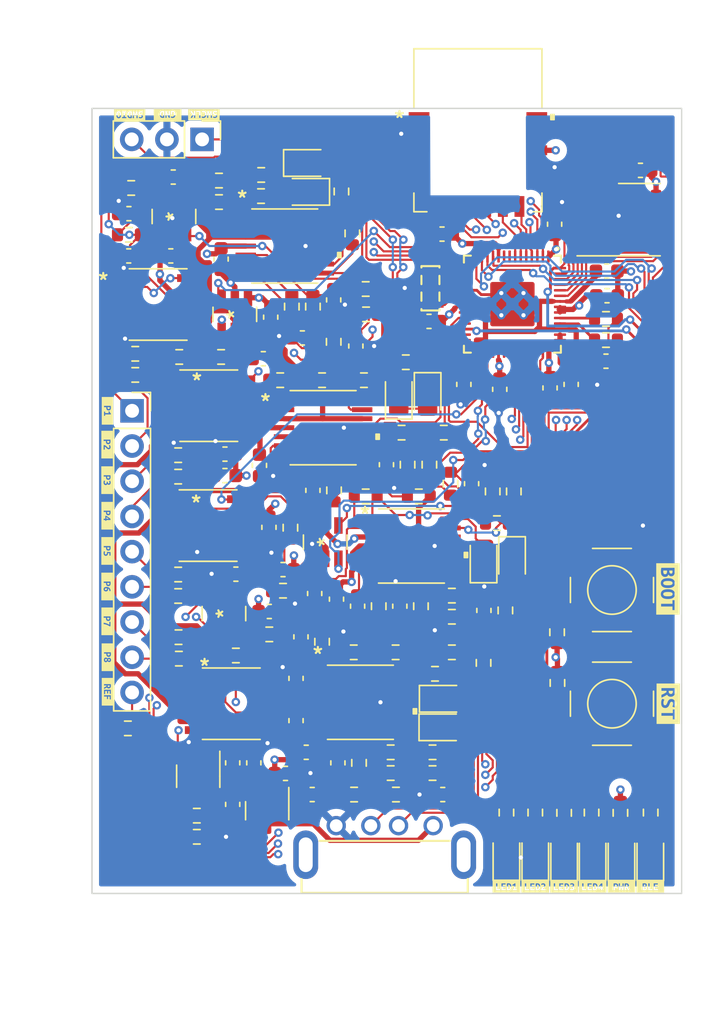
<source format=kicad_pcb>
(kicad_pcb (version 20211014) (generator pcbnew)
  (layers (0 "F.Cu" signal) (1 "In1.Cu" power "GND") (2 "In2.Cu" power "PWR") (31 "B.Cu" signal) (34 "B.Paste" user) (35 "F.Paste" user) (36 "B.SilkS" user "B.Silkscreen") (37 "F.SilkS" user "F.Silkscreen") (38 "B.Mask" user) (39 "F.Mask" user) (44 "Edge.Cuts" user))
  (net 0 "")
  (net 1 "+3.3V")
  (net 2 "GND")
  (net 3 "Net-(C17-Pad1)")
  (net 4 "Net-(C24-Pad2)")
  (net 5 "Net-(C30-Pad1)")
  (net 6 "Net-(C30-Pad2)")
  (net 7 "Net-(C36-Pad1)")
  (net 8 "Net-(C37-Pad2)")
  (net 9 "Net-(C38-Pad2)")
  (net 10 "Net-(C36-Pad2)")
  (net 11 "Net-(C39-Pad2)")
  (net 12 "Net-(C38-Pad1)")
  (net 13 "/V_SIGNAL_TWO")
  (net 14 "/V_SIGNAL_THREE")
  (net 15 "/V_SIGNAL_FOUR")
  (net 16 "Net-(D1-Pad2)")
  (net 17 "Net-(D2-Pad2)")
  (net 18 "Net-(D3-Pad2)")
  (net 19 "Net-(D4-Pad2)")
  (net 20 "Net-(D5-Pad1)")
  (net 21 "Net-(D6-Pad2)")
  (net 22 "Net-(D7-Pad1)")
  (net 23 "Net-(D7-Pad2)")
  (net 24 "Net-(D8-Pad1)")
  (net 25 "Net-(D10-Pad2)")
  (net 26 "Net-(D9-Pad2)")
  (net 27 "Net-(D10-Pad1)")
  (net 28 "Net-(D11-Pad1)")
  (net 29 "Net-(D11-Pad2)")
  (net 30 "Net-(D12-Pad1)")
  (net 31 "Net-(D13-Pad1)")
  (net 32 "Net-(D13-Pad2)")
  (net 33 "Net-(D14-Pad1)")
  (net 34 "/USB_D-")
  (net 35 "/USB_D+")
  (net 38 "Net-(J2-Pad1)")
  (net 39 "Net-(J2-Pad2)")
  (net 40 "Net-(J2-Pad3)")
  (net 41 "Net-(J2-Pad4)")
  (net 42 "Net-(J2-Pad5)")
  (net 43 "Net-(J2-Pad6)")
  (net 44 "Net-(J2-Pad7)")
  (net 45 "Net-(J2-Pad8)")
  (net 46 "Net-(J2-Pad9)")
  (net 47 "/SWCLK")
  (net 48 "/SWDIO")
  (net 49 "Net-(R1-Pad1)")
  (net 50 "Net-(R2-Pad1)")
  (net 51 "Net-(R3-Pad2)")
  (net 52 "Net-(R4-Pad1)")
  (net 53 "/V_DIFF_ONE")
  (net 54 "Net-(R5-Pad2)")
  (net 55 "/V_DIFF_TWO")
  (net 56 "Net-(R6-Pad2)")
  (net 57 "/V_DIFF_FOUR")
  (net 58 "Net-(R7-Pad2)")
  (net 59 "/V_DIFF_THREE")
  (net 60 "Net-(R8-Pad2)")
  (net 61 "Net-(R9-Pad1)")
  (net 62 "Net-(R10-Pad1)")
  (net 63 "Net-(R11-Pad1)")
  (net 64 "Net-(R12-Pad1)")
  (net 65 "Net-(R13-Pad1)")
  (net 66 "Net-(R18-Pad2)")
  (net 67 "Net-(R20-Pad2)")
  (net 68 "Net-(R21-Pad2)")
  (net 69 "Net-(R22-Pad2)")
  (net 70 "Net-(R23-Pad2)")
  (net 71 "Net-(R24-Pad2)")
  (net 72 "Net-(R25-Pad2)")
  (net 73 "/EMG_NODE_ONE")
  (net 74 "/EMG_NODE_TWO")
  (net 75 "/EMG_NODE_THREE")
  (net 76 "/EMG_NODE_FOUR")
  (net 77 "/EMG_NODE_FIVE")
  (net 78 "/EMG_NODE_SIX")
  (net 79 "/EMG_NODE_SEVEN")
  (net 80 "/EMG_NODE_EIGHT")
  (net 81 "/EMG_REF")
  (net 82 "Net-(R41-Pad2)")
  (net 83 "Net-(R42-Pad2)")
  (net 84 "Net-(R43-Pad2)")
  (net 85 "Net-(R44-Pad2)")
  (net 86 "Net-(R45-Pad2)")
  (net 87 "Net-(R46-Pad2)")
  (net 88 "+1.65V")
  (net 89 "Net-(R63-Pad2)")
  (net 90 "Net-(R64-Pad2)")
  (net 91 "Net-(R67-Pad2)")
  (net 92 "Net-(R68-Pad2)")
  (net 93 "/DIF_AMP_ONE_CAL")
  (net 94 "/DIF_AMP_TWO_CAL")
  (net 95 "/DIF_AMP_FOUR_CAL")
  (net 96 "Net-(U10-Pad55)")
  (net 97 "Net-(U10-Pad54)")
  (net 98 "Net-(U10-Pad53)")
  (net 99 "Net-(U10-Pad52)")
  (net 100 "Net-(U10-Pad51)")
  (net 101 "/DIF_AMP_THREE_CAL")
  (net 102 "/POT_CHANGE_ONE")
  (net 103 "/POT_CS_ONE")
  (net 104 "/POT_CHANGE_TWO")
  (net 105 "/POT_CS_TWO")
  (net 106 "/POT_CHANGE_FOUR")
  (net 107 "/POT_CS_FOUR")
  (net 108 "/POT_CHANGE_THREE")
  (net 109 "/POT_CS_THREE")
  (net 110 "/BLE_RX")
  (net 111 "/BLE_TX")
  (net 112 "/RTS")
  (net 113 "/CTS")
  (net 114 "/RX_IND")
  (net 115 "/RST_N")
  (net 116 "Net-(U10-Pad20)")
  (net 117 "Net-(U10-Pad21)")
  (net 120 "/V_SIGNAL_ONE")
  (net 127 "Net-(C28-Pad1)")
  (net 128 "Net-(C28-Pad2)")
  (net 129 "Net-(C31-Pad2)")
  (net 130 "Net-(C31-Pad1)")
  (net 131 "Net-(C34-Pad2)")
  (net 132 "Net-(C34-Pad1)")
  (net 133 "Net-(C35-Pad2)")
  (net 134 "Net-(C44-Pad1)")
  (net 135 "Net-(C44-Pad2)")
  (net 136 "Net-(C45-Pad1)")
  (net 137 "Net-(C45-Pad2)")
  (net 138 "Net-(C46-Pad2)")
  (footprint "ISL90462WIH627Z:ISL90462WIH627Z-TKCT-ND" (layer "F.Cu") (at 231.4194 38.354 90)
    (fp_text reference "U6" hide)
    (fp_text value "ISL90462WIH627Z-TKCT-ND" hide)
  )
  (footprint "Capacitor_SMD:C_0603_1608Metric" (layer "F.Cu") (at 234.823 41.4274 90)
    (fp_text reference "C26" hide)
    (fp_text value "0.1uF")
  )
  (footprint "Capacitor_SMD:C_0603_1608Metric" (layer "F.Cu") (at 250.7742 39.624 180)
    (fp_text reference "C11" hide)
    (fp_text value "0.1uF")
  )
  (footprint "LED_SMD:LED_0805_2012Metric" (layer "F.Cu") (at 265.811 84.582 90)
    (fp_text reference "D5" hide)
    (fp_text value "LED")
  )
  (footprint "Capacitor_SMD:C_0603_1608Metric" (layer "F.Cu") (at 258.572 50.7238 -90)
    (fp_text reference "C14" hide)
    (fp_text value "0.1uF")
  )
  (footprint "kibuzzard-63775DF3" (layer "F.Cu") (at 263.7282 86.7156)
    (fp_text reference "kibuzzard-63775DF3" hide)
    (fp_text value "G***" hide)
  )
  (footprint "Connector_PinSocket_2.54mm:PinSocket_1x09_P2.54mm_Vertical" (layer "F.Cu") (at 228.3968 52.3748)
    (fp_text reference "J2" hide)
    (fp_text value "Conn_01x09")
  )
  (footprint "Resistor_SMD:R_0603_1608Metric" (layer "F.Cu") (at 259.1054 72.009 90)
    (fp_text reference "R1" hide)
    (fp_text value "5.1k")
  )
  (footprint "Resistor_SMD:R_0603_1608Metric" (layer "F.Cu") (at 251.4854 65.7098 180)
    (fp_text reference "R45" hide)
    (fp_text value "10k")
  )
  (footprint "kibuzzard-63775E81" (layer "F.Cu") (at 226.5934 59.944 -90)
    (fp_text reference "kibuzzard-63775E81" hide)
    (fp_text value "G***" hide)
  )
  (footprint "Capacitor_SMD:C_0603_1608Metric" (layer "F.Cu") (at 247.7262 66.4718 -90)
    (fp_text reference "C37" hide)
    (fp_text value ".33uF")
  )
  (footprint "LED_SMD:LED_0805_2012Metric" (layer "F.Cu") (at 259.588 84.582 90)
    (fp_text reference "D3" hide)
    (fp_text value "LED")
  )
  (footprint "Resistor_SMD:R_0603_1608Metric" (layer "F.Cu") (at 262.6106 47.2694 180)
    (fp_text reference "R3" hide)
    (fp_text value "27")
  )
  (footprint "Capacitor_SMD:C_0603_1608Metric" (layer "F.Cu") (at 242.951 44.3738 90)
    (fp_text reference "C35" hide)
    (fp_text value ".33uF")
  )
  (footprint "Capacitor_SMD:C_0603_1608Metric" (layer "F.Cu") (at 240.9698 77.0128)
    (fp_text reference "C3" hide)
    (fp_text value "1uF")
  )
  (footprint "Resistor_SMD:R_0603_1608Metric" (layer "F.Cu") (at 239.2934 65.3542)
    (fp_text reference "R16" hide)
    (fp_text value "787")
  )
  (footprint "kibuzzard-63775F9D" (layer "F.Cu") (at 267.081 65.2272 -90)
    (fp_text reference "kibuzzard-63775F9D" hide)
    (fp_text value "G***" hide)
  )
  (footprint "Capacitor_SMD:C_0603_1608Metric" (layer "F.Cu") (at 249.8344 45.9232 180)
    (fp_text reference "C12" hide)
    (fp_text value "0.1uF")
  )
  (footprint "kibuzzard-63775FF7" (layer "F.Cu") (at 228.219 31.0134 180)
    (fp_text reference "kibuzzard-63775FF7" hide)
    (fp_text value "G***" hide)
  )
  (footprint "Resistor_SMD:R_0603_1608Metric" (layer "F.Cu") (at 245.2624 58.547)
    (fp_text reference "R21" hide)
    (fp_text value "8.1k")
  )
  (footprint "Capacitor_SMD:C_0603_1608Metric" (layer "F.Cu") (at 235.8898 64.1604 180)
    (fp_text reference "C4" hide)
    (fp_text value "1uF")
  )
  (footprint "Package_SON:WSON-8-1EP_6x5mm_P1.27mm_EP3.4x4.3mm" (layer "F.Cu") (at 263.525 38.5826)
    (fp_text reference "U4" hide)
    (fp_text value "W25Q128JV")
  )
  (footprint "Resistor_SMD:R_0603_1608Metric" (layer "F.Cu") (at 244.4242 80.0608)
    (fp_text reference "R73" hide)
    (fp_text value "9.09k")
  )
  (footprint "Capacitor_SMD:C_0603_1608Metric" (layer "F.Cu") (at 246.761 56.261 90)
    (fp_text reference "C39" hide)
    (fp_text value ".33uF")
  )
  (footprint "Resistor_SMD:R_0603_1608Metric" (layer "F.Cu") (at 249.0978 58.547 180)
    (fp_text reference "R51" hide)
    (fp_text value "453")
  )
  (footprint "ISL90462WIH627Z:ISL90462WIH627Z-TKCT-ND" (layer "F.Cu") (at 235.8136 45.4152 -90)
    (fp_text reference "U7" hide)
    (fp_text value "ISL90462WIH627Z-TKCT-ND" hide)
  )
  (footprint "Capacitor_SMD:C_0603_1608Metric" (layer "F.Cu") (at 241.5794 65.5574 90)
    (fp_text reference "C30" hide)
    (fp_text value "10uF")
  )
  (footprint "Resistor_SMD:R_0603_1608Metric" (layer "F.Cu") (at 251.3838 57.6326 90)
    (fp_text reference "R61" hide)
    (fp_text value "9.09k")
  )
  (footprint "Resistor_SMD:R_0603_1608Metric" (layer "F.Cu") (at 242.1128 50.165)
    (fp_text reference "R25" hide)
    (fp_text value "10k")
  )
  (footprint "Capacitor_SMD:C_0603_1608Metric" (layer "F.Cu") (at 265.0998 35.0266)
    (fp_text reference "C5" hide)
    (fp_text value "0.1uF")
  )
  (footprint "kibuzzard-63775DA9" (layer "F.Cu") (at 259.588 86.7156)
    (fp_text reference "kibuzzard-63775DA9" hide)
    (fp_text value "G***" hide)
  )
  (footprint "Resistor_SMD:R_0603_1608Metric" (layer "F.Cu") (at 231.775 70.2564)
    (fp_text reference "R39" hide)
    (fp_text value "100k")
  )
  (footprint "Connector_PinHeader_2.54mm:PinHeader_1x03_P2.54mm_Vertical" (layer "F.Cu") (at 233.4514 32.7914 -90)
    (fp_text reference "J3" hide)
    (fp_text value "DEBUG")
  )
  (footprint "MCP6024:MCP6024T" (layer "F.Cu") (at 239.4204 40.4876)
    (fp_text reference "U13" hide)
    (fp_text value "Opamp_MCP6024T-E/ST" hide)
  )
  (footprint "Capacitor_SMD:C_0603_1608Metric" (layer "F.Cu") (at 252.9078 57.6326 90)
    (fp_text reference "C42" hide)
    (fp_text value ".033uF")
  )
  (footprint "Resistor_SMD:R_0603_1608Metric" (layer "F.Cu") (at 231.8004 48.4886 180)
    (fp_text reference "R6" hide)
    (fp_text value "100k")
  )
  (footprint "LED_SMD:LED_0805_2012Metric" (layer "F.Cu") (at 261.6454 84.582 90)
    (fp_text reference "D4" hide)
    (fp_text value "LED")
  )
  (footprint "Eclectronics:TL3301AFxxxxJ" (layer "F.Cu") (at 263.0424 65.3034 90)
    (fp_text reference "S2" hide)
    (fp_text value "BOOT")
  )
  (footprint "Resistor_SMD:R_0603_1608Metric" (layer "F.Cu") (at 242.9764 58.1152 90)
    (fp_text reference "R57" hide)
    (fp_text value "909")
  )
  (footprint "Capacitor_SMD:C_0603_1608Metric" (layer "F.Cu") (at 260.096 50.4698 -90)
    (fp_text reference "C16" hide)
    (fp_text value "1uF")
  )
  (footprint "Resistor_SMD:R_0603_1608Metric" (layer "F.Cu") (at 237.7186 35.3568)
    (fp_text reference "R26" hide)
    (fp_text value "10k")
  )
  (footprint "Resistor_SMD:R_0603_1608Metric" (layer "F.Cu") (at 244.7798 77.7748 -90)
    (fp_text reference "R71" hide)
    (fp_text value "909")
  )
  (footprint "Resistor_SMD:R_0603_1608Metric" (layer "F.Cu") (at 247.0658 78.5114 180)
    (fp_text reference "R70" hide)
    (fp_text value "453")
  )
  (footprint "Resistor_SMD:R_0603_1608Metric" (layer "F.Cu") (at 250.2662 71.3486)
    (fp_text reference "R66" hide)
    (fp_text value "10k")
  )
  (footprint "kibuzzard-63775F11" (layer "F.Cu") (at 226.5934 65.0494 -90)
    (fp_text reference "kibuzzard-63775F11" hide)
    (fp_text value "G***" hide)
  )
  (footprint "Resistor_SMD:R_0603_1608Metric" (layer "F.Cu") (at 233.0704 83.1088 180)
    (fp_text reference "R19" hide)
    (fp_text value "10k")
  )
  (footprint "kibuzzard-63775E69" (layer "F.Cu") (at 226.5934 57.3786 -90)
    (fp_text reference "kibuzzard-63775E69" hide)
    (fp_text value "G***" hide)
  )
  (footprint "Resistor_SMD:R_0603_1608Metric" (layer "F.Cu") (at 247.0658 77.0128 180)
    (fp_text reference "R69" hide)
    (fp_text value "453")
  )
  (footprint "Resistor_SMD:R_0603_1608Metric" (layer "F.Cu") (at 234.823 48.4886)
    (fp_text reference "R17" hide)
    (fp_text value "787")
  )
  (footprint "Resistor_SMD:R_0603_1608Metric" (layer "F.Cu") (at 228.092 75.2856)
    (fp_text reference "R40" hide)
    (fp_text value "100k")
  )
  (footprint "Resistor_SMD:R_0603_1608Metric" (layer "F.Cu") (at 251.4854 69.7992)
    (fp_text reference "R49" hide)
    (fp_text value "453")
  )
  (footprint "Resistor_SMD:R_0603_1608Metric" (layer "F.Cu") (at 259.08 68.3514 -90)
    (fp_text reference "R2" hide)
    (fp_text value "5.1k")
  )
  (footprint "Capacitor_SMD:C_0603_1608Metric" (layer "F.Cu") (at 244.6782 66.4718 -90)
    (fp_text reference "C36" hide)
    (fp_text value ".33uF")
  )
  (footprint "Resistor_SMD:R_0603_1608Metric" (layer "F.Cu") (at 247.8532 53.9496 180)
    (fp_text reference "R46" hide)
    (fp_text value "10k")
  )
  (footprint "Resistor_SMD:R_0603_1608Metric" (layer "F.Cu") (at 242.951 47.3964 90)
    (fp_text reference "R59" hide)
    (fp_text value "9.09k")
  )
  (footprint "Capacitor_SMD:C_0603_1608Metric" (layer "F.Cu") (at 252.349 50.4698 -90)
    (fp_text reference "C18" hide)
    (fp_text value "0.1uF")
  )
  (footprint "Diode_SMD:D_0805_2012Metric" (layer "F.Cu") (at 240.9675 36.576 180)
    (fp_text reference "D7" hide)
    (fp_text value "D")
  )
  (footprint "MCP6024:MCP6024T" (layer "F.Cu") (at 244.8814 73.406)
    (fp_text reference "U17" hide)
    (fp_text value "Opamp_MCP6024T-E/ST" hide)
  )
  (footprint "Resistor_SMD:R_0603_1608Metric" (layer "F.Cu") (at 249.8598 56.261 -90)
    (fp_text reference "R52" hide)
    (fp_text value "453")
  )
  (footprint "Resistor_SMD:R_0603_1608Metric" (layer "F.Cu") (at 234.6706 35.7632)
    (fp_text reference "R23" hide)
    (fp_text value "10k")
  )
  (footprint "Resistor_SMD:R_0603_1608Metric" (layer "F.Cu") (at 255.9558 58.1914 -90)
    (fp_text reference "R30" hide)
    (fp_text value "10k")
  )
  (footprint "Capacitor_SMD:C_0603_1608Metric" (layer "F.Cu") (at 240.6904 47.117 180)
    (fp_text reference "C34" hide)
    (fp_text value ".33uF")
  )
  (footprint "Diode_SMD:D_0805_2012Metric" (layer "F.Cu") (at 250.7996 75.2094)
    (fp_text reference "D14" hide)
    (fp_text value "D")
  )
  (footprint "Capacitor_SMD:C_0603_1608Metric" (layer "F.Cu") (at 239.4712 78.5368)
    (fp_text reference "C25" hide)
    (fp_text value "10uF")
  )
  (footprint "Capacitor_SMD:C_0603_1608Metric" (layer "F.Cu") (at 262.6106 48.7934)
    (fp_text reference "C17" hide)
    (fp_text value "1uF")
  )
  (footprint "Diode_SMD:D_0805_2012Metric" (layer "F.Cu") (at 249.7328 51.308 -90)
    (fp_text reference "D12" hide)
    (fp_text value "D")
  )
  (footprint "Capacitor_SMD:C_0603_1608Metric" (layer "F.Cu") (at 235.1024 55.499 180)
    (fp_text reference "C2" hide)
    (fp_text value "1uF")
  )
  (footprint "Capacitor_SMD:C_0603_1608Metric" (layer "F.Cu") (at 243.2558 77.7748 -90)
    (fp_text reference "C45" hide)
    (fp_text value ".33uF")
  )
  (footprint "LED_SMD:LED_0805_2012Metric" (layer "F.Cu") (at 257.5052 84.56205 90)
    (fp_text reference "D1" hide)
    (fp_text value "LED")
  )
  (footprint "Resistor_SMD:R_0603_1608Metric" (layer "F.Cu") (at 242.1128 69.0372 -90)
    (fp_text reference "R63" hide)
    (fp_text value "8.1k")
  )
  (footprint "Capacitor_SMD:C_0603_1608Metric" (layer "F.Cu") (at 253.7968 66.7766 90)
    (fp_text reference "C41" hide)
    (fp_text value ".033uF")
  )
  (footprint "ISL90462WIH627Z:ISL90462WIH627Z-TKCT-ND" (layer "F.Cu") (at 235.0262 67.0052 -90)
    (fp_text reference "U8" hide)
    (fp_text value "ISL90462WIH627Z-TKCT-ND" hide)
  )
  (footprint "Capacitor_SMD:C_0603_1608Metric" (layer "F.Cu") (at 235.6612 80.772 -90)
    (fp_text reference "C24" hide)
    (fp_text value "10uF")
  )
  (footprint "Resistor_SMD:R_0603_1608Metric" (layer "F.Cu") (at 231.7242 64.1858)
    (fp_text reference "R36" hide)
    (fp_text value "100k")
  )
  (footprint "Capacitor_SMD:C_0603_1608Metric" (layer "F.Cu") (at 239.2934 63.8302 180)
    (fp_text reference "C23" hide)
    (fp_text value "0.1uF")
  )
  (footprint "kibuzzard-63775ECF" (layer "F.Cu") (at 226.5934 62.484 -90)
    (fp_text reference "kibuzzard-63775ECF" hide)
    (fp_text value "G***" hide)
  )
  (footprint "Capacitor_SMD:C_0603_1608Metric" (layer "F.Cu") (at 228.1682 38.1508 180)
    (fp_text reference "C20" hide)
    (fp_text value "0.1uF")
  )
  (footprint "Eclectronics:RP2040" (layer "F.Cu") (at 255.8542 44.6786 -90)
    (fp_text reference "U10" hide)
    (fp_text value "RP2040")
  )
  (footprint "Capacitor_SMD:C_0603_1608Metric" (layer "F.Cu") (at 238.4044 45.6184 -90)
    (fp_text reference "C21" hide)
    (fp_text value "0.1uF")
  )
  (footprint "Resistor_SMD:R_0603_1608Metric" (layer "F.Cu") (at 239.9284 44.8564 -90)
    (fp_text reference "R53" hide)
    (fp_text value "909")
  )
  (footprint "Resistor_SMD:R_0603_1608Metric" (layer "F.Cu") (at 244.2972 39.5732 -90)
    (fp_text reference "R44" hide)
    (fp_text value "10k")
  )
  (footprint "Resistor_SMD:R_0603_1608Metric" (layer "F.Cu") (at 254.7366 60.4774)
    (fp_text reference "R24" hide)
    (fp_text value "10k")
  )
  (footprint "kibuzzard-63775F53" (layer "F.Cu") (at 226.6188 72.644 -90)
    (fp_text reference "kibuzzard-63775F53" hide)
    (fp_text value "G***" hide)
  )
  (footprint "Capacitor_SMD:C_0603_1608Metric" (layer "F.Cu") (at 241.4016 80.0608 180)
    (fp_text reference "C47" hide)
    (fp_text value ".033uF")
  )
  (footprint "MCP6024:MCP6024T" (layer "F.Cu") (at 248.5644 62.1284)
    (fp_text reference "U14" hide)
    (fp_text value "Opamp_MCP6024T-E/ST" hide)
  )
  (footprint "Capacitor_SMD:C_0603_1608Metric" (layer "F.Cu") (at 237.1852 77.7748 90)
    (fp_text reference "C32" hide)
    (fp_text value "1uF")
  )
  (footprint "RN4871:RN4871" (layer "F.Cu") (at 253.365 32.131)
    (fp_text reference "U11" hide)
    (fp_text value "RN4871-I/RM140" hide)
  )
  (footprint "Resistor_SMD:R_0603_1608Metric" (layer "F.Cu") (at 239.0902 50.165)
    (fp_text reference "R22" hide)
    (fp_text value "8.1k")
  )
  (footprint "Resistor_SMD:R_0603_1608Metric" (layer "F.Cu") (at 250.0884 78.5114 180)
    (fp_text reference "R68" hide)
    (fp_text value "10k")
  )
  (footprint "Package_TO_SOT_SMD:SOT-23-5" (layer "F.Cu") (at 233.172 78.74 -90)
    (fp_text reference "U16" hide)
    (fp_text value "MCP6021")
  )
  (footprint "Resistor_SMD:R_0603_1608Metric" (layer "F.Cu") (at 254.4318 58.1914 -90)
    (fp_text reference "R27" hide)
    (fp_text value "10k")
  )
  (footprint "Resistor_SMD:R_0603_1608Metric" (layer "F.Cu") (at 245.2624 43.5864 180)
    (fp_text reference "R48" hide)
    (fp_text value "453")
  )
  (footprint "Capacitor_SMD:C_0603_1608Metric" (layer "F.Cu") (at 258.9022 38.9128 90)
    (fp_text reference "C10" hide)
    (fp_text value "0.1uF")
  )
  (footprint "Capacitor_SMD:C_0603_1608Metric" (layer "F.Cu") (at 240.2332 71.6788 -90)
    (fp_text reference "C43" hide)
    (fp_text value "0.1uF")
  )
  (footprint "Capacitor_SMD:C_0603_1608Metric" (layer "F.Cu") (at 241.4524 58.1152 90)
    (fp_text reference "C38" hide)
    (fp_text value ".33uF")
  )
  (footprint "Resistor_SMD:R_0603_1608Metric" (layer "F.Cu") (at 261.5692 81.36165 -90)
    (fp_text reference "R12" hide)
    (fp_text value "1k")
  )
  (footprint "Resistor_SMD:R_0603_1608Metric" (layer "F.Cu") (at 255.4224 81.36165 -90)
    (fp_text reference "R10" hide)
    (fp_text value "1k")
  )
  (footprint "Resistor_SMD:R_0603_1608Metric" (layer "F.Cu") (at 241.4524 44.8564 90)
    (fp_text reference "R54" hide)
    (fp_text value "909")
  )
  (footprint "Resistor_SMD:R_0603_1608Metric" (layer "F.Cu") (at 243.5098 36.5506 -90)
    (fp_text reference "R41" hide)
    (fp_text value "10k")
  )
  (footprint "Capacitor_SMD:C_0603_1608Metric" (layer "F.Cu") (at 228.1552 41.1988 180)
    (fp_text reference "C6" hide)
    (fp_text value "0.1uF")
  )
  (footprint "ISL90462WIH627Z:ISL90462WIH627Z-TKCT-ND" (layer "F.Cu") (at 242.3414 61.849 90)
    (fp_text reference "U9" hide)
    (fp_text value "ISL90462WIH627Z-TKCT-ND" hide)
  )
  (footprint "Resistor_SMD:R_0603_1608Metric" (layer "F.Cu") (at 251.4854 67.2338 180)
    (fp_text reference "R50" hide)
    (fp_text value "453")
  )
  (footprint "Capacitor_SMD:C_0603_1608Metric" (layer "F.Cu") (at 237.5916 56.3118 90)
    (fp_text reference "C29" hide)
    (fp_text value "0.1uF")
  )
  (footprint "Package_TO_SOT_SMD:SOT-23" (layer "F.Cu") (at 238.1504 81.2292 -90)
    (fp_text reference "U12" hide)
    (fp_text value "MCP1702T-3302E_CB")
  )
  (footprint "Resistor_SMD:R_0603_1608Metric" (layer "F.Cu") (at 245.1354 50.165)
    (fp_text reference "R31" hide)
    (fp_text value "10k")
  )
  (footprint "Eclectronics:USB_A_0480370001" (layer "F.Cu") (at 246.634 84.4042)
    (fp_text reference "J1" hide)
    (fp_text value "USB_A_0480370001")
  )
  (footprint "MCP6N11:MCP6N11-002ESN" (layer "F.Cu") (at 235.5596 73.5076)
    (fp_text reference "U3" hide)
    (fp_text value "MCP6N11-002E/SN" hide)
  )
  (footprint "Resistor_SMD:R_0603_1608Metric" (layer "F.Cu") (at 234.6706 37.3126)
    (fp_text reference "R20" hide)
    (fp_text value "8.1k")
  )
  (footprint "Resistor_SMD:R_0603_1608Metric" (layer "F.Cu") (at 253.7714 70.5612 90)
    (fp_text reference "R60" hide)
    (fp_text value "9.09k")
  )
  (footprint "Capacitor_SMD:C_0603_1608Metric" (layer "F.Cu") (at 254.9398 50.8254 -90)
    (fp_text reference "C13" hide)
    (fp_text value "0.1uF")
  )
  (footprint "LED_SMD:LED_0805_2012Metric" (layer "F.Cu") (at 255.4224 84.56205 90)
    (fp_text reference "D2" hide)
    (fp_text value "LED")
  )
  (footprint "kibuzzard-63775E55" (layer "F.Cu") (at 226.5934 54.8132 -90)
    (fp_text reference "kibuzzard-63775E55" hide)
    (fp_text value "G***" hide)
  )
  (footprint "kibuzzard-63775FC8" (layer "F.Cu") (at 267.1064 73.5076 -90)
    (fp_text reference "kibuzzard-63775FC8" hide)
    (fp_text value "G***" hide)
  )
  (footprint "Capacitor_SMD:C_0603_1608Metric" (layer "F.Cu") (at 235.6612 77.7748 90)
    (fp_text reference "C33" hide)
    (fp_text value "0.1uF")
  )
  (footprint "Resistor_SMD:R_0603_1608Metric" (layer "F.Cu") (at 250.0884 77.0128 180)
    (fp_text reference "R67" hide)
    (fp_text value "10k")
  )
  (footprint "kibuzzard-63775DCC" (layer "F.Cu") (at 261.6454 86.7156)
    (fp_text reference "kibuzzard-63775DCC" hide)
    (fp_text value "G***" hide)
  )
  (footprint "Resistor_SMD:R_0603_1608Metric" (layer "F.Cu") (at 257.5052 81.36165 -90)
    (fp_text reference "R9" hide)
    (fp_text value "1k")
  )
  (footprint "Resistor_SMD:R_0603_1608Metric" (layer "F.Cu") (at 231.7242 65.7352)
    (fp_text reference "R37" hide)
    (fp_text value "100k")
  )
  (footprint "Capacitor_SMD:C_0603_1608Metric" (layer "F.Cu") (at 237.871 48.6156)
    (fp_text reference "C31" hide)
    (fp_text value "10uF")
  )
  (footprint "Eclectronics:TL3301AFxxxxJ" (layer "F.Cu") (at 263.0424 73.5076 90)
    (fp_text reference "S1" hide)
    (fp_text value "RST")
  )
  (footprint "LED_SMD:LED_0805_2012Metric" (layer "F.Cu") (at 263.7282 84.582 90)
    (fp_text reference "D6" hide)
    (fp_text value "PWR")
  )
  (footprint "Diode_SMD:D_0805_2012Metric" (layer "F.Cu") (at 241.0206 34.4932)
    (fp_text reference "D8" hide)
    (fp_text value "D")
  )
  (footprint "Resistor_SMD:R_0603_1608Metric" (layer "F.Cu") (at 245.2878 45.4152 180)
    (fp_text reference "R47" hide)
    (fp_text value "453")
  )
  (footprint "Resistor_SMD:R_0603_1608Metric" (layer "F.Cu") (at 248.158 48.8696)
    (fp_text reference "R29" hide)
    (fp_text value "10k")
  )
  (footprint "Capacitor_SMD:C_0603_1608Metric" (layer "F.Cu") (at 238.2774 60.7822 -90)
    (fp_text reference "C9" hide)
    (fp_text value "0.1uF")
  )
  (footprint "Diode_SMD:D_0805_2012Metric" (layer "F.Cu") (at 255.8288 63.1444 -90)
    (fp_text reference "D9" hide)
    (fp_text value "D")
  )
  (footprint "Resistor_SMD:R_0603_1608Metric" (layer "F.Cu") (at 259.588 81.3816 -90)
    (fp_text reference "R11" hide)
    (fp_text value "1k")
  )
  (footprint "Capacitor_SMD:C_0603_1608Metric" (layer "F.Cu") (at 243.1542 65.9638 90)
    (fp_text reference "C27" hide)
    (fp_text value "0.1uF")
  )
  (footprint "MCP6N11:MCP6N11-002ESN" (layer "F.Cu") (at 230.2764 44.704)
    (fp_text reference "U1" hide)
    (fp_text value "MCP6N11-002E/SN" hide)
  )
  (footprint "Resistor_SMD:R_0603_1608Metric" (layer "F.Cu") (at 247.4214 69.7992)
    (fp_text reference "R65" hide)
    (fp_text value "10k")
  )
  (footprint "Resistor_SMD:R_0603_1608Metric" (layer "F.Cu") (at 228.3328 36.2966)
    (fp_text reference "R15" hide)
    (fp_text value "787")
  )
  (footprint "Resistor_SMD:R_0603_1608Metric" (layer "F.Cu") (at 262.6106 45.7454)
    (fp_text reference "R4" hide)
    (fp_text value "27")
  )
  (footprint "Resistor_SMD:R_0603_1608Metric" (layer "F.Cu") (at 228.6254 49.784)
    (fp_text reference "R33" hide)
    (fp_text value "100k")
  )
  (footprint "MCP6N11:MCP6N11-002ESN" (layer "F.Cu") (at 233.934 52.0065)
    (fp_text reference "U2" hide)
    (fp_text value "MCP6N11-002E/SN" hide)
  )
  (footprint "Resistor_SMD:R_0603_1608Metric" (layer "F.Cu") (at 231.7242 55.5752)
    (fp_text reference "R34" hide)
    (fp_text value "100k")
  )
  (footprint "kibuzzard-63775D95" (layer "F.Cu") (at 257.5052 86.7156)
    (fp_text reference "kibuzzard-63775D95" hide)
    (fp_text value "G***" hide)
  )
  (footprint "Capacitor_SMD:C_0603_1608Metric" (layer "F.Cu") (at 244.5512 47.7012 -90)
    (fp_text reference "C40" hide)
    (fp_text value ".033uF")
  )
  (footprint "Resistor_SMD:R_0603_1608Metric" (layer "F.Cu") (at 244.3988 69.7992)
    (fp_text reference "R64" hide)
    (fp_text value "10k")
  )
  (footprint "Resistor_SMD:R_0603_1608Metric" (layer "F.Cu") (at 255.3462 66.7766 -90)
    (fp_text reference "R42" hide)
    (fp_text value "10k")
  )
  (footprint "kibuzzard-63776016" (layer "F.Cu") (at 230.9622 30.988 180)
    (fp_text reference "kibuzzard-63776016" hide)
    (fp_text value "G***" hide)
  )
  (footprint "Diode_SMD:D_0805_2012Metric" (layer "F.Cu") (at 250.825 73.152)
    (fp_text reference "D13" hide)
    (fp_text value "D")
  )
  (footprint "Resistor_SMD:R_0603_1608Metric" (layer "F.Cu") (at 231.7242 57.1246)
    (fp_text reference "R35" hide)
    (fp_text value "100k")
  )
  (footprint "MCP6N11:MCP6N11-002ESN" (layer "F.Cu") (at 233.8832 60.6552)
    (fp_text reference "U5" hide)
    (fp_text value "MCP6N11-002E/SN" hide)
  )
  (footprint "Diode_SMD:D_0805_2012Metric" (layer "F.Cu") (at 247.65 51.2826 90)
    (fp_text reference "D11" hide)
    (fp_text value "D")
  )
  (footprint "Resistor_SMD:R_0603_1608Metric" (layer "F.Cu") (at 231.7496 68.707)
    (fp_text reference "R38" hide)
    (fp_text value "100k")
  )
  (footprint "kibuzzard-6377605B" (layer "F.Cu") (at 233.5784 30.988 180)
    (fp_text reference "kibuzzard-6377605B" hide)
    (fp_text value "G***" hide)
  )
  (footprint "Resistor_SMD:R_0603_1608Metric" (layer "F.Cu") (at 248.285 56.261 90)
    (fp_text reference "R58" hide)
    (fp_text value "909")
  )
  (footprint "Capacitor_SMD:C_0603_1608Metric" (layer "F.Cu") (at 235.1024 57.0484 180)
    (fp_text reference "C7" hide)
    (fp_text value "0.1uF")
  )
  (footprint "Capacitor_SMD:C_0603_1608Metric" (layer "F.Cu") (at 262.6868 44.069)
    (fp_text reference "C15" hide)
    (fp_text value "0.1uF")
  )
  (footprint "Capacitor_SMD:C_0603_1608Metric" (layer "F.Cu") (at 231.3686 35.5092)
    (fp_text reference "C28" hide)
    (fp_text value "10uF")
  )
  (footprint "Capacitor_SMD:C_0603_1608Metric" (layer "F.Cu") (at 262.6614 42.291)
    (fp_text reference "C19" hide)
    (fp_text value "0.1uF")
  )
  (footprint "Resistor_SMD:R_0603_1608Metric" (layer "F.Cu") (at 246.2022 66.4718 90)
    (fp_text reference "R55" hide)
    (fp_text value "909")
  )
  (footprint "Diode_SMD:D_0805_2012Metric" (layer "F.Cu") (at 253.7714 63.0936 90)
    (fp_text reference "D10" hide)
    (fp_text value "D")
  )
  (footprint "kibuzzard-63775E2B" (layer "F.Cu") (at 226.6188 52.3748 -90)
    (fp_text reference "kibuzzard-63775E2B" hide)
    (fp_text value "G***" hide)
  )
  (footprint "kibuzzard-63775F41" (layer "F.Cu") (at 226.6188 70.1548 -90)
    (fp_text reference "kibuzzard-63775F41" hide)
    (fp_text value "G***" hide)
  )
  (footprint "Resistor_SMD:R_0603_1608Metric" (layer "F.Cu") (at 263.652 81.3816 -90)
    (fp_text reference "R14" hide)
    (fp_text value "1k")
  )
  (footprint "Capacitor_SMD:C_0603_1608Metric" (layer "F.Cu") (at 240.5888 68.6816 -90)
    (fp_text reference "C44" hide)
    (fp_text value "10uF")
  )
  (footprint "Resistor_SMD:R_0603_1608Metric" (layer "F.Cu") (at 237.7054 36.8808)
    (fp_text reference "R28" hide)
    (fp_text value "10k")
  )
  (footprint "Resistor_SMD:R_0603_1608Metric" (layer "F.Cu") (at 250.9012 53.9496 180)
    (fp_text reference "R43" hide)
    (fp_text value "10k")
  )
  (footprint "Eclectronics:CSTNE" (layer "F.Cu") (at 249.936 43.5356 90)
    (fp_text reference "Y1" hide)
    (fp_text value "12MHz")
  )
  (footprint "Resistor_SMD:R_0603_1608Metric" (layer "F.Cu") (at 238.3028 68.5038)
    (fp_text reference "R62" hide)
    (fp_text value "787")
  )
  (footprint "Resistor_SMD:R_0603_1608Metric" (layer "F.Cu") (at 228.6254 48.26)
    (fp_text reference "R32" hide)
    (fp_text value "100k")
  )
  (footprint "Capacitor_SMD:C_0603_1608Metric" (layer "F.Cu") (at 250.825 80.0608)
    (fp_text reference "C46" hide)
    (fp_text value ".33uF")
  )
  (footprint "Resistor_SMD:R_0603_1608Metric" (layer "F.Cu") (at 235.8898 70.0278 180)
    (fp_text reference "R7" hide)
    (fp_text value "100k")
  )
  (footprint "kibuzzard-63775F30" (layer "F.Cu") (at 226.5934 67.564 -90)
    (fp_text reference "kibuzzard-63775F30" hide)
    (fp_text value "G***" hide)
  )
  (footprint "Resistor_SMD:R_0603_1608Metric" (layer "F.Cu") (at 228.1682 39.6748 180)
    (fp_text reference "R5" hide)
    (fp_text value "100k")
  )
  (footprint "MCP6024:MCP6024T" (layer "F.Cu") (at 242.189 53.594)
    (fp_text reference "U15" hide)
    (fp_text value "Opamp_MCP6024T-E/ST" hide)
  )
  (footprint "kibuzzard-63775E08" (layer "F.Cu") (at 265.811 86.7156)
    (fp_text reference "kibuzzard-63775E08" hide)
    (fp_text value "G***" hide)
  )
  (footprint "Resistor_SMD:R_0603_1608Metric" (layer "F.Cu") (at 233.0704 81.5848 180)
    (fp_text reference "R18" hide)
    (fp_text value "10k")
  )
  (footprint "Capacitor_SMD:C_0603_1608Metric" (layer "F.Cu") (at 238.3028 66.8528)
    (fp_text reference "C22" hide)
    (fp_text value "0.1uF")
  )
  (footprint "kibuzzard-63775D6F" (layer "F.Cu") (at 255.4224 86.7156)
    (fp_text reference "kibuzzard-63775D6F" hide)
    (fp_text value "G***" hide)
  )
  (footprint "Resistor_SMD:R_0603_1608Metric" (layer "F.Cu") (at 239.8268 60.8076 90)
    (fp_text reference "R8" hide)
    (fp_text value "100k")
  )
  (footprint "Resistor_SMD:R_0603_1608Metric" (layer "F.Cu") (at 247.4468 80.0608 180)
    (fp_text reference "R72" hide)
    (fp_text value "909")
  )
  (footprint "Resistor_SMD:R_0603_1608Metric" (layer "F.Cu") (at 249.2502 66.4718 90)
    (fp_text reference "R56" hide)
    (fp_text value "909")
  )
  (footprint "Capacitor_SMD:C_0603_1608Metric" (layer "F.Cu") (at 240.2332 74.7268 -90)
    (fp_text reference "C8" hide)
    (fp_text value "0.1uF")
  )
  (footprint "Resistor_SMD:R_0603_1608Metric" (layer "F.Cu") (at 265.8364 81.36165 -90)
    (fp_text reference "R13" hide)
    (fp_text value "1k")
  )
  (footprint "Capacitor_SMD:C_0603_1608Metric" (layer "F.Cu") (at 231.1908 41.1988)
    (fp_text reference "C1" hide)
    (fp_text value "1uF")
  )
  (gr_rect (start 225.5012 30.5562) (end 268.0716 87.1982) (layer "Edge.Cuts") (width 0.1) (fill none))
  (segment (start 260.582197 44.707597) (end 260.230194 45.0596) (width 0.381) (layer "F.Cu") (net 1))
  (segment (start 235.976201 66.024801) (end 236.8042 66.8528) (width 0.381) (layer "F.Cu") (net 1))
  (segment (start 234.122 79.8775) (end 234.122 81.3582) (width 0.381) (layer "F.Cu") (net 1))
  (segment (start 254.8542 40.656001) (end 254.8542 41.2411) (width 0.254) (layer "F.Cu") (net 1))
  (segment (start 263.652 80.5566) (end 263.652 80.6704) (width 0.381) (layer "F.Cu") (net 1))
  (segment (start 230.3464 39.554) (end 228.9432 38.1508) (width 0.381) (layer "F.Cu") (net 1))
  (segment (start 236.2454 60.0202) (end 238.2644 60.0202) (width 0.381) (layer "F.Cu") (net 1))
  (segment (start 234.9119 61.9125) (end 234.9119 60.6171) (width 0.381) (layer "F.Cu") (net 1))
  (segment (start 239.9154 73.9518) (end 238.8362 72.8726) (width 0.381) (layer "F.Cu") (net 1))
  (segment (start 259.842 49.9488) (end 260.096 49.6948) (width 0.381) (layer "F.Cu") (net 1))
  (segment (start 240.779 73.406) (end 240.2332 73.9518) (width 0.381) (layer "F.Cu") (net 1))
  (segment (start 265.8748 35.0266) (end 265.8748 35.4968) (width 0.381) (layer "F.Cu") (net 1))
  (segment (start 258.4871 49.8639) (end 258.4871 48.1161) (width 0.381) (layer "F.Cu") (net 1))
  (segment (start 230.4034 42.968304) (end 231.504096 44.069) (width 0.381) (layer "F.Cu") (net 1))
  (segment (start 254.9398 49.1744) (end 254.9144 49.149) (width 0.381) (layer "F.Cu") (net 1))
  (segment (start 254.9398 50.0504) (end 254.9398 49.1744) (width 0.381) (layer "F.Cu") (net 1))
  (segment (start 237.7762 44.2152) (end 236.763601 44.2152) (width 0.381) (layer "F.Cu") (net 1))
  (segment (start 239.4153 74.7697) (end 240.2332 73.9518) (width 0.381) (layer "F.Cu") (net 1))
  (segment (start 234.9878 40.4876) (end 234.823 40.6524) (width 0.381) (layer "F.Cu") (net 1))
  (segment (start 244.2469 64.7192) (end 244.2469 63.965596) (width 0.381) (layer "F.Cu") (net 1))
  (segment (start 264.7442 82.5777) (end 265.811 83.6445) (width 0.381) (layer "F.Cu") (net 1))
  (segment (start 230.469399 39.554) (end 230.3464 39.554) (width 0.381) (layer "F.Cu") (net 1))
  (segment (start 237.6297 54.5338) (end 237.6297 55.4987) (width 0.381) (layer "F.Cu") (net 1))
  (segment (start 237.5789 63.2463) (end 237.5789 62.136832) (width 0.381) (layer "F.Cu") (net 1))
  (segment (start 237.6297 53.6829) (end 237.6297 52.1208) (width 0.381) (layer "F.Cu") (net 1))
  (segment (start 252.235 40.3098) (end 254.5842 40.3098) (width 0.381) (layer "F.Cu") (net 1))
  (segment (start 237.6297 53.6829) (end 237.7186 53.594) (width 0.381) (layer "F.Cu") (net 1))
  (segment (start 238.2644 60.0202) (end 238.2774 60.0072) (width 0.381) (layer "F.Cu") (net 1))
  (segment (start 258.572 49.9488) (end 259.842 49.9488) (width 0.381) (layer "F.Cu") (net 1))
  (segment (start 259.2917 47.2786) (end 259.2917 46.9115) (width 0.381) (layer "F.Cu") (net 1))
  (segment (start 240.0684 62.8266) (end 240.0808 62.8142) (width 0.381) (layer "F.Cu") (net 1))
  (segment (start 251.8696 44.8786) (end 251.8156 44.9326) (width 0.2032) (layer "F.Cu") (net 1))
  (segment (start 234.823 40.6524) (end 234.429 41.0464) (width 0.381) (layer "F.Cu") (net 1))
  (segment (start 236.6648 64.1604) (end 237.5789 63.2463) (width 0.381) (layer "F.Cu") (net 1))
  (segment (start 264.7442 81.7626) (end 264.7442 82.5777) (width 0.381) (layer "F.Cu") (net 1))
  (segment (start 236.1946 55.499) (end 237.1598 54.5338) (width 0.381) (layer "F.Cu") (net 1))
  (segment (start 257.61569 33.578759) (end 258.978359 33.578759) (width 0.381) (layer "F.Cu") (net 1))
  (segment (start 235.976201 65.8052) (end 235.976201 64.848999) (width 0.381) (layer "F.Cu") (net 1))
  (segment (start 240.4618 63.8302) (end 241.243 63.049) (width 0.381) (layer "F.Cu") (net 1))
  (segment (start 235.4497 78.5498) (end 234.122 79.8775) (width 0.381) (layer "F.Cu") (net 1))
  (segment (start 254.853713 40.579313) (end 254.853713 40.655514) (width 0.381) (layer "F.Cu") (net 1))
  (segment (start 237.6297 52.1208) (end 236.8804 51.3715) (width 0.381) (layer "F.Cu") (net 1))
  (segment (start 237.1982 78.5368) (end 237.1852 78.5498) (width 0.381) (layer "F.Cu") (net 1))
  (segment (start 259.0038 40.7244) (end 258.4871 41.2411) (width 0.381) (layer "F.Cu") (net 1))
  (segment (start 237.5789 62.136832) (end 237.354568 61.9125) (width 0.381) (layer "F.Cu") (net 1))
  (segment (start 244.8306 62.1284) (end 245.745399 62.1284) (width 0.381) (layer "F.Cu") (net 1))
  (segment (start 254.9144 48.8442) (end 254.8636 48.7934) (width 0.381) (layer "F.Cu") (net 1))
  (segment (start 259.1054 70.2818) (end 259.1054 71.184) (width 0.381) (layer "F.Cu") (net 1))
  (segment (start 240.2332 73.9518) (end 239.9154 73.9518) (width 0.381) (layer "F.Cu") (net 1))
  (segment (start 234.429 41.0464) (end 233.807 41.0464) (width 0.381) (layer "F.Cu") (net 1))
  (segment (start 258.9784 70.1548) (end 259.1054 70.2818) (width 0.381) (layer "F.Cu") (net 1))
  (segment (start 254.8636 48.7934) (end 254.8636 48.711573) (width 0.381) (layer "F.Cu") (net 1))
  (segment (start 254.8542 48.1161) (end 254.8542 48.702173) (width 0.2032) (layer "F.Cu") (net 1))
  (segment (start 260.60342 44.707597) (end 260.673278 44.777455) (width 0.381) (layer "F.Cu") (net 1))
  (segment (start 237.354568 61.9125) (end 234.9119 61.9125) (width 0.381) (layer "F.Cu") (net 1))
  (segment (start 263.652 80.5566) (end 263.652 79.7052) (width 0.381) (layer "F.Cu") (net 1))
  (segment (start 230.4158 41.1988) (end 230.4158 39.607599) (width 0.381) (layer "F.Cu") (net 1))
  (segment (start 239.4153 76.2333) (end 239.4153 74.7697) (width 0.381) (layer "F.Cu") (net 1))
  (segment (start 236.8804 51.3715) (end 236.2962 51.3715) (width 0.381) (layer "F.Cu") (net 1))
  (segment (start 228.9302 41.1988) (end 230.4158 41.1988) (width 0.381) (layer "F.Cu") (net 1))
  (segment (start 234.9119 60.6171) (end 235.5088 60.0202) (width 0.381) (layer "F.Cu") (net 1))
  (segment (start 244.2469 63.965596) (end 244.3226 63.889896) (width 0.381) (layer "F.Cu") (net 1))
  (segment (start 238.6838 77.5462) (end 239.6614 77.5462) (width 0.381) (layer "F.Cu") (net 1))
  (segment (start 261.9118 44.069) (end 261.220794 44.069) (width 0.381) (layer "F.Cu") (net 1))
  (segment (start 238.6962 78.5368) (end 237.1982 78.5368) (width 0.381) (layer "F.Cu") (net 1))
  (segment (start 254.9144 49.149) (end 254.9144 48.8442) (width 0.381) (layer "F.Cu") (net 1))
  (segment (start 254.8636 48.711573) (end 254.8542 48.702173) (width 0.381) (layer "F.Cu") (net 1))
  (segment (start 237.6297 55.4987) (end 237.5916 55.5368) (width 0.381) (layer "F.Cu") (net 1))
  (segment (start 263.652 80.6704) (end 264.7442 81.7626) (width 0.381) (layer "F.Cu") (net 1))
  (segment (start 242.062399 73.406) (end 240.779 73.406) (width 0.381) (layer "F.Cu") (net 1))
  (segment (start 252.4167 44.8786) (end 251.8696 44.8786) (width 0.2032) (layer "F.Cu") (net 1))
  (segment (start 240.1948 77.0128) (end 239.4153 76.2333) (width 0.381) (layer "F.Cu") (net 1))
  (segment (start 238.8362 72.8726) (end 237.9218 72.8726) (width 0.381) (layer "F.Cu") (net 1))
  (segment (start 235.8774 55.499) (end 236.1946 55.499) (width 0.381) (layer "F.Cu") (net 1))
  (segment (start 259.2917 45.2786) (end 259.2917 44.8902) (width 0.3048) (layer "F.Cu") (net 1))
  (segment (start 231.504096 44.069) (end 232.6386 44.069) (width 0.381) (layer "F.Cu") (net 1))
  (segment (start 243.404695 64.938305) (end 243.404695 64.8078) (width 0.381) (layer "F.Cu") (net 1))
  (segment (start 238.6962 77.5586) (end 238.6838 77.5462) (width 0.381) (layer "F.Cu") (net 1))
  (segment (start 250.786027 45.9232) (end 251.6813 45.027927) (width 0.381) (layer "F.Cu") (net 1))
  (segment (start 238.2774 59.5371) (end 238.7346 59.0799) (width 0.381) (layer "F.Cu") (net 1))
  (segment (start 236.8042 66.8528) (end 237.5278 66.8528) (width 0.381) (layer "F.Cu") (net 1))
  (segment (start 259.3086 48.9074) (end 259.3086 47.2955) (width 0.381) (layer "F.Cu") (net 1))
  (segment (start 235.5088 60.0202) (end 236.2454 60.0202) (width 0.381) (layer "F.Cu") (net 1))
  (segment (start 266.225 35.847) (end 266.225 36.6776) (width 0.381) (layer "F.Cu") (net 1))
  (segment (start 259.08 70.0532) (end 259.08 69.1764) (width 0.381) (layer "F.Cu") (net 1))
  (segment (start 237.2004 80.2917) (end 237.2004 78.565) (width 0.381) (layer "F.Cu") (net 1))
  (segment (start 235.8774 57.0484) (end 235.8774 55.499) (width 0.381) (layer "F.Cu") (net 1))
  (segment (start 240.0684 63.8302) (end 240.4618 63.8302) (width 0.381) (layer "F.Cu") (net 1))
  (segment (start 265.8748 35.4968) (end 266.225 35.847) (width 0.381) (layer "F.Cu") (net 1))
  (segment (start 261.220794 44.069) (end 260.582197 44.707597) (width 0.381) (layer "F.Cu") (net 1))
  (segment (start 258.572 49.9488) (end 258.4871 49.8639) (width 0.381) (layer "F.Cu") (net 1))
  (segment (start 244.3226 63.889896) (end 244.3226 62.6364) (width 0.381) (layer "F.Cu") (net 1))
  (segment (start 254.853713 40.655514) (end 254.8542 40.656001) (width 0.254) (layer "F.Cu") (net 1))
  (segment (start 237.7186 53.594) (end 239.369999 53.594) (width 0.381) (layer "F.Cu") (net 1))
  (segment (start 250.6094 45.9232) (end 250.786027 45.9232) (width 0.381) (layer "F.Cu") (net 1))
  (segment (start 238.6962 78.5368) (end 238.6962 77.5586) (width 0.381) (layer "F.Cu") (net 1))
  (segment (start 230.4158 42.5072) (end 230.4034 42.5196) (width 0.381) (layer "F.Cu") (net 1))
  (segment (start 235.6612 78.5498) (end 235.4497 78.5498) (width 0.381) (layer "F.Cu") (net 1))
  (segment (start 258.978359 33.578759) (end 258.9784 33.5788) (width 0.381) (layer "F.Cu") (net 1))
  (segment (start 260.230194 45.0596) (end 259.2324 45.0596) (width 0.381) (layer "F.Cu") (net 1))
  (segment (start 259.0038 39.7894) (end 259.0038 40.7244) (width 0.381) (layer "F.Cu") (net 1))
  (segment (start 251.6813 45.027927) (end 251.6813 44.9907) (width 0.381) (layer "F.Cu") (net 1))
  (segment (start 243.1542 65.1888) (end 243.404695 64.938305) (width 0.381) (layer "F.Cu") (net 1))
  (segment (start 238.2774 60.0072) (end 238.2774 59.5371) (width 0.381) (layer "F.Cu") (net 1))
  (segment (start 240.0684 63.8302) (end 240.0684 62.8266) (width 0.381) (layer "F.Cu") (net 1))
  (segment (start 237.1852 78.5498) (end 235.6612 78.5498) (width 0.381) (layer "F.Cu") (net 1))
  (segment (start 237.6297 54.5338) (end 237.6297 53.6829) (width 0.381) (layer "F.Cu") (net 1))
  (segment (start 237.1598 54.5338) (end 237.6297 54.5338) (width 0.381) (layer "F.Cu") (net 1))
  (segment (start 235.8774 57.0484) (end 236.6518 57.0484) (width 0.381) (layer "F.Cu") (net 1))
  (segment (start 235.976201 64.848999) (end 236.6648 64.1604) (width 0.381) (layer "F.Cu") (net 1))
  (segment (start 240.2332 73.9518) (end 240.2332 72.4538) (width 0.381) (layer "F.Cu") (net 1))
  (segment (start 260.582197 44.707597) (end 260.60342 44.707597) (width 0.381) (layer "F.Cu") (net 1))
  (segment (start 239.6614 77.5462) (end 240.1948 77.0128) (width 0.381) (layer "F.Cu") (net 1))
  (segment (start 259.3086 47.2955) (end 259.2917 47.2786) (width 0.381) (layer "F.Cu") (net 1))
  (segment (start 241.243 63.049) (end 241.391399 63.049) (width 0.381) (layer "F.Cu") (net 1))
  (segment (start 230.4034 42.5196) (end 230.4034 42.968304) (width 0.381) (layer "F.Cu") (net 1))
  (segment (start 251.6813 44.9907) (end 251.714 44.958) (width 0.381) (layer "F.Cu") (net 1))
  (segment (start 244.3226 62.6364) (end 244.8306 62.1284) (width 0.381) (layer "F.Cu") (net 1))
  (segment (start 258.9022 39.6878) (end 259.0038 39.7894) (width 0.381) (layer "F.Cu") (net 1))
  (segment (start 254.5842 40.3098) (end 254.853713 40.579313) (width 0.381) (layer "F.Cu") (net 1))
  (segment (start 244.2469 64.7192) (end 243.6238 64.7192) (width 0.381) (layer "F.Cu") (net 1))
  (segment (start 251.5492 39.624) (end 252.235 40.3098) (width 0.381) (layer "F.Cu") (net 1))
  (segment (start 237.2004 78.565) (end 237.1852 78.5498) (width 0.381) (layer "F.Cu") (net 1))
  (segment (start 235.976201 65.8052) (end 235.976201 66.024801) (width 0.381) (layer "F.Cu") (net 1))
  (segment (start 258.9784 70.1548) (end 259.08 70.0532) (width 0.381) (layer "F.Cu") (net 1))
  (segment (start 243.6238 64.7192) (end 243.1542 65.1888) (width 0.381) (layer "F.Cu") (net 1))
  (segment (start 236.601399 40.4876) (end 234.9878 40.4876) (width 0.381) (layer "F.Cu") (net 1))
  (segment (start 234.122 81.3582) (end 233.8954 81.5848) (width 0.381) (layer "F.Cu") (net 1))
  (segment (start 237.5278 65.9508) (end 237.5278 66.8528) (width 0.381) (layer "F.Cu") (net 1))
  (segment (start 230.4158 39.607599) (end 230.469399 39.554) (width 0.381) (layer "F.Cu") (net 1))
  (segment (start 230.4158 41.1988) (end 230.4158 42.5072) (width 0.381) (layer "F.Cu") (net 1))
  (segment (start 260.096 49.6948) (end 259.3086 48.9074) (width 0.381) (layer "F.Cu") (net 1))
  (segment (start 238.4044 44.8434) (end 237.7762 44.2152) (width 0.381) (layer "F.Cu") (net 1))
  (via (at 258.9784 33.5788) (size 0.6096) (drill 0.3048) (layers "F.Cu" "B.Cu") (net 1))
  (via (at 252.235 40.3098) (size 0.6096) (drill 0.3048) (layers "F.Cu" "B.Cu") (net 1))
  (via (at 238.7346 59.0799) (size 0.6096) (drill 0.3048) (layers "F.Cu" "B.Cu") (net 1))
  (via (at 259.0038 40.7244) (size 0.6096) (drill 0.3048) (layers "F.Cu" "B.Cu") (net 1))
  (via (at 254.9144 49.149) (size 0.6096) (drill 0.3048) (layers "F.Cu" "B.Cu") (net 1))
  (via (at 240.0808 62.8142) (size 0.6096) (drill 0.3048) (layers "F.Cu" "B.Cu") (net 1))
  (via (at 233.807 41.0464) (size 0.6096) (drill 0.3048) (layers "F.Cu" "B.Cu") (net 1))
  (via (at 236.6518 57.0484) (size 0.6096) (drill 0.3048) (layers "F.Cu" "B.Cu") (net 1))
  (via (at 237.5278 65.9508) (size 0.6096) (drill 0.3048) (layers "F.Cu" "B.Cu") (net 1))
  (via (at 238.6838 77.5462) (size 0.6096) (drill 0.3048) (layers "F.Cu" "B.Cu") (net 1))
  (via (at 258.9784 70.1548) (size 0.6096) (drill 0.3048) (layers "F.Cu" "B.Cu") (net 1))
  (via (at 237.547 44.2152) (size 0.6096) (drill 0.3048) (layers "F.Cu" "B.Cu") (net 1))
  (via (at 251.288113 45.421113) (size 0.6096) (drill 0.3048) (layers "F.Cu" "B.Cu") (net 1))
  (via (at 263.652 79.7052) (size 0.6096) (drill 0.3048) (layers "F.Cu" "B.Cu") (net 1))
  (via (at 244.2469 64.7192) (size 0.6096) (drill 0.3048) (layers "F.Cu" "B.Cu") (net 1))
  (via (at 260.673278 44.777455) (size 0.6096) (drill 0.3048) (layers "F.Cu" "B.Cu") (net 1))
  (via (at 258.4871 48.9117) (size 0.6096) (drill 0.3048) (layers "F.Cu" "B.Cu") (net 1))
  (via (at 266.225 35.847) (size 0.6096) (drill 0.3048) (layers "F.Cu" "B.Cu") (net 1))
  (via (at 230.4034 42.5196) (size 0.6096) (drill 0.3048) (layers "F.Cu" "B.Cu") (net 1))
  (segment (start 240.2462 78.5368) (end 241.2492 78.5368) (width 0.381) (layer "F.Cu") (net 2))
  (segment (start 241.5032 77.0128) (end 241.7448 77.0128) (width 0.381) (layer "F.Cu") (net 2))
  (segment (start 235.1148 64.1604) (end 234.1626 64.1604) (width 0.381) (layer "F.Cu") (net 2))
  (segment (start 227.9142 47.1424) (end 227.8888 47.1678) (width 0.381) (layer "F.Cu") (net 2))
  (segment (start 260.825 40.4876) (end 261.62 40.4876) (width 0.381) (layer "F.Cu") (net 2))
  (segment (start 252.4167 43.6786) (end 253.28844 43.6786) (width 0.2032) (layer "F.Cu") (net 2))
  (segment (start 263.525 38.5826) (end 263.525 38.3032) (width 0.381) (layer "F.Cu") (net 2))
  (segment (start 248.6279 43.5483) (end 248.118096 43.5483) (width 0.381) (layer "F.Cu") (net 2))
  (segment (start 254.9398 52.451) (end 254.8636 52.5272) (width 0.381) (layer "F.Cu") (net 2))
  (segment (start 264.3886 42.291) (end 264.414 42.3164) (width 0.381) (layer "F.Cu") (net 2))
  (segment (start 261.9756 50.4952) (end 261.3152 51.1556) (width 0.381) (layer "F.Cu") (net 2))
  (segment (start 250.05 80.0608) (end 249.1486 80.0608) (width 0.381) (layer "F.Cu") (net 2))
  (segment (start 227.3802 41.64934) (end 227.793759 42.062899) (width 0.381) (layer "F.Cu") (net 2))
  (segment (start 263.4618 42.3164) (end 263.4364 42.291) (width 0.381) (layer "F.Cu") (net 2))
  (segment (start 242.239401 40.4876) (end 240.921799 40.4876) (width 0.381) (layer "F.Cu") (net 2))
  (segment (start 240.2586 78.5492) (end 240.2462 78.5368) (width 0.381) (layer "F.Cu") (net 2))
  (segment (start 233.172 75.438) (end 233.1974 75.4126) (width 0.381) (layer "F.Cu") (net 2))
  (segment (start 252.349 51.671964) (end 252.111882 51.909082) (width 0.381) (layer "F.Cu") (net 2))
  (segment (start 263.4618 44.069) (end 263.4618 42.3164) (width 0.381) (layer "F.Cu") (net 2))
  (segment (start 237.1852 76.9998) (end 237.5284 76.9998) (width 0.381) (layer "F.Cu") (net 2))
  (segment (start 265.2924 67.7034) (end 265.2924 62.9034) (width 0.381) (layer "F.Cu") (net 2))
  (segment (start 240.2332 70.9038) (end 239.3058 70.9038) (width 0.381) (layer "F.Cu") (net 2))
  (segment (start 248.6279 45.4917) (end 248.6279 43.5483) (width 0.381) (layer "F.Cu") (net 2))
  (segment (start 258.9022 34.798) (end 258.881839 34.777639) (width 0.381) (layer "F.Cu") (net 2))
  (segment (start 233.172 76.3016) (end 233.172 75.438) (width 0.381) (layer "F.Cu") (net 2))
  (segment (start 232.5116 76.3016) (end 232.4862 76.2762) (width 0.381) (layer "F.Cu") (net 2))
  (segment (start 253.7968 65.0748) (end 253.8222 65.0494) (width 0.381) (layer "F.Cu") (net 2))
  (segment (start 263.3856 48.7934) (end 263.3856 49.0852) (width 0.381) (layer "F.Cu") (net 2))
  (segment (start 237.5916 57.0868) (end 238.5692 57.0868) (width 0.381) (layer "F.Cu") (net 2))
  (segment (start 231.5718 53.9115) (end 231.5718 54.505438) (width 0.381) (layer "F.Cu") (net 2))
  (segment (start 237.5284 76.9998) (end 238.1758 76.3524) (width 0.381) (layer "F.Cu") (net 2))
  (segment (start 241.7442 77.0128) (end 240.2332 75.5018) (width 0.381) (layer "F.Cu") (net 2))
  (segment (start 234.3274 57.0484) (end 234.3274 56.02) (width 0.381) (layer "F.Cu") (net 2))
  (segment (start 231.4194 39.554) (end 231.4194 40.6524) (width 0.381) (layer "F.Cu") (net 2))
  (segment (start 246.761 57.036) (end 246.761 57.386964) (width 0.381) (layer "F.Cu") (net 2))
  (segment (start 241.462936 62.0457) (end 242.102599 62.0457) (width 0.508) (layer "F.Cu") (net 2))
  (segment (start 234.823 42.4434) (end 235.5088 43.1292) (width 0.381) (layer "F.Cu") (net 2))
  (segment (start 265.2924 75.9076) (end 265.2924 71.1076) (width 0.381) (layer "F.Cu") (net 2))
  (segment (start 261.62 40.4876) (end 263.525 38.5826) (width 0.381) (layer "F.Cu") (net 2))
  (segment (start 238.5184 63.8302) (end 238.5184 62.6742) (width 0.508) (layer "F.Cu") (net 2))
  (segment (start 251.383401 62.1284) (end 250.243599 62.1284) (width 0.381) (layer "F.Cu") (net 2))
  (segment (start 258.9022 37.846764) (end 259.435982 37.312982) (width 0.381) (layer "F.Cu") (net 2))
  (segment (start 238.2774 61.5572) (end 238.2774 62.4332) (width 0.508) (layer "F.Cu") (net 2))
  (segment (start 240.2462 78.2698) (end 241.5032 77.0128) (width 0.381) (layer "F.Cu") (net 2))
  (segment (start 253.28844 43.6786) (end 253.60264 43.9928) (width 0.2032) (layer "F.Cu") (net 2))
  (segment (start 241.394417 61.977181) (end 241.462936 62.0457) (width 0.508) (layer "F.Cu") (net 2))
  (segment (start 254.9398 51.6004) (end 254.9398 52.451) (width 0.381) (layer "F.Cu") (net 2))
  (segment (start 238.4243 46.3934) (end 239.0087 46.9778) (width 0.381) (layer "F.Cu") (net 2))
  (segment (start 234.6554 82.3488) (end 233.8954 83.1088) (width 0.381) (layer "F.Cu") (net 2))
  (segment (start 247.700401 73.406) (end 246.331999 73.406) (width 0.381) (layer "F.Cu") (net 2))
  (segment (start 243.328576 45.1488) (end 243.762133 44.715243) (width 0.381) (layer "F.Cu") (net 2))
  (segment (start 261.3152 51.1556) (end 260.1852 51.1556) (width 0.381) (layer "F.Cu") (net 2))
  (segment (start 241.7448 77.0128) (end 241.7442 77.0128) (width 0.381) (layer "F.Cu") (net 2))
  (segment (start 240.6266 80.0608) (end 240.2586 79.6928) (width 0.381) (layer "F.Cu") (net 2))
  (segment (start 235.0262 65.8052) (end 235.0262 64.249) (width 0.381) (layer "F.Cu") (net 2))
  (segment (start 263.525 38.3032) (end 263.525 35.8264) (width 0.381) (layer "F.Cu") (net 2))
  (segment (start 227.9142 46.609) (end 227.9142 47.1424) (width 0.381) (layer "F.Cu") (net 2))
  (segment (start 258.9022 38.1378) (end 258.9022 37.846764) (width 0.381) (layer "F.Cu") (net 2))
  (segment (start 227.3802 41.1988) (end 227.3802 41.64934) (width 0.381) (layer "F.Cu") (net 2))
  (segment (start 247.832921 32.379879) (end 247.8278 32.385) (width 0.381) (layer "F.Cu") (net 2))
  (segment (start 231.4194 40.6524) (end 231.9658 41.1988) (width 0.381) (layer "F.Cu") (net 2))
  (segment (start 242.3414 62.284501) (end 242.3414 63.049) (width 0.508) (layer "F.Cu") (net 2))
  (segment (start 240.921799 40.4876) (end 240.919 40.484801) (width 0.381) (layer "F.Cu") (net 2))
  (segment (start 239.0778 66.8528) (end 239.5901 66.8528) (width 0.381) (layer "F.Cu") (net 2))
  (segment (start 246.811 57.086) (end 246.761 57.036) (width 0.381) (layer "F.Cu") (net 2))
  (segment (start 243.653705 68.298233) (end 243.4641 68.108628) (width 0.381) (layer "F.Cu") (net 2))
  (segment (start 235.0262 64.249) (end 235.1148 64.1604) (width 0.381) (layer "F.Cu") (net 2))
  (segment (start 255.44235 85.5195) (end 255.4224 85.49955) (width 0.381) (layer "F.Cu") (net 2))
  (segment (start 265.2924 62.9034) (end 265.2924 60.67) (width 0.381) (layer "F.Cu") (net 2))
  (segment (start 244.5512 48.4762) (end 245.097 48.4762) (width 0.381) (layer "F.Cu") (net 2))
  (segment (start 252.349 51.2448) (end 252.349 51.671964) (width 0.381) (layer "F.Cu") (net 2))
  (segment (start 242.951 45.1488) (end 241.985 45.1488) (width 0.381) (layer "F.Cu") (net 2))
  (segment (start 254.94 43.9928) (end 255.0542 43.8786) (width 0.2032) (layer "F.Cu") (net 2))
  (segment (start 256.31455 84.6074) (end 255.4224 85.49955) (width 0.381) (layer "F.Cu") (net 2))
  (segment (start 248.2718 80.0608) (end 249.1486 80.0608) (width 0.381) (layer "F.Cu") (net 2))
  (segment (start 234.3274 56.02) (end 234.3274 55.499) (width 0.381) (layer "F.Cu") (net 2))
  (segment (start 231.4194 38.58348) (end 231.30466 38.46874) (width 0.381) (layer "F.Cu") (net 2))
  (segment (start 238.5692 57.0868) (end 238.5822 57.0738) (width 0.381) (layer "F.Cu") (net 2))
  (segment (start 231.4194 39.554) (end 231.4194 38.58348) (width 0.381) (layer "F.Cu") (net 2))
  (segment (start 258.881839 34.777639) (end 257.61569 34.777639) (width 0.381) (layer "F.Cu") (net 2))
  (segment (start 263.4364 42.291) (end 264.3886 42.291) (width 0.381) (layer "F.Cu") (net 2))
  (segment (start 253.2764 56.8576) (end 253.8476 56.2864) (width 0.381) (layer "F.Cu") (net 2))
  (segment (start 231.5718 54.505438) (end 231.401014 54.676224) (width 0.381) (layer "F.Cu") (net 2))
  (segment (start 260.1852 51.1556) (end 260.096 51.2448) (width 0.381) (layer "F.Cu") (net 2))
  (segment (start 248.285 57.086) (end 246.811 57.086) (width 0.381) (layer "F.Cu") (net 2))
  (segment (start 238.5184 62.6742) (end 238.4552 62.611) (width 0.508) (layer "F.Cu") (net 2))
  (segment (start 235.6612 79.997) (end 234.6554 81.0028) (width 0.381) (layer "F.Cu") (net 2))
  (segment (start 234.1626 64.1604) (end 234.1372 64.135) (width 0.381) (layer "F.Cu") (net 2))
  (segment (start 227.3932 37.2667) (end 227.4316 37.2283) (width 0.381) (layer "F.Cu") (net 2))
  (segment (start 253.7968 66.0016) (end 253.7968 65.0748) (width 0.381) (layer "F.Cu") (net 2))
  (segment (start 235.5088 43.1292) (end 235.8136 43.434) (width 0.381) (layer "F.Cu") (net 2))
  (segment (start 234.823 42.2024) (end 234.823 42.4434) (width 0.381) (layer "F.Cu") (net 2))
  (segment (start 235.8136 43.434) (end 235.8136 44.2152) (width 0.381) (layer "F.Cu") (net 2))
  (segment (start 243.1542 67.256481) (end 243.1542 66.7388) (width 0.381) (layer "F.Cu") (net 2))
  (segment (start 234.3274 56.02) (end 234.3274 54.64928) (width 0.381) (layer "F.Cu") (net 2))
  (segment (start 239.3058 70.9038) (end 239.268 70.866) (width 0.381) (layer "F.Cu") (net 2))
  (segment (start 252.9078 56.8576) (end 253.2764 56.8576) (width 0.381) (layer "F.Cu") (net 2))
  (segment (start 249.0594 45.9232) (end 248.6279 45.4917) (width 0.381) (layer "F.Cu") (net 2))
  (segment (start 233.8954 83.1088) (end 235.1786 83.1088) (width 0.381) (layer "F.Cu") (net 2))
  (segment (start 238.2774 62.4332) (end 238.4552 62.611) (width 0.508) (layer "F.Cu") (net 2))
  (segment (start 233.172 76.3016) (end 232.5116 76.3016) (width 0.381) (layer "F.Cu") (net 2))
  (segment (start 247.7262 65.6968) (end 247.7262 64.9732) (width 0.381) (layer "F.Cu") (net 2))
  (segment (start 231.521 62.5602) (end 233.0958 62.5602) (width 0.381) (layer "F.Cu") (net 2))
  (segment (start 250.243599 62.1284) (end 250.2408 62.125601) (width 0.381) (layer "F.Cu") (net 2))
  (segment (start 246.761 57.386964) (end 247.315618 57.941582) (width 0.381) (layer "F.Cu") (net 2))
  (segment (start 243.4641 67.566381) (end 243.1542 67.256481) (width 0.381) (layer "F.Cu") (net 2))
  (segment (start 249.2502 67.2968) (end 249.342688 67.2968) (width 0.381) (layer "F.Cu") (net 2))
  (segment (start 240.2586 79.6928) (end 240.2586 78.5492) (width 0.381) (layer "F.Cu") (net 2))
  (segment (start 242.951 45.1488) (end 243.328576 45.1488) (width 0.381) (layer "F.Cu") (net 2))
  (segment (start 263.7282 85.5195) (end 255.44235 85.5195) (width 0.381) (layer "F.Cu") (net 2))
  (segment (start 265.2924 60.67) (end 265.2776 60.6552) (width 0.381) (layer "F.Cu") (net 2))
  (segment (start 260.096 51.2448) (end 258.826 51.2448) (width 0.381) (layer "F.Cu") (net 2))
  (segment (start 243.4641 68.108628) (end 243.4641 67.566381) (width 0.381) (layer "F.Cu") (net 2))
  (segment (start 263.3856 49.0852) (end 261.9756 50.4952) (width 0.381) (layer "F.Cu") (net 2))
  (segment (start 246.331999 73.406) (end 246.3292 73.403201) (width 0.381) (layer "F.Cu") (net 2))
  (segment (start 234.6554 81.0028) (end 234.6554 82.3488) (width 0.381) (layer "F.Cu") (net 2))
  (segment (start 248.6406 43.5356) (end 249.936 43.5356) (width 0.381) (layer "F.Cu") (net 2))
  (segment (start 239.5901 66.8528) (end 240.157 66.2859) (width 0.381) (layer "F.Cu") (net 2))
  (segment (start 249.342688 67.2968) (end 250.252131 68.206243) (width 0.381) (layer "F.Cu") (net 2))
  (segment (start 239.1004 80.2917) (end 240.3957 80.2917) (width 0.381) (layer "F.Cu") (net 2))
  (segment (start 265.2924 71.1076) (end 265.2924 67.7034) (width 0.381) (layer "F.Cu") (net 2))
  (segment (start 233.172 77.6025) (end 233.172 76.3016) (width 0.381) (layer "F.Cu") (net 2))
  (segment (start 242.102599 62.0457) (end 242.3414 62.284501) (width 0.508) (layer "F.Cu") (net 2))
  (segment (start 249.11431 32.379879) (end 247.832921 32.379879) (width 0.381) (layer "F.Cu") (net 2))
  (segment (start 245.008001 53.594) (end 243.6876 53.594) (width 0.381) (layer "F.Cu") (net 2))
  (segment (start 241.985 45.1488) (end 241.4524 45.6814) (width 0.381) (layer "F.Cu") (net 2))
  (segment (start 240.2462 78.5368) (end 240.2462 78.2698) (width 0.381) (layer "F.Cu") (net 2))
  (segment (start 247.7262 64.9732) (end 247.4214 64.6684) (width 0.381) (layer "F.Cu") (net 2))
  (segment (start 227.3932 38.1508) (end 227.3932 37.2667) (width 0.381) (layer "F.Cu") (net 2))
  (segment (start 248.6279 43.5483) (end 248.6406 43.5356) (width 0.381) (layer "F.Cu") (net 2))
  (segment (start 235.6612 76.9998) (end 237.1852 76.9998) (width 0.381) (layer "F.Cu") (net 2))
  (segment (start 256.4638 84.6074) (end 256.31455 84.6074) (width 0.381) (layer "F.Cu") (net 2))
  (segment (start 241.2492 78.5368) (end 241.2746 78.5114) (width 0.381) (layer "F.Cu") (net 2))
  (segment (start 245.097 48.4762) (end 245.872 47.7012) (width 0.381) (layer "F.Cu") (net 2))
  (segment (start 258.826 51.2448) (end 258.572 51.4988) (width 0.381) (layer "F.Cu") (net 2))
  (segment (start 247.8278 37.4526) (end 247.8278 32.385) (width 0.381) (layer "F.Cu") (net 2))
  (segment (start 238.4044 46.3934) (end 238.4243 46.3934) (width 0.381) (layer "F.Cu") (net 2))
  (segment (start 240.3957 80.2917) (end 240.6266 80.0608) (width 0.381) (layer "F.Cu") (net 2))
  (segment (start 248.118096 43.5483) (end 248.079996 43.5102) (width 0.381) (layer "F.Cu") (net 2))
  (segment (start 234.3274 54.64928) (end 234.41704 54.55964) (width 0.381) (layer "F.Cu") (net 2))
  (segment (start 249.9992 39.624) (end 247.8278 37.4526) (width 0.381) (layer "F.Cu") (net 2))
  (segment (start 263.525 35.8264) (end 264.3248 35.0266) (width 0.381) (layer "F.Cu") (net 2))
  (segment (start 253.60264 43.9928) (end 254.94 43.9928) (width 0.2032) (layer "F.Cu") (net 2))
  (via (at 245.872 47.7012) (size 0.6096) (drill 0.3048) (layers "F.Cu" "B.Cu") (net 2))
  (via (at 243.6876 53.594) (size 0.6096) (drill 0.3048) (layers "F.Cu" "B.Cu") (net 2))
  (via (at 254.8636 52.5272) (size 0.6096) (drill 0.3048) (layers "F.Cu" "B.Cu") (net 2))
  (via (at 264.414 42.3164) (size 0.6096) (drill 0.3048) (layers "F.Cu" "B.Cu") (net 2))
  (via (at 247.315618 57.941582) (size 0.6096) (drill 0.3048) (layers "F.Cu" "B.Cu") (net 2))
  (via (at 252.111882 51.909082) (size 0.6096) (drill 0.3048) (layers "F.Cu" "B.Cu") (net 2))
  (via (at 250.2408 62.125601) (size 0.6096) (drill 0.3048) (layers "F.Cu" "B.Cu") (net 2))
  (via (at 249.1486 80.0608) (size 0.6096) (drill 0.3048) (layers "F.Cu" "B.Cu") (net 2))
  (via (at 248.079996 43.5102) (size 0.6096) (drill 0.3048) (layers "F.Cu" "B.Cu") (net 2))
  (via (at 238.5822 57.0738) (size 0.6096) (drill 0.3048) (layers "F.Cu" "B.Cu") (net 2))
  (via (at 233.0958 62.5602) (size 0.6096) (drill 0.3048) (layers "F.Cu" "B.Cu") (net 2))
  (via (at 235.5088 43.1292) (size 0.6096) (drill 0.3048) (layers "F.Cu" "B.Cu") (net 2))
  (via (at 240.157 66.2859) (size 0.6096) (drill 0.3048) (layers "F.Cu" "B.Cu") (net 2))
  (via (at 246.3292 73.403201) (size 0.6096) (drill 0.3048) (layers "F.Cu" "B.Cu") (net 2))
  (via (at 239.0087 46.9778) (size 0.6096) (drill 0.3048) (layers "F.Cu" "B.Cu") (net 2))
  (via (at 253.8222 65.0494) (size 0.6096) (drill 0.3048) (layers "F.Cu" "B.Cu") (net 2))
  (via (at 263.525 38.3032) (size 0.6096) (drill 0.3048) (layers "F.Cu" "B.Cu") (net 2))
  (via (at 227.4316 37.2283) (size 0.6096) (drill 0.3048) (layers "F.Cu" "B.Cu") (net 2))
  (via (at 243.762133 44.715243) (size 0.6096) (drill 0.3048) (layers "F.Cu" "B.Cu") (net 2))
  (via (at 258.9022 34.798) (size 0.6096) (drill 0.3048) (layers "F.Cu" "B.Cu") (net 2))
  (via (at 253.8476 56.2864) (size 0.6096) (drill 0.3048) (layers "F.Cu" "B.Cu") (net 2))
  (via (at 238.4552 62.611) (size 0.6096) (drill 0.3048) (layers "F.Cu" "B.Cu") (net 2))
  (via (at 247.8278 32.385) (size 0.6096) (drill 0.3048) (layers "F.Cu" "B.Cu") (net 2))
  (via (at 231.30466 38.46874) (size 0.6096) (drill 0.3048) (layers "F.Cu" "B.Cu") (net 2))
  (via (at 261.9756 50.4952) (size 0.6096) (drill 0.3048) (layers "F.Cu" "B.Cu") (net 2))
  (via (at 241.394417 61.977181) (size 0.6096) (drill 0.3048) (layers "F.Cu" "B.Cu") (net 2))
  (via (at 239.268 70.866) (size 0.6096) (drill 0.3048) (layers "F.Cu" "B.Cu") (net 2))
  (via (at 250.252131 68.206243) (size 0.6096) (drill 0.3048) (layers "F.Cu" "B.Cu") (net 2))
  (via (at 241.2746 78.5114) (size 0.6096) (drill 0.3048) (layers "F.Cu" "B.Cu") (net 2))
  (via (at 256.4638 84.6074) (size 0.6096) (drill 0.3048) (layers "F.Cu" "B.Cu") (net 2))
  (via (at 247.4214 64.6684) (size 0.6096) (drill 0.3048) (layers "F.Cu" "B.Cu") (net 2))
  (via (at 234.1372 64.135) (size 0.6096) (drill 0.3048) (layers "F.Cu" "B.Cu") (net 2))
  (via (at 234.41704 54.55964) (size 0.6096) (drill 0.3048) (layers "F.Cu" "B.Cu") (net 2))
  (via (at 243.653705 68.298233) (size 0.6096) (drill 0.3048) (layers "F.Cu" "B.Cu") (net 2))
  (via (at 259.435982 37.312982) (size 0.6096) (drill 0.3048) (layers "F.Cu" "B.Cu") (net 2))
  (via (at 232.4862 76.2762) (size 0.6096) (drill 0.3048) (layers "F.Cu" "B.Cu") (net 2))
  (via (at 231.401014 54.676224) (size 0.6096) (drill 0.3048) (layers "F.Cu" "B.Cu") (net 2))
  (via (at 235.1786 83.1088) (size 0.6096) (drill 0.3048) (layers "F.Cu" "B.Cu") (net 2))
  (via (at 227.8888 47.1678) (size 0.6096) (drill 0.3048) (layers "F.Cu" "B.Cu") (net 2))
  (via (at 240.919 40.484801) (size 0.6096) (drill 0.3048) (layers "F.Cu" "B.Cu") (net 2))
  (via (at 238.1758 76.3524) (size 0.6096) (drill 0.3048) (layers "F.Cu" "B.Cu") (net 2))
  (via (at 265.2776 60.6552) (size 0.6096) (drill 0.3048) (layers "F.Cu" "B.Cu") (net 2))
  (via (at 227.793759 42.062899) (size 0.6096) (drill 0.3048) (layers "F.Cu" "B.Cu") (net 2))
  (segment (start 252.4167 45.2786) (end 252.999799 45.2786) (width 0.2032) (layer "F.Cu") (net 3))
  (segment (start 253.001286 45.280087) (end 252.860713 45.280087) (width 0.3048) (layer "F.Cu") (net 3))
  (segment (start 257.477108 46.6469) (end 257.642008 46.482) (width 0.381) (layer "F.Cu") (net 3))
  (segment (start 252.8213 47.8028) (end 252.8213 47.698429) (width 0.1524) (layer "F.Cu") (net 3))
  (segment (start 257.642008 46.482) (end 257.81 46.314008) (width 0.381) (layer "F.Cu") (net 3))
  (segment (start 253.9113 47.2694) (end 253.9113 46.6469) (width 0.381) (layer "F.Cu") (net 3))
  (segment (start 252.860713 45.280087) (end 252.857 45.2838) (width 0.3048) (layer "F.Cu") (net 3))
  (segment (start 259.9436 46.5074) (end 259.842 46.5074) (width 0.3048) (layer "F.Cu") (net 3))
  (segment (start 258.8566 44.4786) (end 258.8514 44.4734) (width 0.2032) (layer "F.Cu") (net 3))
  (segment (start 260.461391 46.573809) (end 260.433082 46.5455) (width 0.381) (layer "F.Cu") (net 3))
  (segment (start 259.9436 46.5455) (end 259.9436 46.5074) (width 0.3048) (layer "F.Cu") (net 3))
  (segment (start 261.350597 43.184856) (end 260.090726 44.444726) (width 0.381) (layer "F.Cu") (net 3))
  (segment (start 252.349 49.6948) (end 252.349 48.2751) (width 0.381) (layer "F.Cu") (net 3))
  (segment (start 253.9113 46.6469) (end 253.9113 45.280087) (width 0.381) (layer "F.Cu") (net 3))
  (segment (start 258.8496 46.482) (end 258.8514 46.4838) (width 0.3048) (layer "F.Cu") (net 3))
  (segment (start 252.9806 47.5522) (end 253.2634 47.2694) (width 0.1524) (layer "F.Cu") (net 3))
  (segment (start 252.999799 45.2786) (end 253.001286 45.280087) (width 0.2032) (layer "F.Cu") (net 3))
  (segment (start 259.8016 46.467) (end 259.842 46.5074) (width 0.2032) (layer "F.Cu") (net 3))
  (segment (start 258.8494 44.4754) (end 258.8514 44.4734) (width 0.3048) (layer "F.Cu") (net 3))
  (segment (start 252.8213 47.698429) (end 252.967529 47.5522) (width 0.1524) (layer "F.Cu") (net 3))
  (segment (start 259.2917 44.4786) (end 258.8566 44.4786) (width 0.2032) (layer "F.Cu") (net 3))
  (segment (start 259.7574 44.4838) (end 259.2969 44.4838) (width 0.2032) (layer "F.Cu") (net 3))
  (segment (start 260.051652 44.4838) (end 259.7574 44.4838) (width 0.3048) (layer "F.Cu") (net 3))
  (segment (start 252.967529 47.5522) (end 252.9806 47.5522) (width 0.1524) (layer "F.Cu") (net 3))
  (segment (start 261.8864 42.291) (end 261.8864 42.649053) (width 0.381) (layer "F.Cu") (net 3))
  (segment (start 257.81 46.314008) (end 257.81 44.5262) (width 0.381) (layer "F.Cu") (net 3))
  (segment (start 258.7244 46.482) (end 258.7394 46.467) (width 0.2032) (layer "F.Cu") (net 3))
  (segment (start 257.642008 46.482) (end 258.7244 46.482) (width 0.381) (layer "F.Cu") (net 3))
  (segment (start 261.8356 48.7934) (end 260.461391 47.419191) (width 0.381) (layer "F.Cu") (net 3))
  (segment (start 252.349 48.2751) (end 252.8213 47.8028) (width 0.381) (layer "F.Cu") (net 3))
  (segment (start 253.2634 47.2694) (end 253.9113 47.2694) (width 0.381) (layer "F.Cu") (net 3))
  (segment (start 259.2969 44.4838) (end 259.2917 44.4786) (width 0.2032) (layer "F.Cu") (net 3))
  (segment (start 258.7394 46.467) (end 259.8016 46.467) (width 0.2032) (layer "F.Cu") (net 3))
  (segment (start 258.7244 44.4754) (end 258.8494 44.4754) (width 0.3048) (layer "F.Cu") (net 3))
  (segment (start 253.9113 46.6469) (end 257.477108 46.6469) (width 0.381) (layer "F.Cu") (net 3))
  (segment (start 258.7244 46.482) (end 258.8496 46.482) (width 0.3048) (layer "F.Cu") (net 3))
  (segment (start 257.81 44.5262) (end 257.8608 44.4754) (width 0.381) (layer "F.Cu") (net 3))
  (segment (start 261.8864 42.649053) (end 261.350597 43.184856) (width 0.381) (layer "F.Cu") (net 3))
  (segment (start 253.9113 45.280087) (end 253.001286 45.280087) (width 0.381) (layer "F.Cu") (net 3))
  (segment (start 260.090726 44.444726) (end 260.051652 44.4838) (width 0.3048) (layer "F.Cu") (net 3))
  (segment (start 260.433082 46.5455) (end 259.9436 46.5455) (width 0.381) (layer "F.Cu") (net 3))
  (segment (start 257.8608 44.4754) (end 258.7244 44.4754) (width 0.381) (layer "F.Cu") (net 3))
  (segment (start 260.461391 47.419191) (end 260.461391 46.573809) (width 0.381) (layer "F.Cu") (net 3))
  (segment (start 242.678126 83.3628) (end 241.482026 82.1667) (width 0.381) (layer "F.Cu") (net 4))
  (segment (start 250.134 82.3042) (end 249.0754 83.3628) (width 0.381) (layer "F.Cu") (net 4))
  (segment (start 236.2809 82.1667) (end 235.6612 81.547) (width 0.381) (layer "F.Cu") (net 4))
  (segment (start 238.1504 82.1667) (end 236.2809 82.1667) (width 0.381) (layer "F.Cu") (net 4))
  (segment (start 249.0754 83.3628) (end 242.678126 83.3628) (width 0.381) (layer "F.Cu") (net 4))
  (segment (start 241.482026 82.1667) (end 238.1504 82.1667) (width 0.381) (layer "F.Cu") (net 4))
  (segment (start 241.0966 66.3324) (end 240.1184 65.3542) (width 0.1524) (layer "F.Cu") (net 5))
  (segment (start 241.5794 66.3324) (end 241.0966 66.3324) (width 0.1524) (layer "F.Cu") (net 5))
  (segment (start 241.8516 64.5102) (end 243.109598 64.5102) (width 0.1524) (layer "F.Cu") (net 6))
  (segment (start 243.9035 63.716299) (end 243.9035 60.9473) (width 0.1524) (layer "F.Cu") (net 6))
  (segment (start 243.109598 64.5102) (end 243.319698 64.3001) (width 0.1524) (layer "F.Cu") (net 6))
  (segment (start 244.4374 60.8198) (end 244.4374 58.547) (width 0.1524) (layer "F.Cu") (net 6))
  (segment (start 243.9035 60.9473) (end 244.0224 60.8284) (width 0.1524) (layer "F.Cu") (net 6))
  (segment (start 241.5794 64.7824) (end 241.8516 64.5102) (width 0.1524) (layer "F.Cu") (net 6))
  (segment (start 243.319698 64.3001) (end 243.8278 64.3001) (width 0.1524) (layer "F.Cu") (net 6))
  (segment (start 243.8278 64.3001) (end 243.8278 63.791999) (width 0.1524) (layer "F.Cu") (net 6))
  (segment (start 244.0224 60.8284) (end 245.745399 60.8284) (width 0.1524) (layer "F.Cu") (net 6))
  (segment (start 243.8278 63.791999) (end 243.9035 63.716299) (width 0.1524) (layer "F.Cu") (net 6))
  (segment (start 244.6782 65.6968) (end 243.9746 66.4004) (width 0.1524) (layer "F.Cu") (net 7))
  (segment (start 244.7798 65.5952) (end 244.7798 63.5) (width 0.1524) (layer "F.Cu") (net 7))
  (segment (start 244.240313 67.9254) (end 245.5736 67.9254) (width 0.1524) (layer "F.Cu") (net 7))
  (segment (start 244.6782 65.6968) (end 244.7798 65.5952) (width 0.1524) (layer "F.Cu") (net 7))
  (segment (start 244.7798 63.5) (end 244.8514 63.4284) (width 0.1524) (layer "F.Cu") (net 7))
  (segment (start 249.0914 68.2302) (end 246.896348 68.2302) (width 0.1524) (layer "F.Cu") (net 7))
  (segment (start 245.5736 67.9254) (end 246.2022 67.2968) (width 0.1524) (layer "F.Cu") (net 7))
  (segment (start 251.6068 69.0956) (end 249.9568 69.0956) (width 0.1524) (layer "F.Cu") (net 7))
  (segment (start 246.896348 68.2302) (end 246.2022 67.536052) (width 0.1524) (layer "F.Cu") (net 7))
  (segment (start 249.9568 69.0956) (end 249.0914 68.2302) (width 0.1524) (layer "F.Cu") (net 7))
  (segment (start 244.8514 63.4284) (end 245.745399 63.4284) (width 0.1524) (layer "F.Cu") (net 7))
  (segment (start 243.9746 67.659687) (end 244.240313 67.9254) (width 0.1524) (layer "F.Cu") (net 7))
  (segment (start 252.3104 69.7992) (end 251.6068 69.0956) (width 0.1524) (layer "F.Cu") (net 7))
  (segment (start 243.9746 66.4004) (end 243.9746 67.659687) (width 0.1524) (layer "F.Cu") (net 7))
  (segment (start 246.2022 67.536052) (end 246.2022 67.2968) (width 0.1524) (layer "F.Cu") (net 7))
  (segment (start 250.4948 67.2338) (end 249.2502 65.9892) (width 0.1524) (layer "F.Cu") (net 8))
  (segment (start 249.2502 65.7228) (end 247.7262 67.2468) (width 0.1524) (layer "F.Cu") (net 8))
  (segment (start 249.2126 65.6468) (end 246.344199 62.778399) (width 0.1524) (layer "F.Cu") (net 8))
  (segment (start 250.6604 67.2338) (end 250.4948 67.2338) (width 0.1524) (layer "F.Cu") (net 8))
  (segment (start 249.2502 65.9892) (end 249.2502 65.6468) (width 0.1524) (layer "F.Cu") (net 8))
  (segment (start 249.2502 65.6468) (end 249.2126 65.6468) (width 0.1524) (layer "F.Cu") (net 8))
  (segment (start 249.2502 65.6468) (end 249.2502 65.7228) (width 0.1524) (layer "F.Cu") (net 8))
  (segment (start 246.344199 62.778399) (end 245.745399 62.778399) (width 0.1524) (layer "F.Cu") (net 8))
  (segment (start 249.0724 57.8434) (end 250.7696 57.8434) (width 0.1524) (layer "F.Cu") (net 9))
  (segment (start 242.9264 57.3402) (end 242.9764 57.2902) (width 0.1524) (layer "F.Cu") (net 9))
  (segment (start 241.4524 57.3402) (end 242.9264 57.3402) (width 0.1524) (layer "F.Cu") (net 9))
  (segment (start 241.4524 57.3402) (end 241.4524 56.6104) (width 0.1524) (layer "F.Cu") (net 9))
  (segment (start 240.385999 55.543999) (end 239.369999 55.543999) (width 0.1524) (layer "F.Cu") (net 9))
  (segment (start 249.0724 56.769) (end 249.0724 57.8434) (width 0.1524) (layer "F.Cu") (net 9))
  (segment (start 241.4524 56.6104) (end 240.385999 55.543999) (width 0.1524) (layer "F.Cu") (net 9))
  (segment (start 242.9764 57.2902) (end 242.9886 57.3024) (width 0.1524) (layer "F.Cu") (net 9))
  (segment (start 250.7696 57.8434) (end 251.3838 58.4576) (width 0.1524) (layer "F.Cu") (net 9))
  (segment (start 246.323113 56.3574) (end 248.6608 56.3574) (width 0.1524) (layer "F.Cu") (net 9))
  (segment (start 248.6608 56.3574) (end 249.0724 56.769) (width 0.1524) (layer "F.Cu") (net 9))
  (segment (start 242.9886 57.3024) (end 245.378113 57.3024) (width 0.1524) (layer "F.Cu") (net 9))
  (segment (start 245.378113 57.3024) (end 246.323113 56.3574) (width 0.1524) (layer "F.Cu") (net 9))
  (segment (start 246.2022 65.6468) (end 245.745399 65.189999) (width 0.1524) (layer "F.Cu") (net 10))
  (segment (start 246.2022 65.6468) (end 246.2022 65.9638) (width 0.1524) (layer "F.Cu") (net 10))
  (segment (start 247.0226 67.9254) (end 249.217652 67.9254) (width 0.1524) (layer "F.Cu") (net 10))
  (segment (start 253.0678 69.475468) (end 253.0678 70.6826) (width 0.1524) (layer "F.Cu") (net 10))
  (segment (start 250.083052 68.7908) (end 252.383132 68.7908) (width 0.1524) (layer "F.Cu") (net 10))
  (segment (start 244.6782 67.1708) (end 246.2022 65.6468) (width 0.1524) (layer "F.Cu") (net 10))
  (segment (start 245.745399 65.189999) (end 245.745399 64.078399) (width 0.1524) (layer "F.Cu") (net 10))
  (segment (start 247.0226 66.7842) (end 247.0226 67.9254) (width 0.1524) (layer "F.Cu") (net 10))
  (segment (start 249.217652 67.9254) (end 250.083052 68.7908) (width 0.1524) (layer "F.Cu") (net 10))
  (segment (start 246.2022 65.9638) (end 247.0226 66.7842) (width 0.1524) (layer "F.Cu") (net 10))
  (segment (start 252.383132 68.7908) (end 253.0678 69.475468) (width 0.1524) (layer "F.Cu") (net 10))
  (segment (start 244.6782 67.2468) (end 244.6782 67.1708) (width 0.1524) (layer "F.Cu") (net 10))
  (segment (start 253.0678 70.6826) (end 253.7714 71.3862) (width 0.1524) (layer "F.Cu") (net 10))
  (segment (start 249.1562 55.6336) (end 248.9586 55.436) (width 0.1524) (layer "F.Cu") (net 11))
  (segment (start 241.107598 54.243999) (end 239.369999 54.243999) (width 0.1524) (layer "F.Cu") (net 11))
  (segment (start 248.285 55.436) (end 248.235 55.486) (width 0.1524) (layer "F.Cu") (net 11))
  (segment (start 249.1562 56.3824) (end 249.1562 55.6336) (width 0.1524) (layer "F.Cu") (net 11))
  (segment (start 246.296599 55.950401) (end 242.814 55.950401) (width 0.1524) (layer "F.Cu") (net 11))
  (segment (start 249.8598 57.086) (end 249.1562 56.3824) (width 0.1524) (layer "F.Cu") (net 11))
  (segment (start 248.9586 55.436) (end 248.285 55.436) (width 0.1524) (layer "F.Cu") (net 11))
  (segment (start 242.814 55.950401) (end 241.107598 54.243999) (width 0.1524) (layer "F.Cu") (net 11))
  (segment (start 246.761 55.486) (end 246.296599 55.950401) (width 0.1524) (layer "F.Cu") (net 11))
  (segment (start 248.235 55.486) (end 246.761 55.486) (width 0.1524) (layer "F.Cu") (net 11))
  (segment (start 243.8596 57.7908) (end 242.9764 58.674) (width 0.1524) (layer "F.Cu") (net 12))
  (segment (start 241.4524 58.8902) (end 241.1922 58.8902) (width 0.1524) (layer "F.Cu") (net 12))
  (segment (start 241.4524 58.8902) (end 242.9264 58.8902) (width 0.1524) (layer "F.Cu") (net 12))
  (segment (start 242.9764 58.674) (end 242.9764 58.9402) (width 0.1524) (layer "F.Cu") (net 12))
  (segment (start 246.716 58.0956) (end 246.716 58.094468) (width 0.1524) (layer "F.Cu") (net 12))
  (segment (start 248.2728 58.547) (end 247.1674 58.547) (width 0.1524) (layer "F.Cu") (net 12))
  (segment (start 238.404799 56.102799) (end 238.404799 55.066801) (width 0.1524) (layer "F.Cu") (net 12))
  (segment (start 246.412332 57.7908) (end 243.8596 57.7908) (width 0.1524) (layer "F.Cu") (net 12))
  (segment (start 242.9264 58.8902) (end 242.9764 58.9402) (width 0.1524) (layer "F.Cu") (net 12))
  (segment (start 246.716 58.094468) (end 246.412332 57.7908) (width 0.1524) (layer "F.Cu") (net 12))
  (segment (start 238.404799 55.066801) (end 238.5776 54.894) (width 0.1524) (layer "F.Cu") (net 12))
  (segment (start 241.1922 58.8902) (end 238.404799 56.102799) (width 0.1524) (layer "F.Cu") (net 12))
  (segment (start 238.5776 54.894) (end 239.369999 54.894) (width 0.1524) (layer "F.Cu") (net 12))
  (segment (start 247.1674 58.547) (end 246.716 58.0956) (width 0.1524) (layer "F.Cu") (net 12))
  (segment (start 251.3838 56.8076) (end 251.8532 56.8076) (width 0.1524) (layer "F.Cu") (net 13))
  (segment (start 251.6002 56.8076) (end 251.3838 56.8076) (width 0.1524) (layer "F.Cu") (net 13))
  (segment (start 251.8532 56.8076) (end 252.2042 56.4566) (width 0.1524) (layer "F.Cu") (net 13))
  (segment (start 252.9078 58.1152) (end 251.6002 56.8076) (width 0.1524) (layer "F.Cu") (net 13))
  (segment (start 257.2542 55.2958) (end 257.2542 48.1161) (width 0.1524) (layer "F.Cu") (net 13))
  (segment (start 252.2042 56.444713) (end 252.469913 56.179) (width 0.1524) (layer "F.Cu") (net 13))
  (segment (start 253.365 55.2958) (end 257.2542 55.2958) (width 0.1524) (layer "F.Cu") (net 13))
  (segment (start 252.4818 56.179) (end 253.365 55.2958) (width 0.1524) (layer "F.Cu") (net 13))
  (segment (start 252.2042 56.4566) (end 252.2042 56.444713) (width 0.1524) (layer "F.Cu") (net 13))
  (segment (start 252.469913 56.179) (end 252.4818 56.179) (width 0.1524) (layer "F.Cu") (net 13))
  (segment (start 252.9078 58.4076) (end 252.9078 58.1152) (width 0.1524) (layer "F.Cu") (net 13))
  (segment (start 256.1844 68.2302) (end 256.1844 66.217052) (width 0.1524) (layer "F.Cu") (net 14))
  (segment (start 256.1844 66.217052) (end 257.559 64.842452) (width 0.1524) (layer "F.Cu") (net 14))
  (segment (start 257.559 64.842452) (end 257.559 48.635729) (width 0.1524) (layer "F.Cu") (net 14))
  (segment (start 257.6542 48.540529) (end 257.6542 48.1161) (width 0.1524) (layer "F.Cu") (net 14))
  (segment (start 254.4754 68.2302) (end 256.1844 68.2302) (width 0.1524) (layer "F.Cu") (net 14))
  (segment (start 257.559 48.635729) (end 257.6542 48.540529) (width 0.1524) (layer "F.Cu") (net 14))
  (segment (start 253.7714 69.7362) (end 253.7714 67.577) (width 0.1524) (layer "F.Cu") (net 14))
  (segment (start 253.7968 67.5516) (end 254.4754 68.2302) (width 0.1524) (layer "F.Cu") (net 14))
  (segment (start 253.7714 67.577) (end 253.7968 67.5516) (width 0.1524) (layer "F.Cu") (net 14))
  (segment (start 244.5126 80.7974) (end 242.3922 80.7974) (width 0.1524) (layer "F.Cu") (net 15))
  (segment (start 245.2492 80.0608) (end 245.9528 80.7644) (width 0.1524) (layer "F.Cu") (net 15))
  (segment (start 257.8638 48.761981) (end 258.0542 48.571581) (width 0.1524) (layer "F.Cu") (net 15))
  (segment (start 252.758 73.5812) (end 256.4892 69.85) (width 0.1524) (layer "F.Cu") (net 15))
  (segment (start 242.3922 80.7974) (end 242.1766 80.5818) (width 0.1524) (layer "F.Cu") (net 15))
  (segment (start 256.4892 66.343304) (end 257.8638 64.968704) (width 0.1524) (layer "F.Cu") (net 15))
  (segment (start 245.9528 80.7644) (end 252.012887 80.7644) (width 0.1524) (layer "F.Cu") (net 15))
  (segment (start 252.012887 80.7644) (end 252.758 80.019287) (width 0.1524) (layer "F.Cu") (net 15))
  (segment (start 256.4892 69.85) (end 256.4892 66.343304) (width 0.1524) (layer "F.Cu") (net 15))
  (segment (start 252.758 80.019287) (end 252.758 73.5812) (width 0.1524) (layer "F.Cu") (net 15))
  (segment (start 258.0542 48.571581) (end 258.0542 48.1161) (width 0.1524) (layer "F.Cu") (net 15))
  (segment (start 245.2492 80.0608) (end 244.5126 80.7974) (width 0.1524) (layer "F.Cu") (net 15))
  (segment (start 257.8638 64.968704) (end 257.8638 48.761981) (width 0.1524) (layer "F.Cu") (net 15))
  (segment (start 242.1766 80.5818) (end 242.1766 80.0608) (width 0.1524) (layer "F.Cu") (net 15))
  (segment (start 257.5052 83.62455) (end 257.5052 82.18665) (width 0.1524) (layer "F.Cu") (net 16))
  (segment (start 255.4224 82.18665) (end 255.4224 83.62455) (width 0.1524) (layer "F.Cu") (net 17))
  (segment (start 259.588 83.6445) (end 259.588 82.2066) (width 0.1524) (layer "F.Cu") (net 18))
  (segment (start 261.5692 83.5683) (end 261.5692 82.18665) (width 0.1524) (layer "F.Cu") (net 19))
  (segment (start 261.6454 83.6445) (end 261.5692 83.5683) (width 0.1524) (layer "F.Cu") (net 19))
  (segment (start 266.7762 83.12645) (end 266.7762 84.5543) (width 0.1524) (layer "F.Cu") (net 20))
  (segment (start 266.7762 84.5543) (end 265.811 85.5195) (width 0.1524) (layer "F.Cu") (net 20))
  (segment (start 265.8364 82.18665) (end 266.7762 83.12645) (width 0.1524) (layer "F.Cu") (net 20))
  (segment (start 263.652 83.5683) (end 263.652 82.2066) (width 0.1524) (layer "F.Cu") (net 21))
  (segment (start 263.7282 83.6445) (end 263.652 83.5683) (width 0.1524) (layer "F.Cu") (net 21))
  (segment (start 241.905 38.4256) (end 242.189 38.7096) (width 0.1524) (layer "F.Cu") (net 22))
  (segment (start 241.9581 36.5229) (end 241.905 36.576) (width 0.1524) (layer "F.Cu") (net 22))
  (segment (start 241.9581 34.4932) (end 241.9581 36.5229) (width 0.1524) (layer "F.Cu") (net 22))
  (segment (start 241.905 36.576) (end 241.905 38.4256) (width 0.1524) (layer "F.Cu") (net 22))
  (segment (start 241.4412 33.5646) (end 242.397504 33.5646) (width 0.1524) (layer "F.Cu") (net 23))
  (segment (start 240.03 36.576) (end 241.242 35.364) (width 0.1524) (layer "F.Cu") (net 23))
  (segment (start 243.5098 34.676896) (end 243.5098 35.7256) (width 0.1524) (layer "F.Cu") (net 23))
  (segment (start 241.242 33.7638) (end 241.4412 33.5646) (width 0.1524) (layer "F.Cu") (net 23))
  (segment (start 241.242 35.364) (end 241.242 33.7638) (width 0.1524) (layer "F.Cu") (net 23))
  (segment (start 242.397504 33.5646) (end 243.5098 34.676896) (width 0.1524) (layer "F.Cu") (net 23))
  (segment (start 239.7252 36.8808) (end 240.03 36.576) (width 0.1524) (layer "F.Cu") (net 23))
  (segment (start 238.5304 36.8808) (end 239.7252 36.8808) (width 0.1524) (layer "F.Cu") (net 23))
  (segment (start 240.0831 34.4932) (end 240.0831 34.491648) (width 0.1524) (layer "F.Cu") (net 24))
  (segment (start 244.442 35.178044) (end 244.442 36.1958) (width 0.1524) (layer "F.Cu") (net 24))
  (segment (start 242.697 36.9062) (end 242.697 37.6936) (width 0.1524) (layer "F.Cu") (net 24))
  (segment (start 243.2812 40.8686) (end 243.012199 41.137601) (width 0.1524) (layer "F.Cu") (net 24))
  (segment (start 243.012199 41.137601) (end 242.239401 41.137601) (width 0.1524) (layer "F.Cu") (net 24))
  (segment (start 244.442 36.1958) (end 243.9856 36.6522) (width 0.1524) (layer "F.Cu") (net 24))
  (segment (start 239.2195 35.3568) (end 240.0831 34.4932) (width 0.1524) (layer "F.Cu") (net 24))
  (segment (start 242.697 37.6936) (end 243.2812 38.2778) (width 0.1524) (layer "F.Cu") (net 24))
  (segment (start 243.9856 36.6522) (end 242.951 36.6522) (width 0.1524) (layer "F.Cu") (net 24))
  (segment (start 238.5436 35.3568) (end 239.2195 35.3568) (width 0.1524) (layer "F.Cu") (net 24))
  (segment (start 240.0831 34.491648) (end 241.314948 33.2598) (width 0.1524) (layer "F.Cu") (net 24))
  (segment (start 242.951 36.6522) (end 242.697 36.9062) (width 0.1524) (layer "F.Cu") (net 24))
  (segment (start 243.2812 38.2778) (end 243.2812 40.8686) (width 0.1524) (layer "F.Cu") (net 24))
  (segment (start 241.314948 33.2598) (end 242.523756 33.2598) (width 0.1524) (layer "F.Cu") (net 24))
  (segment (start 242.523756 33.2598) (end 244.442 35.178044) (width 0.1524) (layer "F.Cu") (net 24))
  (segment (start 253.20438 60.736138) (end 252.646643 60.178401) (width 0.1524) (layer "F.Cu") (net 25))
  (segment (start 252.646643 60.178401) (end 251.383401 60.178401) (width 0.1524) (layer "F.Cu") (net 25))
  (segment (start 253.7714 62.1561) (end 255.778 62.1561) (width 0.1524) (layer "F.Cu") (net 25))
  (segment (start 255.778 62.1561) (end 255.8288 62.2069) (width 0.1524) (layer "F.Cu") (net 25))
  (segment (start 253.20438 61.58908) (end 253.20438 60.736138) (width 0.1524) (layer "F.Cu") (net 25))
  (segment (start 253.7714 62.1561) (end 253.20438 61.58908) (width 0.1524) (layer "F.Cu") (net 25))
  (segment (start 257.1496 64.8208) (end 257.1496 64.0588) (width 0.1524) (layer "F.Cu") (net 26))
  (segment (start 257.111 59.0164) (end 255.9558 59.0164) (width 0.1524) (layer "F.Cu") (net 26))
  (segment (start 257.1496 59.055) (end 257.111 59.0164) (width 0.1524) (layer "F.Cu") (net 26))
  (segment (start 257.1265 64.0819) (end 257.1496 64.0588) (width 0.1524) (layer "F.Cu") (net 26))
  (segment (start 255.3462 65.9516) (end 256.0188 65.9516) (width 0.1524) (layer "F.Cu") (net 26))
  (segment (start 255.8288 64.0819) (end 257.1265 64.0819) (width 0.1524) (layer "F.Cu") (net 26))
  (segment (start 257.1496 64.0588) (end 257.1496 59.055) (width 0.1524) (layer "F.Cu") (net 26))
  (segment (start 256.0188 65.9516) (end 257.1496 64.8208) (width 0.1524) (layer "F.Cu") (net 26))
  (segment (start 256.037904 63.3658) (end 254.4367 63.3658) (width 0.1524) (layer "F.Cu") (net 27))
  (segment (start 255.303 59.7738) (end 256.7574 59.7738) (width 0.1524) (layer "F.Cu") (net 27))
  (segment (start 253.5251 64.0311) (end 253.7714 64.0311) (width 0.1524) (layer "F.Cu") (net 27))
  (segment (start 256.7574 62.646304) (end 256.037904 63.3658) (width 0.1524) (layer "F.Cu") (net 27))
  (segment (start 252.272401 62.778401) (end 253.5251 64.0311) (width 0.1524) (layer "F.Cu") (net 27))
  (segment (start 256.7574 59.7738) (end 256.7574 62.646304) (width 0.1524) (layer "F.Cu") (net 27))
  (segment (start 254.4367 63.3658) (end 253.7714 64.0311) (width 0.1524) (layer "F.Cu") (net 27))
  (segment (start 251.383401 62.778401) (end 252.272401 62.778401) (width 0.1524) (layer "F.Cu") (net 27))
  (segment (start 254.4318 59.0164) (end 254.5456 59.0164) (width 0.1524) (layer "F.Cu") (net 27))
  (segment (start 254.5456 59.0164) (end 255.303 59.7738) (width 0.1524) (layer "F.Cu") (net 27))
  (segment (start 247.1697 51.7398) (end 247.65 52.2201) (width 0.1524) (layer "F.Cu") (net 28))
  (segment (start 249.7074 52.2201) (end 247.65 52.2201) (width 0.1524) (layer "F.Cu") (net 28))
  (segment (start 249.7328 52.2455) (end 249.7074 52.2201) (width 0.1524) (layer "F.Cu") (net 28))
  (segment (start 245.1038 51.7398) (end 247.1697 51.7398) (width 0.1524) (layer "F.Cu") (net 28))
  (segment (start 245.008001 51.644001) (end 245.1038 51.7398) (width 0.1524) (layer "F.Cu") (net 28))
  (segment (start 245.9604 50.165) (end 247.4699 50.165) (width 0.1524) (layer "F.Cu") (net 29))
  (segment (start 250.063748 48.1584) (end 250.9662 49.060852) (width 0.1524) (layer "F.Cu") (net 29))
  (segment (start 248.3544 48.1584) (end 250.063748 48.1584) (width 0.1524) (layer "F.Cu") (net 29))
  (segment (start 247.65 50.3451) (end 248.3544 49.6407) (width 0.1524) (layer "F.Cu") (net 29))
  (segment (start 250.9662 53.1896) (end 251.7262 53.9496) (width 0.1524) (layer "F.Cu") (net 29))
  (segment (start 248.3544 49.6407) (end 248.3544 48.1584) (width 0.1524) (layer "F.Cu") (net 29))
  (segment (start 250.9662 49.060852) (end 250.9662 53.1896) (width 0.1524) (layer "F.Cu") (net 29))
  (segment (start 247.4699 50.165) (end 247.65 50.3451) (width 0.1524) (layer "F.Cu") (net 29))
  (segment (start 250.285704 53.213) (end 247.803784 53.213) (width 0.1524) (layer "F.Cu") (net 30))
  (segment (start 245.973201 53.289599) (end 245.973201 54.178599) (width 0.1524) (layer "F.Cu") (net 30))
  (segment (start 247.803784 53.213) (end 247.531984 52.9412) (width 0.1524) (layer "F.Cu") (net 30))
  (segment (start 249.7328 49.6194) (end 249.7328 50.3705) (width 0.1524) (layer "F.Cu") (net 30))
  (segment (start 249.7328 50.3705) (end 250.6614 51.2991) (width 0.1524) (layer "F.Cu") (net 30))
  (segment (start 248.983 48.8696) (end 249.7328 49.6194) (width 0.1524) (layer "F.Cu") (net 30))
  (segment (start 246.3216 52.9412) (end 245.973201 53.289599) (width 0.1524) (layer "F.Cu") (net 30))
  (segment (start 250.6614 51.2991) (end 250.6614 52.837304) (width 0.1524) (layer "F.Cu") (net 30))
  (segment (start 245.973201 54.178599) (end 245.907799 54.244001) (width 0.1524) (layer "F.Cu") (net 30))
  (segment (start 245.907799 54.244001) (end 245.008001 54.244001) (width 0.1524) (layer "F.Cu") (net 30))
  (segment (start 247.531984 52.9412) (end 246.3216 52.9412) (width 0.1524) (layer "F.Cu") (net 30))
  (segment (start 250.6614 52.837304) (end 250.285704 53.213) (width 0.1524) (layer "F.Cu") (net 30))
  (segment (start 249.944984 70.3402) (end 250.3746 70.769816) (width 0.1524) (layer "F.Cu") (net 31))
  (segment (start 247.396 71.2216) (end 247.396 69.568468) (width 0.1524) (layer "F.Cu") (net 31))
  (segment (start 247.466 71.2216) (end 247.396 71.2216) (width 0.1524) (layer "F.Cu") (net 31))
  (segment (start 247.396 69.568468) (end 247.868868 69.0956) (width 0.1524) (layer "F.Cu") (net 31))
  (segment (start 249.180852 70.3402) (end 249.944984 70.3402) (width 0.1524) (layer "F.Cu") (net 31))
  (segment (start 250.3746 70.769816) (end 250.3746 72.6649) (width 0.1524) (layer "F.Cu") (net 31))
  (segment (start 248.875 70.034348) (end 249.180852 70.3402) (width 0.1524) (layer "F.Cu") (net 31))
  (segment (start 248.623932 69.0956) (end 248.875 69.346668) (width 0.1524) (layer "F.Cu") (net 31))
  (segment (start 247.700401 71.456001) (end 247.466 71.2216) (width 0.1524) (layer "F.Cu") (net 31))
  (segment (start 249.8875 73.3598) (end 251.7371 75.2094) (width 0.1524) (layer "F.Cu") (net 31))
  (segment (start 248.875 69.346668) (end 248.875 70.034348) (width 0.1524) (layer "F.Cu") (net 31))
  (segment (start 249.8875 73.152) (end 249.8875 73.3598) (width 0.1524) (layer "F.Cu") (net 31))
  (segment (start 247.868868 69.0956) (end 248.623932 69.0956) (width 0.1524) (layer "F.Cu") (net 31))
  (segment (start 250.3746 72.6649) (end 249.8875 73.152) (width 0.1524) (layer "F.Cu") (net 31))
  (segment (start 252.4532 76.1212) (end 251.5616 77.0128) (width 0.1524) (layer "F.Cu") (net 32))
  (segment (start 251.7625 73.152) (end 252.4532 73.8427) (width 0.1524) (layer "F.Cu") (net 32))
  (segment (start 251.0912 71.3486) (end 251.3198 71.5772) (width 0.1524) (layer "F.Cu") (net 32))
  (segment (start 251.3198 72.7093) (end 251.7625 73.152) (width 0.1524) (layer "F.Cu") (net 32))
  (segment (start 252.4532 73.8427) (end 252.4532 76.1212) (width 0.1524) (layer "F.Cu") (net 32))
  (segment (start 251.3198 71.5772) (end 251.3198 72.7093) (width 0.1524) (layer "F.Cu") (net 32))
  (segment (start 251.5616 77.0128) (end 250.9134 77.0128) (width 0.1524) (layer "F.Cu") (net 32))
  (segment (start 249.448096 72.2234) (end 249.647532 72.2234) (width 0.1524) (layer "F.Cu") (net 33))
  (segment (start 249.8621 75.2094) (end 248.708701 74.056001) (width 0.1524) (layer "F.Cu") (net 33))
  (segment (start 249.1509 72.520596) (end 249.448096 72.2234) (width 0.1524) (layer "F.Cu") (net 33))
  (segment (start 248.2464 69.8368) (end 248.2464 69.7992) (width 0.1524) (layer "F.Cu") (net 33))
  (segment (start 249.818732 70.645) (end 249.0546 70.645) (width 0.1524) (layer "F.Cu") (net 33))
  (segment (start 249.0546 70.645) (end 248.2464 69.8368) (width 0.1524) (layer "F.Cu") (net 33))
  (segment (start 249.647532 72.2234) (end 250.0698 71.801132) (width 0.1524) (layer "F.Cu") (net 33))
  (segment (start 250.0698 71.801132) (end 250.0698 70.896068) (width 0.1524) (layer "F.Cu") (net 33))
  (segment (start 249.1509 72.846452) (end 249.1509 72.520596) (width 0.1524) (layer "F.Cu") (net 33))
  (segment (start 250.0698 70.896068) (end 249.818732 70.645) (width 0.1524) (layer "F.Cu") (net 33))
  (segment (start 249.1714 72.866952) (end 249.1509 72.846452) (width 0.1524) (layer "F.Cu") (net 33))
  (segment (start 248.708701 74.056001) (end 247.700401 74.056001) (width 0.1524) (layer "F.Cu") (net 33))
  (segment (start 249.8621 75.2094) (end 249.1714 74.5187) (width 0.1524) (layer "F.Cu") (net 33))
  (segment (start 249.1714 74.5187) (end 249.1714 72.866952) (width 0.1524) (layer "F.Cu") (net 33))
  (segment (start 253.3676 80.286052) (end 253.3676 73.833704) (width 0.1524) (layer "F.Cu") (net 34))
  (segment (start 258.4734 65.221208) (end 258.4734 52.5018) (width 0.1524) (layer "F.Cu") (net 34))
  (segment (start 257.0988 70.102504) (end 257.0988 66.595808) (width 0.1524) (layer "F.Cu") (net 34))
  (segment (start 247.634 82.3042) (end 248.5642 81.374) (width 0.1524) (layer "F.Cu") (net 34))
  (segment (start 261.385496 52.5018) (end 264.369 49.518295) (width 0.1524) (layer "F.Cu") (net 34))
  (segment (start 264.369 48.2028) (end 263.4356 47.2694) (width 0.1524) (layer "F.Cu") (net 34))
  (segment (start 252.279652 81.374) (end 253.3676 80.286052) (width 0.1524) (layer "F.Cu") (net 34))
  (segment (start 257.0988 66.595808) (end 258.4734 65.221208) (width 0.1524) (layer "F.Cu") (net 34))
  (segment (start 258.4734 52.5018) (end 261.385496 52.5018) (width 0.1524) (layer "F.Cu") (net 34))
  (segment (start 253.3676 73.833704) (end 257.0988 70.102504) (width 0.1524) (layer "F.Cu") (net 34))
  (segment (start 248.5642 81.374) (end 252.279652 81.374) (width 0.1524) (layer "F.Cu") (net 34))
  (segment (start 264.369 49.518295) (end 264.369 48.2028) (width 0.1524) (layer "F.Cu") (net 34))
  (segment (start 262.7884 47.703332) (end 262.7884 46.3926) (width 0.1524) (layer "F.Cu") (net 35))
  (segment (start 258.1686 65.094956) (end 258.1686 52.197) (width 0.1524) (layer "F.Cu") (net 35))
  (segment (start 253.0628 80.1598) (end 253.0628 73.707452) (width 0.1524) (layer "F.Cu") (net 35))
  (segment (start 261.098487 52.197) (end 264.0642 49.231287) (width 0.1524) (layer "F.Cu") (net 35))
  (segment (start 264.0642 48.355513) (end 263.714687 48.006) (width 0.1524) (layer "F.Cu") (net 35))
  (segment (start 263.091068 48.006) (end 262.7884 47.703332) (width 0.1524) (layer "F.Cu") (net 35))
  (segment (start 264.0642 49.231287) (end 264.0642 48.355513) (width 0.1524) (layer "F.Cu") (net 35))
  (segment (start 263.714687 48.006) (end 263.091068 48.006) (width 0.1524) (layer "F.Cu") (net 35))
  (segment (start 246.869 81.0692) (end 252.1534 81.0692) (width 0.1524) (layer "F.Cu") (net 35))
  (segment (start 256.794 66.469556) (end 258.1686 65.094956) (width 0.1524) (layer "F.Cu") (net 35))
  (segment (start 245.634 82.3042) (end 246.869 81.0692) (width 0.1524) (layer "F.Cu") (net 35))
  (segment (start 253.0628 73.707452) (end 256.794 69.976252) (width 0.1524) (layer "F.Cu") (net 35))
  (segment (start 262.7884 46.3926) (end 263.4356 45.7454) (width 0.1524) (layer "F.Cu") (net 35))
  (segment (start 258.1686 52.197) (end 261.098487 52.197) (width 0.1524) (layer "F.Cu") (net 35))
  (segment (start 256.794 69.976252) (end 256.794 66.469556) (width 0.1524) (layer "F.Cu") (net 35))
  (segment (start 252.1534 81.0692) (end 253.0628 80.1598) (width 0.1524) (layer "F.Cu") (net 35))
  (segment (start 227.8004 48.702868) (end 227.8004 48.26) (width 0.1524) (layer "F.Cu") (net 38))
  (segment (start 227.1718 49.331468) (end 227.8004 48.702868) (width 0.1524) (layer "F.Cu") (net 38))
  (segment (start 228.3968 52.3748) (end 227.1718 51.1498) (width 0.1524) (layer "F.Cu") (net 38))
  (segment (start 227.1718 51.1498) (end 227.1718 49.331468) (width 0.1524) (layer "F.Cu") (net 38))
  (segment (start 229.5144 53.7972) (end 229.5144 51.4604) (width 0.1524) (layer "F.Cu") (net 39))
  (segment (start 227.838 49.784) (end 227.8004 49.784) (width 0.1524) (layer "F.Cu") (net 39))
  (segment (start 228.3968 54.9148) (end 229.5144 53.7972) (width 0.1524) (layer "F.Cu") (net 39))
  (segment (start 229.5144 51.4604) (end 227.838 49.784) (width 0.1524) (layer "F.Cu") (net 39))
  (segment (start 230.2764 55.5752) (end 230.8992 55.5752) (width 0.1524) (layer "F.Cu") (net 40))
  (segment (start 228.3968 57.4548) (end 230.2764 55.5752) (width 0.1524) (layer "F.Cu") (net 40))
  (segment (start 230.5812 57.1246) (end 230.8992 57.1246) (width 0.1524) (layer "F.Cu") (net 41))
  (segment (start 228.3968 59.9948) (end 228.3968 59.309) (width 0.1524) (layer "F.Cu") (net 41))
  (segment (start 228.3968 59.309) (end 230.5812 57.1246) (width 0.1524) (layer "F.Cu") (net 41))
  (segment (start 230.0478 64.1858) (end 230.8992 64.1858) (width 0.1524) (layer "F.Cu") (net 42))
  (segment (start 228.3968 62.5348) (end 230.0478 64.1858) (width 0.1524) (layer "F.Cu") (net 42))
  (segment (start 228.3968 65.0748) (end 230.2388 65.0748) (width 0.1524) (layer "F.Cu") (net 43))
  (segment (start 230.2388 65.0748) (end 230.8992 65.7352) (width 0.1524) (layer "F.Cu") (net 43))
  (segment (start 229.489 68.707) (end 230.9246 68.707) (width 0.1524) (layer "F.Cu") (net 44))
  (segment (start 228.3968 67.6148) (end 229.489 68.707) (width 0.1524) (layer "F.Cu") (net 44))
  (segment (start 228.3968 70.1548) (end 228.4984 70.2564) (width 0.1524) (layer "F.Cu") (net 45))
  (segment (start 228.4984 70.2564) (end 230.95 70.2564) (width 0.1524) (layer "F.Cu") (net 45))
  (segment (start 227.267 75.2856) (end 228.3968 74.1558) (width 0.1524) (layer "F.Cu") (net 46))
  (segment (start 228.3968 74.1558) (end 228.3968 72.6948) (width 0.1524) (layer "F.Cu") (net 46))
  (segment (start 238.734712 32.7914) (end 233.4514 32.7914) (width 0.1524) (layer "F.Cu") (net 47))
  (segment (start 251.961219 45.6786) (end 251.4458 46.194019) (width 0.1524) (layer "F.Cu") (net 47))
  (segment (start 247.032977 39.402823) (end 245.9228 38.292646) (width 0.1524) (layer "F.Cu") (net 47))
  (segment (start 251.4458 46.194019) (end 251.4458 46.562967) (width 0.1524) (layer "F.Cu") (net 47))
  (segment (start 251.4458 46.562967) (end 251.374367 46.6344) (width 0.1524) (layer "F.Cu") (net 47))
  (segment (start 247.985581 40.0309) (end 247.357504 39.402823) (width 0.1524) (layer "F.Cu") (net 47))
  (segment (start 251.374367 46.6344) (end 248.461304 46.6344) (width 0.1524) (layer "F.Cu") (net 47))
  (segment (start 252.4167 45.6786) (end 251.961219 45.6786) (width 0.1524) (layer "F.Cu") (net 47))
  (segment (start 248.2088 46.381896) (end 248.2088 44.70586) (width 0.1524) (layer "F.Cu") (net 47))
  (segment (start 247.547096 42.443707) (end 247.979703 42.0111) (width 0.1524) (layer "F.Cu") (net 47))
  (segment (start 245.9228 38.292646) (end 245.9228 34.934636) (width 0.1524) (layer "F.Cu") (net 47))
  (segment (start 239.485512 32.0406) (end 238.734712 32.7914) (width 0.1524) (layer "F.Cu") (net 47))
  (segment (start 245.9228 34.934636) (end 243.028764 32.0406) (width 0.1524) (layer "F.Cu") (net 47))
  (segment (start 248.461304 46.6344) (end 248.2088 46.381896) (width 0.1524) (layer "F.Cu") (net 47))
  (segment (start 247.357504 39.402823) (end 247.032977 39.402823) (width 0.1524) (layer "F.Cu") (net 47))
  (segment (start 247.547096 44.044156) (end 247.547096 42.443707) (width 0.1524) (layer "F.Cu") (net 47))
  (segment (start 243.028764 32.0406) (end 239.485512 32.0406) (width 0.1524) (layer "F.Cu") (net 47))
  (segment (start 248.2088 44.70586) (end 247.547096 44.044156) (width 0.1524) (layer "F.Cu") (net 47))
  (via (at 247.985581 40.0309) (size 0.6096) (drill 0.3048) (layers "F.Cu" "B.Cu") (net 47))
  (via (at 247.979703 42.0111) (size 0.6096) (drill 0.3048) (layers "F.Cu" "B.Cu") (net 47))
  (segment (start 247.757501 41.788898) (end 247.757501 40.1828) (width 0.1524) (layer "B.Cu") (net 47))
  (segment (start 247.979703 42.0111) (end 247.757501 41.788898) (width 0.1524) (layer "B.Cu") (net 47))
  (segment (start 247.757501 40.1828) (end 247.909401 40.0309) (width 0.1524) (layer "B.Cu") (net 47))
  (segment (start 247.909401 40.0309) (end 247.985581 40.0309) (width 0.1524) (layer "B.Cu") (net 47))
  (segment (start 234.291096 34.1122) (end 229.6922 34.1122) (width 0.1524) (layer "F.Cu") (net 48))
  (segment (start 251.7506 46.689219) (end 251.500619 46.9392) (width 0.1524) (layer "F.Cu") (net 48))
  (segment (start 239.611764 32.3454) (end 237.921164 34.036) (width 0.1524) (layer "F.Cu") (net 48))
  (segment (start 247.904 44.832112) (end 247.2182 44.146312) (width 0.1524) (layer "F.Cu") (net 48))
  (segment (start 247.2182 44.146312) (end 247.2182 42.0111) (width 0.1524) (layer "F.Cu") (net 48))
  (segment (start 248.335052 46.9392) (end 247.904 46.508148) (width 0.1524) (layer "F.Cu") (net 48))
  (segment (start 229.6922 34.1122) (end 228.3714 32.7914) (width 0.1524) (layer "F.Cu") (net 48))
  (segment (start 247.224101 40.024999) (end 245.618 38.418898) (width 0.1524) (layer "F.Cu") (net 48))
  (segment (start 245.618 38.418898) (end 245.618 35.060888) (width 0.1524) (layer "F.Cu") (net 48))
  (segment (start 251.500619 46.9392) (end 248.335052 46.9392) (width 0.1524) (layer "F.Cu") (net 48))
  (segment (start 247.904 46.508148) (end 247.904 44.832112) (width 0.1524) (layer "F.Cu") (net 48))
  (segment (start 237.921164 34.036) (end 234.367296 34.036) (width 0.1524) (layer "F.Cu") (net 48))
  (segment (start 251.992271 46.0786) (end 251.7506 46.320271) (width 0.1524) (layer "F.Cu") (net 48))
  (segment (start 245.618 35.060888) (end 242.902512 32.3454) (width 0.1524) (layer "F.Cu") (net 48))
  (segment (start 234.367296 34.036) (end 234.291096 34.1122) (width 0.1524) (layer "F.Cu") (net 48))
  (segment (start 251.7506 46.320271) (end 251.7506 46.689219) (width 0.1524) (layer "F.Cu") (net 48))
  (segment (start 242.902512 32.3454) (end 239.611764 32.3454) (width 0.1524) (layer "F.Cu") (net 48))
  (segment (start 252.4167 46.0786) (end 251.992271 46.0786) (width 0.1524) (layer "F.Cu") (net 48))
  (via (at 247.2182 42.0111) (size 0.6096) (drill 0.3048) (layers "F.Cu" "B.Cu") (net 48))
  (via (at 247.224101 40.024999) (size 0.6096) (drill 0.3048) (layers "F.Cu" "B.Cu") (net 48))
  (segment (start 247.2182 42.0111) (end 247.2182 40.0309) (width 0.1524) (layer "B.Cu") (net 48))
  (segment (start 247.2182 40.0309) (end 247.224101 40.024999) (width 0.1524) (layer "B.Cu") (net 48))
  (segment (start 259.1054 72.834) (end 260.7924 74.521) (width 0.2032) (layer "F.Cu") (net 49))
  (segment (start 258.3434 72.072) (end 259.1054 72.834) (width 0.2032) (layer "F.Cu") (net 49))
  (segment (start 259.1054 72.834) (end 260.7924 71.147) (width 0.2032) (layer "F.Cu") (net 49))
  (segment (start 264.6992 47.130448) (end 264.6992 49.655069) (width 0.2032) (layer "F.Cu") (net 49))
  (segment (start 259.718 54.63627) (end 259.718 65.736738) (width 0.2032) (layer "F.Cu") (net 49))
  (segment (start 258.3434 67.111338) (end 258.3434 72.072) (width 0.2032) (layer "F.Cu") (net 49))
  (segment (start 253.1337 46.4786) (end 253.2641 46.609) (width 0.2032) (layer "F.Cu") (net 49))
  (segment (start 260.7924 74.521) (end 260.7924 75.9076) (width 0.2032) (layer "F.Cu") (net 49))
  (segment (start 260.7924 71.147) (end 260.7924 71.1076) (width 0.2032) (layer "F.Cu") (net 49))
  (segment (start 264.6992 49.655069) (end 259.718 54.63627) (width 0.2032) (layer "F.Cu") (net 49))
  (segment (start 264.076152 46.5074) (end 264.6992 47.130448) (width 0.2032) (layer "F.Cu") (net 49))
  (segment (start 259.718 65.736738) (end 258.3434 67.111338) (width 0.2032) (layer "F.Cu") (net 49))
  (segment (start 252.4167 46.4786) (end 253.1337 46.4786) (width 0.2032) (layer "F.Cu") (net 49))
  (via (at 253.2641 46.609) (size 0.6096) (drill 0.3048) (layers "F.Cu" "B.Cu") (net 49))
  (via (at 264.076152 46.5074) (size 0.6096) (drill 0.3048) (layers "F.Cu" "B.Cu") (net 49))
  (segment (start 253.2641 46.609) (end 263.974552 46.609) (width 0.2032) (layer "B.Cu") (net 49))
  (segment (start 263.974552 46.609) (end 264.076152 46.5074) (width 0.2032) (layer "B.Cu") (net 49))
  (segment (start 265.0548 49.802363) (end 260.0736 54.783564) (width 0.2032) (layer "F.Cu") (net 50))
  (segment (start 260.825 36.6776) (end 260.1976 37.305) (width 0.1524) (layer "F.Cu") (net 50))
  (segment (start 260.6154 67.5264) (end 259.08 67.5264) (width 0.2032) (layer "F.Cu") (net 50))
  (segment (start 264.350871 45.797178) (end 265.0548 46.501107) (width 0.2032) (layer "F.Cu") (net 50))
  (segment (start 258.6002 43.590163) (end 258.401732 43.788631) (width 0.2032) (layer "F.Cu") (net 50))
  (segment (start 260.1976 37.305) (end 260.1976 38.143948) (width 0.1524) (layer "F.Cu") (net 50))
  (segment (start 259.6118 38.729748) (end 259.6118 41.7585) (width 0.1524) (layer "F.Cu") (net 50))
  (segment (start 265.0548 46.501107) (end 265.0548 49.802363) (width 0.2032) (layer "F.Cu") (net 50))
  (segment (start 259.2917 42.0786) (end 258.83135 42.0786) (width 0.2032) (layer "F.Cu") (net 50))
  (segment (start 260.0736 62.1846) (end 260.7924 62.9034) (width 0.2032) (layer "F.Cu") (net 50))
  (segment (start 258.83135 42.0786) (end 258.6002 42.30975) (width 0.2032) (layer "F.Cu") (net 50))
  (segment (start 260.7924 67.7034) (end 260.6154 67.5264) (width 0.2032) (layer "F.Cu") (net 50))
  (segment (start 259.6118 41.7585) (end 259.2917 42.0786) (width 0.1524) (layer "F.Cu") (net 50))
  (segment (start 258.6002 42.30975) (end 258.6002 43.590163) (width 0.2032) (layer "F.Cu") (net 50))
  (segment (start 260.0736 54.783564) (end 260.0736 62.1846) (width 0.2032) (layer "F.Cu") (net 50))
  (segment (start 260.7924 62.9034) (end 260.7924 67.7034) (width 0.2032) (layer "F.Cu") (net 50))
  (segment (start 260.1976 38.143948) (end 259.6118 38.729748) (width 0.1524) (layer "F.Cu") (net 50))
  (via (at 264.350871 45.797178) (size 0.6096) (drill 0.3048) (layers "F.Cu" "B.Cu") (net 50))
  (via (at 258.401732 43.788631) (size 0.6096) (drill 0.3048) (layers "F.Cu" "B.Cu") (net 50))
  (segment (start 263.996111 45.797178) (end 264.350871 45.797178) (width 0.2032) (layer "B.Cu") (net 50))
  (segment (start 263.539889 46.2534) (end 263.996111 45.797178) (width 0.2032) (layer "B.Cu") (net 50))
  (segment (start 258.401732 46.2534) (end 263.539889 46.2534) (width 0.2032) (layer "B.Cu") (net 50))
  (segment (start 258.401732 43.788631) (end 258.401732 46.2534) (width 0.2032) (layer "B.Cu") (net 50))
  (segment (start 259.3141 46.101) (end 259.2917 46.0786) (width 0.2032) (layer "F.Cu") (net 51))
  (segment (start 260.6172 46.101) (end 259.3141 46.101) (width 0.2032) (layer "F.Cu") (net 51))
  (segment (start 261.7856 47.2694) (end 260.6172 46.101) (width 0.2032) (layer "F.Cu") (net 51))
  (segment (start 261.7856 45.7454) (end 261.7252 45.685) (width 0.2032) (layer "F.Cu") (net 52))
  (segment (start 261.7252 45.685) (end 259.2981 45.685) (width 0.2032) (layer "F.Cu") (net 52))
  (segment (start 226.710394 37.094006) (end 227.5078 36.2966) (width 0.1524) (layer "F.Cu") (net 53))
  (segment (start 232.1814 45.339) (end 228.7448 41.9024) (width 0.1524) (layer "F.Cu") (net 53))
  (segment (start 226.710394 38.905903) (end 226.710394 37.094006) (width 0.1524) (layer "F.Cu") (net 53))
  (segment (start 228.3638 41.9024) (end 228.2516 41.7902) (width 0.1524) (layer "F.Cu") (net 53))
  (segment (start 228.7448 41.9024) (end 228.3638 41.9024) (width 0.1524) (layer "F.Cu") (net 53))
  (segment (start 228.2516 40.4164) (end 228.9932 39.6748) (width 0.1524) (layer "F.Cu") (net 53))
  (segment (start 228.9932 39.6748) (end 228.1999 39.6748) (width 0.1524) (layer "F.Cu") (net 53))
  (segment (start 232.6386 45.339) (end 232.1814 45.339) (width 0.1524) (layer "F.Cu") (net 53))
  (segment (start 228.2516 41.7902) (end 228.2516 40.4164) (width 0.1524) (layer "F.Cu") (net 53))
  (via (at 228.1999 39.6748) (size 0.6096) (drill 0.3048) (layers "F.Cu" "B.Cu") (net 53))
  (via (at 226.710394 38.905903) (size 0.6096) (drill 0.3048) (layers "F.Cu" "B.Cu") (net 53))
  (segment (start 228.1999 39.6748) (end 227.479291 39.6748) (width 0.1524) (layer "B.Cu") (net 53))
  (segment (start 227.479291 39.6748) (end 226.710394 38.905903) (width 0.1524) (layer "B.Cu") (net 53))
  (segment (start 226.7016 42.069) (end 226.7016 40.3164) (width 0.1524) (layer "F.Cu") (net 54))
  (segment (start 228.8094 37.154) (end 230.469399 37.154) (width 0.1524) (layer "F.Cu") (net 54))
  (segment (start 227.3432 39.6748) (end 228.2444 38.7736) (width 0.1524) (layer "F.Cu") (net 54))
  (segment (start 227.9142 42.799) (end 227.4316 42.799) (width 0.1524) (layer "F.Cu") (net 54))
  (segment (start 226.7016 40.3164) (end 227.3432 39.6748) (width 0.1524) (layer "F.Cu") (net 54))
  (segment (start 228.2444 37.719) (end 228.8094 37.154) (width 0.1524) (layer "F.Cu") (net 54))
  (segment (start 228.2444 38.7736) (end 228.2444 37.719) (width 0.1524) (layer "F.Cu") (net 54))
  (segment (start 227.4316 42.799) (end 226.7016 42.069) (width 0.1524) (layer "F.Cu") (net 54))
  (segment (start 233.998 51.0545) (end 233.998 48.4886) (width 0.1524) (layer "F.Cu") (net 55))
  (segment (start 233.998 48.4886) (end 232.6254 48.4886) (width 0.1524) (layer "F.Cu") (net 55))
  (segment (start 236.2962 52.6415) (end 235.585 52.6415) (width 0.1524) (layer "F.Cu") (net 55))
  (segment (start 235.585 52.6415) (end 233.998 51.0545) (width 0.1524) (layer "F.Cu") (net 55))
  (segment (start 231.5718 49.085) (end 230.9754 48.4886) (width 0.1524) (layer "F.Cu") (net 56))
  (segment (start 236.5313 47.4407) (end 236.763601 47.208399) (width 0.1524) (layer "F.Cu") (net 56))
  (segment (start 232.3657 47.4407) (end 236.5313 47.4407) (width 0.1524) (layer "F.Cu") (net 56))
  (segment (start 231.5399 48.4886) (end 231.5399 48.2665) (width 0.1524) (layer "F.Cu") (net 56))
  (segment (start 231.5718 50.1015) (end 231.5718 49.085) (width 0.1524) (layer "F.Cu") (net 56))
  (segment (start 231.5399 48.2665) (end 232.3657 47.4407) (width 0.1524) (layer "F.Cu") (net 56))
  (segment (start 236.763601 47.208399) (end 236.763601 46.6152) (width 0.1524) (layer "F.Cu") (net 56))
  (segment (start 230.9754 48.4886) (end 231.5399 48.4886) (width 0.1524) (layer "F.Cu") (net 56))
  (segment (start 237.2614 68.7202) (end 237.4778 68.5038) (width 0.1524) (layer "F.Cu") (net 57))
  (segment (start 235.1278 73.3806) (end 235.1278 71.6148) (width 0.1524) (layer "F.Cu") (net 57))
  (segment (start 235.8898 74.1426) (end 235.1278 73.3806) (width 0.1524) (layer "F.Cu") (net 57))
  (segment (start 237.2614 69.4812) (end 237.2614 68.7202) (width 0.1524) (layer "F.Cu") (net 57))
  (segment (start 237.9218 74.1426) (end 235.8898 74.1426) (width 0.1524) (layer "F.Cu") (net 57))
  (segment (start 236.7148 70.0278) (end 237.2614 69.4812) (width 0.1524) (layer "F.Cu") (net 57))
  (segment (start 235.1278 71.6148) (end 236.7148 70.0278) (width 0.1524) (layer "F.Cu") (net 57))
  (segment (start 235.976201 69.116399) (end 235.976201 68.2052) (width 0.1524) (layer "F.Cu") (net 58))
  (segment (start 234.7722 70.0278) (end 235.0648 70.0278) (width 0.1524) (layer "F.Cu") (net 58))
  (segment (start 235.0648 70.0278) (end 235.976201 69.116399) (width 0.1524) (layer "F.Cu") (net 58))
  (segment (start 233.1974 71.6026) (end 234.7722 70.0278) (width 0.1524) (layer "F.Cu") (net 58))
  (segment (start 238.4684 65.3542) (end 239.3898 64.4328) (width 0.1524) (layer "F.Cu") (net 59))
  (segment (start 239.3898 62.0696) (end 239.8268 61.6326) (width 0.1524) (layer "F.Cu") (net 59))
  (segment (start 239.3898 64.4328) (end 239.3898 62.0696) (width 0.1524) (layer "F.Cu") (net 59))
  (segment (start 236.7534 60.7822) (end 238.9764 60.7822) (width 0.1524) (layer "F.Cu") (net 59))
  (segment (start 238.9764 60.7822) (end 239.8268 61.6326) (width 0.1524) (layer "F.Cu") (net 59))
  (segment (start 236.2454 61.2902) (end 236.7534 60.7822) (width 0.1524) (layer "F.Cu") (net 59))
  (segment (start 239.122126 58.547) (end 239.8268 59.251673) (width 0.1524) (layer "F.Cu") (net 60))
  (segment (start 231.521 58.7502) (end 231.7242 58.9534) (width 0.1524) (layer "F.Cu") (net 60))
  (segment (start 239.8268 59.251673) (end 239.8268 59.9826) (width 0.1524) (layer "F.Cu") (net 60))
  (segment (start 240.4932 60.649) (end 241.391399 60.649) (width 0.1524) (layer "F.Cu") (net 60))
  (segment (start 231.7242 58.9534) (end 233.078896 58.9534) (width 0.1524) (layer "F.Cu") (net 60))
  (segment (start 233.078896 58.9534) (end 233.561496 59.436) (width 0.1524) (layer "F.Cu") (net 60))
  (segment (start 239.8268 59.9826) (end 240.4932 60.649) (width 0.1524) (layer "F.Cu") (net 60))
  (segment (start 237.2868 59.436) (end 238.1758 58.547) (width 0.1524) (layer "F.Cu") (net 60))
  (segment (start 238.1758 58.547) (end 239.122126 58.547) (width 0.1524) (layer "F.Cu") (net 60))
  (segment (start 233.561496 59.436) (end 237.2868 59.436) (width 0.1524) (layer "F.Cu") (net 60))
  (segment (start 261.517652 78.1812) (end 258.208902 78.1812) (width 0.1524) (layer "F.Cu") (net 61))
  (segment (start 258.208902 78.1812) (end 257.5052 78.884902) (width 0.1524) (layer "F.Cu") (net 61))
  (segment (start 260.7086 59.896948) (end 262.0772 61.265548) (width 0.1524) (layer "F.Cu") (net 61))
  (segment (start 264.585135 44.846048) (end 265.7094 45.970313) (width 0.1524) (layer "F.Cu") (net 61))
  (segment (start 264.856614 43.638456) (end 264.585135 43.909935) (width 0.1524) (layer "F.Cu") (net 61))
  (segment (start 262.0772 61.265548) (end 262.0772 77.621652) (width 0.1524) (layer "F.Cu") (net 61))
  (segment (start 262.0772 77.621652) (end 261.517652 78.1812) (width 0.1524) (layer "F.Cu") (net 61))
  (segment (start 260.7086 55.046589) (end 260.7086 59.896948) (width 0.1524) (layer "F.Cu") (net 61))
  (segment (start 257.841754 41.9072) (end 258.069854 42.1353) (width 0.1524) (layer "F.Cu") (net 61))
  (segment (start 265.7094 50.045789) (end 260.7086 55.046589) (width 0.1524) (layer "F.Cu") (net 61))
  (segment (start 264.856614 42.93606) (end 264.856614 43.638456) (width 0.1524) (layer "F.Cu") (net 61))
  (segment (start 264.585135 43.909935) (end 264.585135 44.846048) (width 0.1524) (layer "F.Cu") (net 61))
  (segment (start 257.5052 78.884902) (end 257.5052 80.53665) (width 0.1524) (layer "F.Cu") (net 61))
  (segment (start 254.5052 41.9072) (end 257.841754 41.9072) (width 0.1524) (layer "F.Cu") (net 61))
  (segment (start 254.4826 41.2695) (end 254.4826 41.8846) (width 0.1524) (layer "F.Cu") (net 61))
  (segment (start 254.4542 41.2411) (end 254.4826 41.2695) (width 0.1524) (layer "F.Cu") (net 61))
  (segment (start 254.4826 41.8846) (end 254.5052 41.9072) (width 0.1524) (layer "F.Cu") (net 61))
  (segment (start 265.7094 45.970313) (end 265.7094 50.045789) (width 0.1524) (layer "F.Cu") (net 61))
  (via (at 258.069854 42.1353) (size 0.6096) (drill 0.3048) (layers "F.Cu" "B.Cu") (net 61))
  (via (at 264.856614 42.93606) (size 0.6096) (drill 0.3048) (layers "F.Cu" "B.Cu") (net 61))
  (segment (start 258.069854 42.1353) (end 258.870614 42.93606) (width 0.1524) (layer "B.Cu") (net 61))
  (segment (start 258.870614 42.93606) (end 264.856614 42.93606) (width 0.1524) (layer "B.Cu") (net 61))
  (segment (start 258.08265 77.8764) (end 255.4224 80.53665) (width 0.1524) (layer "F.Cu") (net 62))
  (segment (start 254.378948 42.212) (end 257.1247 42.212) (width 0.1524) (layer "F.Cu") (net 62))
  (segment (start 260.4038 54.920337) (end 260.4038 60.0232) (width 0.1524) (layer "F.Cu") (net 62))
  (segment (start 254.0542 41.887252) (end 254.378948 42.212) (width 0.1524) (layer "F.Cu") (net 62))
  (segment (start 261.3914 77.8764) (end 258.08265 77.8764) (width 0.1524) (layer "F.Cu") (net 62))
  (segment (start 257.1247 42.212) (end 257.3528 42.4401) (width 0.1524) (layer "F.Cu") (net 62))
  (segment (start 260.4038 60.0232) (end 261.7724 61.3918) (width 0.1524) (layer "F.Cu") (net 62))
  (segment (start 265.4046 46.096565) (end 265.4046 49.919537) (width 0.1524) (layer "F.Cu") (net 62))
  (segment (start 261.7724 61.3918) (end 261.7724 77.4954) (width 0.1524) (layer "F.Cu") (net 62))
  (segment (start 264.271768 44.963733) (end 265.4046 46.096565) (width 0.1524) (layer "F.Cu") (net 62))
  (segment (start 264.271768 43.46896) (end 264.271768 44.963733) (width 0.1524) (layer "F.Cu") (net 62))
  (segment (start 265.4046 49.919537) (end 260.4038 54.920337) (width 0.1524) (layer "F.Cu") (net 62))
  (segment (start 261.7724 77.4954) (end 261.3914 77.8764) (width 0.1524) (layer "F.Cu") (net 62))
  (segment (start 254.0542 41.2411) (end 254.0542 41.887252) (width 0.1524) (layer "F.Cu") (net 62))
  (via (at 264.271768 43.46896) (size 0.6096) (drill 0.3048) (layers "F.Cu" "B.Cu") (net 62))
  (via (at 257.3528 42.4401) (size 0.6096) (drill 0.3048) (layers "F.Cu" "B.Cu") (net 62))
  (segment (start 264.043668 43.24086) (end 264.271768 43.46896) (width 0.1524) (layer "B.Cu") (net 62))
  (segment (start 257.5814 42.6687) (end 258.1402 42.6687) (width 0.1524) (layer "B.Cu") (net 62))
  (segment (start 258.1402 42.6687) (end 258.71236 43.24086) (width 0.1524) (layer "B.Cu") (net 62))
  (segment (start 257.3528 42.4401) (end 257.5814 42.6687) (width 0.1524) (layer "B.Cu") (net 62))
  (segment (start 258.71236 43.24086) (end 264.043668 43.24086) (width 0.1524) (layer "B.Cu") (net 62))
  (segment (start 266.0142 45.844061) (end 266.0142 50.172041) (width 0.1524) (layer "F.Cu") (net 63))
  (segment (start 259.6134 78.486) (end 259.588 78.5114) (width 0.1524) (layer "F.Cu") (net 63))
  (segment (start 265.390014 42.352084) (end 265.390014 45.219875) (width 0.1524) (layer "F.Cu") (net 63))
  (segment (start 262.382 61.139296) (end 262.382 77.747904) (width 0.1524) (layer "F.Cu") (net 63))
  (segment (start 261.0134 55.172841) (end 261.0134 59.770696) (width 0.1524) (layer "F.Cu") (net 63))
  (segment (start 261.643904 78.486) (end 259.6134 78.486) (width 0.1524) (layer "F.Cu") (net 63))
  (segment (start 265.14663 42.1087) (end 265.390014 42.352084) (width 0.1524) (layer "F.Cu") (net 63))
  (segment (start 253.6542 42.224598) (end 254.124031 42.694429) (width 0.1524) (layer "F.Cu") (net 63))
  (segment (start 265.390014 45.219875) (end 266.0142 45.844061) (width 0.1524) (layer "F.Cu") (net 63))
  (segment (start 259.588 78.5114) (end 259.588 80.5566) (width 0.1524) (layer "F.Cu") (net 63))
  (segment (start 262.382 77.747904) (end 261.643904 78.486) (width 0.1524) (layer "F.Cu") (net 63))
  (segment (start 266.0142 50.172041) (end 261.0134 55.172841) (width 0.1524) (layer "F.Cu") (net 63))
  (segment (start 253.6542 41.2411) (end 253.6542 42.224598) (width 0.1524) (layer "F.Cu") (net 63))
  (segment (start 261.0134 59.770696) (end 262.382 61.139296) (width 0.1524) (layer "F.Cu") (net 63))
  (via (at 265.14663 42.1087) (size 0.6096) (drill 0.3048) (layers "F.Cu" "B.Cu") (net 63))
  (via (at 254.124031 42.694429) (size 0.6096) (drill 0.3048) (layers "F.Cu" "B.Cu") (net 63))
  (segment (start 258.603254 41.914358) (end 258.290796 41.6019) (width 0.1524) (layer "B.Cu") (net 63))
  (segment (start 264.634942 41.783) (end 264.193058 41.783) (width 0.1524) (layer "B.Cu") (net 63))
  (segment (start 264.9474 42.095458) (end 264.634942 41.783) (width 0.1524) (layer "B.Cu") (net 63))
  (segment (start 258.290796 41.6019) (end 255.21656 41.6019) (width 0.1524) (layer "B.Cu") (net 63))
  (segment (start 258.996866 42.63126) (end 258.603254 42.237648) (width 0.1524) (layer "B.Cu") (net 63))
  (segment (start 265.133388 42.095458) (end 264.9474 42.095458) (width 0.1524) (layer "B.Cu") (net 63))
  (segment (start 264.193058 41.783) (end 263.344798 42.63126) (width 0.1524) (layer "B.Cu") (net 63))
  (segment (start 258.603254 42.237648) (end 258.603254 41.914358) (width 0.1524) (layer "B.Cu") (net 63))
  (segment (start 255.21656 41.6019) (end 254.124031 42.694429) (width 0.1524) (layer "B.Cu") (net 63))
  (segment (start 265.14663 42.1087) (end 265.133388 42.095458) (width 0.1524) (layer "B.Cu") (net 63))
  (segment (start 263.344798 42.63126) (end 258.996866 42.63126) (width 0.1524) (layer "B.Cu") (net 63))
  (segment (start 262.6868 77.874156) (end 261.5692 78.991756) (width 0.1524) (layer "F.Cu") (net 64))
  (segment (start 261.3182 59.644444) (end 262.6868 61.013044) (width 0.1524) (layer "F.Cu") (net 64))
  (segment (start 261.5692 78.991756) (end 261.5692 80.53665) (width 0.1524) (layer "F.Cu") (net 64))
  (segment (start 266.319 45.717809) (end 266.319 50.298293) (width 0.1524) (layer "F.Cu") (net 64))
  (segment (start 265.694814 42.322019) (end 265.694814 45.093623) (width 0.1524) (layer "F.Cu") (net 64))
  (segment (start 265.908133 42.1087) (end 265.694814 42.322019) (width 0.1524) (layer "F.Cu") (net 64))
  (segment (start 265.694814 45.093623) (end 266.319 45.717809) (width 0.1524) (layer "F.Cu") (net 64))
  (segment (start 262.6868 61.013044) (end 262.6868 77.874156) (width 0.1524) (layer "F.Cu") (net 64))
  (segment (start 253.2542 41.2411) (end 253.2542 42.854097) (width 0.1524) (layer "F.Cu") (net 64))
  (segment (start 266.319 50.298293) (end 261.3182 55.299093) (width 0.1524) (layer "F.Cu") (net 64))
  (segment (start 253.2542 42.854097) (end 253.7975 43.397397) (width 0.1524) (layer "F.Cu") (net 64))
  (segment (start 261.3182 55.299093) (end 261.3182 59.644444) (width 0.1524) (layer "F.Cu") (net 64))
  (via (at 265.908133 42.1087) (size 0.6096) (drill 0.3048) (layers "F.Cu" "B.Cu") (net 64))
  (via (at 253.7975 43.397397) (size 0.6096) (drill 0.3048) (layers "F.Cu" "B.Cu") (net 64))
  (segment (start 263.218546 42.32646) (end 259.446408 42.32646) (width 0.1524) (layer "B.Cu") (net 64))
  (segment (start 264.066806 41.4782) (end 263.218546 42.32646) (width 0.1524) (layer "B.Cu") (net 64))
  (segment (start 265.908133 42.1087) (end 265.68003 42.336803) (width 0.1524) (layer "B.Cu") (net 64))
  (segment (start 258.417048 41.2971) (end 254.767018 41.2971) (width 0.1524) (layer "B.Cu") (net 64))
  (segment (start 253.590631 42.473487) (end 253.590631 43.190528) (width 0.1524) (layer "B.Cu") (net 64))
  (segment (start 259.446408 42.32646) (end 258.417048 41.2971) (width 0.1524) (layer "B.Cu") (net 64))
  (segment (start 265.270472 41.4782) (end 264.066806 41.4782) (width 0.1524) (layer "B.Cu") (net 64))
  (segment (start 265.68003 41.887758) (end 265.270472 41.4782) (width 0.1524) (layer "B.Cu") (net 64))
  (segment (start 254.767018 41.2971) (end 253.590631 42.473487) (width 0.1524) (layer "B.Cu") (net 64))
  (segment (start 253.590631 43.190528) (end 253.7975 43.397397) (width 0.1524) (layer "B.Cu") (net 64))
  (segment (start 265.68003 42.336803) (end 265.68003 41.887758) (width 0.1524) (layer "B.Cu") (net 64))
  (segment (start 266.605855 35.473513) (end 267.4382 35.473513) (width 0.1524) (layer "F.Cu") (net 65))
  (segment (start 265.999614 42.7482) (end 265.999614 44.958) (width 0.1524) (layer "F.Cu") (net 65))
  (segment (start 266.5534 35.421058) (end 266.605855 35.473513) (width 0.1524) (layer "F.Cu") (net 65))
  (segment (start 257.61569 35.976519) (end 258.713052 35.976519) (width 0.1524) (layer "F.Cu") (net 65))
  (segment (start 267.4382 35.473513) (end 267.4382 41.332975) (width 0.1524) (layer "F.Cu") (net 65))
  (segment (start 266.6238 45.582186) (end 266.6238 79.74925) (width 0.1524) (layer "F.Cu") (net 65))
  (segment (start 258.713052 35.976519) (end 260.366571 34.323) (width 0.1524) (layer "F.Cu") (net 65))
  (segment (start 266.6238 79.74925) (end 265.8364 80.53665) (width 0.1524) (layer "F.Cu") (net 65))
  (segment (start 265.999614 44.958) (end 266.6238 45.582186) (width 0.1524) (layer "F.Cu") (net 65))
  (segment (start 266.287687 34.323) (end 266.5534 34.588713) (width 0.1524) (layer "F.Cu") (net 65))
  (segment (start 266.022975 42.7482) (end 265.999614 42.7482) (width 0.1524) (layer "F.Cu") (net 65))
  (segment (start 267.4382 41.332975) (end 266.022975 42.7482) (width 0.1524) (layer "F.Cu") (net 65))
  (segment (start 266.5534 34.588713) (end 266.5534 35.421058) (width 0.1524) (layer "F.Cu") (net 65))
  (segment (start 260.366571 34.323) (end 266.287687 34.323) (width 0.1524) (layer "F.Cu") (net 65))
  (segment (start 232.2454 83.1088) (end 232.2454 81.5848) (width 0.381) (layer "F.Cu") (net 66))
  (segment (start 231.5791 79.160834) (end 232.156 78.583934) (width 0.381) (layer "F.Cu") (net 66))
  (segment (start 232.156 77.6685) (end 232.222 77.6025) (width 0.381) (layer "F.Cu") (net 66))
  (segment (start 232.2454 81.260466) (end 231.5791 80.594166) (width 0.381) (layer "F.Cu") (net 66))
  (segment (start 232.2454 81.5848) (end 232.2454 81.260466) (width 0.381) (layer "F.Cu") (net 66))
  (segment (start 231.5791 80.594166) (end 231.5791 79.160834) (width 0.381) (layer "F.Cu") (net 66))
  (segment (start 232.156 78.583934) (end 232.156 77.6685) (width 0.381) (layer "F.Cu") (net 66))
  (segment (start 236.601399 38.537599) (end 236.601399 38.418399) (width 0.1524) (layer "F.Cu") (net 67))
  (segment (start 233.9462 35.7632) (end 233.8456 35.7632) (width 0.1524) (layer "F.Cu") (net 67))
  (segment (start 235.4956 37.3126) (end 233.9462 35.7632) (width 0.1524) (layer "F.Cu") (net 67))
  (segment (start 236.601399 38.418399) (end 235.4956 37.3126) (width 0.1524) (layer "F.Cu") (net 67))
  (segment (start 246.0874 58.547) (end 247.4336 59.8932) (width 0.1524) (layer "F.Cu") (net 68))
  (segment (start 253.9116 60.4774) (end 253.5174 60.4774) (width 0.1524) (layer "F.Cu") (net 68))
  (segment (start 245.745399 58.889001) (end 246.0874 58.547) (width 0.1524) (layer "F.Cu") (net 68))
  (segment (start 252.812001 59.772001) (end 249.8766 59.772001) (width 0.1524) (layer "F.Cu") (net 68))
  (segment (start 247.4336 59.8932) (end 248.435601 59.8932) (width 0.1524) (layer "F.Cu") (net 68))
  (segment (start 249.8766 59.772001) (end 249.730001 59.9186) (width 0.1524) (layer "F.Cu") (net 68))
  (segment (start 245.745399 60.178399) (end 245.745399 58.889001) (width 0.1524) (layer "F.Cu") (net 68))
  (segment (start 253.5174 60.4774) (end 252.812001 59.772001) (width 0.1524) (layer "F.Cu") (net 68))
  (via (at 249.730001 59.9186) (size 0.6096) (drill 0.3048) (layers "F.Cu" "B.Cu") (net 68))
  (via (at 248.435601 59.8932) (size 0.6096) (drill 0.3048) (layers "F.Cu" "B.Cu") (net 68))
  (segment (start 248.435601 59.8932) (end 249.704601 59.8932) (width 0.1524) (layer "B.Cu") (net 68))
  (segment (start 249.704601 59.8932) (end 249.730001 59.9186) (width 0.1524) (layer "B.Cu") (net 68))
  (segment (start 241.2878 50.165) (end 239.9152 50.165) (width 0.1524) (layer "F.Cu") (net 69))
  (segment (start 239.369999 50.710201) (end 239.9152 50.165) (width 0.1524) (layer "F.Cu") (net 69))
  (segment (start 239.369999 51.643999) (end 239.369999 50.710201) (width 0.1524) (layer "F.Cu") (net 69))
  (segment (start 239.1872 39.1876) (end 242.239401 39.1876) (width 0.1524) (layer "F.Cu") (net 70))
  (segment (start 236.8936 36.8676) (end 236.8804 36.8808) (width 0.1524) (layer "F.Cu") (net 70))
  (segment (start 235.4956 35.7632) (end 236.4872 35.7632) (width 0.1524) (layer "F.Cu") (net 70))
  (segment (start 236.8804 36.8808) (end 239.1872 39.1876) (width 0.1524) (layer "F.Cu") (net 70))
  (segment (start 236.4872 35.7632) (end 236.8936 35.3568) (width 0.1524) (layer "F.Cu") (net 70))
  (segment (start 236.8936 35.3568) (end 236.8936 36.8676) (width 0.1524) (layer "F.Cu") (net 70))
  (segment (start 255.9558 57.3664) (end 254.4318 57.3664) (width 0.1524) (layer "F.Cu") (net 71))
  (segment (start 254.663486 61.159119) (end 254.663486 60.830662) (width 0.1524) (layer "F.Cu") (net 71))
  (segment (start 253.979268 59.645) (end 253.7282 59.393932) (width 0.1524) (layer "F.Cu") (net 71))
  (segment (start 254.137068 57.3664) (end 255.9558 57.3664) (width 0.1524) (layer "F.Cu") (net 71))
  (segment (start 252.67098 60.95708) (end 252.5423 60.8284) (width 0.1524) (layer "F.Cu") (net 71))
  (segment (start 255.016748 60.4774) (end 254.184348 59.645) (width 0.1524) (layer "F.Cu") (net 71))
  (segment (start 252.5423 60.8284) (end 251.383401 60.8284) (width 0.1524) (layer "F.Cu") (net 71))
  (segment (start 254.184348 59.645) (end 253.979268 59.645) (width 0.1524) (layer "F.Cu") (net 71))
  (segment (start 253.7282 59.393932) (end 253.7282 57.775268) (width 0.1524) (layer "F.Cu") (net 71))
  (segment (start 254.663486 60.830662) (end 255.016748 60.4774) (width 0.1524) (layer "F.Cu") (net 71))
  (segment (start 255.5616 60.4774) (end 255.016748 60.4774) (width 0.1524) (layer "F.Cu") (net 71))
  (segment (start 253.7282 57.775268) (end 254.137068 57.3664) (width 0.1524) (layer "F.Cu") (net 71))
  (via (at 254.663486 61.159119) (size 0.6096) (drill 0.3048) (layers "F.Cu" "B.Cu") (net 71))
  (via (at 252.67098 60.95708) (size 0.6096) (drill 0.3048) (layers "F.Cu" "B.Cu") (net 71))
  (segment (start 252.873019 61.159119) (end 254.663486 61.159119) (width 0.1524) (layer "B.Cu") (net 71))
  (segment (start 252.67098 60.95708) (end 252.873019 61.159119) (width 0.1524) (layer "B.Cu") (net 71))
  (segment (start 244.191 52.294) (end 244.042801 52.145801) (width 0.1524) (layer "F.Cu") (net 72))
  (segment (start 244.3104 50.165) (end 244.879268 50.165) (width 0.1524) (layer "F.Cu") (net 72))
  (segment (start 246.174668 48.8696) (end 247.333 48.8696) (width 0.1524) (layer "F.Cu") (net 72))
  (segment (start 244.879268 50.165) (end 246.174668 48.8696) (width 0.1524) (layer "F.Cu") (net 72))
  (segment (start 244.042801 52.145801) (end 244.042801 50.432599) (width 0.1524) (layer "F.Cu") (net 72))
  (segment (start 244.042801 50.432599) (end 244.3104 50.165) (width 0.1524) (layer "F.Cu") (net 72))
  (segment (start 245.008001 52.294) (end 244.191 52.294) (width 0.1524) (layer "F.Cu") (net 72))
  (segment (start 242.9378 50.165) (end 244.3104 50.165) (width 0.1524) (layer "F.Cu") (net 72))
  (segment (start 228.8286 44.069) (end 227.9142 44.069) (width 0.1524) (layer "F.Cu") (net 73))
  (segment (start 229.5398 44.7802) (end 228.8286 44.069) (width 0.1524) (layer "F.Cu") (net 73))
  (segment (start 229.4504 48.26) (end 229.5398 48.1706) (width 0.1524) (layer "F.Cu") (net 73))
  (segment (start 229.5398 48.1706) (end 229.5398 44.7802) (width 0.1524) (layer "F.Cu") (net 73))
  (segment (start 229.1334 46.99) (end 229.1334 46.1264) (width 0.1524) (layer "F.Cu") (net 74))
  (segment (start 229.4504 49.784) (end 228.6762 49.0098) (width 0.1524) (layer "F.Cu") (net 74))
  (segment (start 229.1334 46.1264) (end 228.346 45.339) (width 0.1524) (layer "F.Cu") (net 74))
  (segment (start 228.6762 47.4472) (end 229.1334 46.99) (width 0.1524) (layer "F.Cu") (net 74))
  (segment (start 228.6762 49.0098) (end 228.6762 47.4472) (width 0.1524) (layer "F.Cu") (net 74))
  (segment (start 228.346 45.339) (end 227.9142 45.339) (width 0.1524) (layer "F.Cu") (net 74))
  (segment (start 233.0958 55.0286) (end 233.0958 52.2478) (width 0.1524) (layer "F.Cu") (net 75))
  (segment (start 232.2195 51.3715) (end 231.5718 51.3715) (width 0.1524) (layer "F.Cu") (net 75))
  (segment (start 232.5492 55.5752) (end 233.0958 55.0286) (width 0.1524) (layer "F.Cu") (net 75))
  (segment (start 233.0958 52.2478) (end 232.2195 51.3715) (width 0.1524) (layer "F.Cu") (net 75))
  (segment (start 231.9206 54.7946) (end 232.4159 54.7946) (width 0.1524) (layer "F.Cu") (net 76))
  (segment (start 232.5492 57.1246) (end 231.9206 56.496) (width 0.1524) (layer "F.Cu") (net 76))
  (segment (start 231.9206 56.496) (end 231.9206 54.7946) (width 0.1524) (layer "F.Cu") (net 76))
  (segment (start 232.791 54.4195) (end 232.791 53.1495) (width 0.1524) (layer "F.Cu") (net 76))
  (segment (start 232.791 53.1495) (end 232.283 52.6415) (width 0.1524) (layer "F.Cu") (net 76))
  (segment (start 232.4159 54.7946) (end 232.791 54.4195) (width 0.1524) (layer "F.Cu") (net 76))
  (segment (start 232.283 52.6415) (end 231.5718 52.6415) (width 0.1524) (layer "F.Cu") (net 76))
  (segment (start 233.941658 62.793342) (end 233.941658 61.0108) (width 0.1524) (layer "F.Cu") (net 77))
  (segment (start 232.5492 64.1858) (end 233.941658 62.793342) (width 0.1524) (layer "F.Cu") (net 77))
  (segment (start 232.951058 60.0202) (end 231.521 60.0202) (width 0.1524) (layer "F.Cu") (net 77))
  (segment (start 233.941658 61.0108) (end 232.951058 60.0202) (width 0.1524) (layer "F.Cu") (net 77))
  (segment (start 230.3018 61.7982) (end 230.8098 61.2902) (width 0.1524) (layer "F.Cu") (net 78))
  (segment (start 230.8098 61.2902) (end 231.521 61.2902) (width 0.1524) (layer "F.Cu") (net 78))
  (segment (start 230.886 63.0682) (end 230.378 63.0682) (width 0.1524) (layer "F.Cu") (net 78))
  (segment (start 231.5718 63.754) (end 230.886 63.0682) (width 0.1524) (layer "F.Cu") (net 78))
  (segment (start 230.378 63.0682) (end 230.3018 62.992) (width 0.1524) (layer "F.Cu") (net 78))
  (segment (start 231.5718 64.7578) (end 231.5718 63.754) (width 0.1524) (layer "F.Cu") (net 78))
  (segment (start 232.5492 65.7352) (end 231.5718 64.7578) (width 0.1524) (layer "F.Cu") (net 78))
  (segment (start 230.3018 62.992) (end 230.3018 61.7982) (width 0.1524) (layer "F.Cu") (net 78))
  (segment (start 233.2286 69.803868) (end 232.8164 69.391668) (width 0.1524) (layer "F.Cu") (net 79))
  (segment (start 233.1974 72.8726) (end 232.7148 72.8726) (width 0.1524) (layer "F.Cu") (net 79))
  (segment (start 231.9274 72.0852) (end 231.9274 71.2216) (width 0.1524) (layer "F.Cu") (net 79))
  (segment (start 233.2286 70.924948) (end 233.2286 69.803868) (width 0.1524) (layer "F.Cu") (net 79))
  (segment (start 232.7148 72.8726) (end 231.9274 72.0852) (width 0.1524) (layer "F.Cu") (net 79))
  (segment (start 232.0544 71.0946) (end 233.058948 71.0946) (width 0.1524) (layer "F.Cu") (net 79))
  (segment (start 232.8164 69.391668) (end 232.8164 68.9488) (width 0.1524) (layer "F.Cu") (net 79))
  (segment (start 233.058948 71.0946) (end 233.2286 70.924948) (width 0.1524) (layer "F.Cu") (net 79))
  (segment (start 231.9274 71.2216) (end 232.0544 71.0946) (width 0.1524) (layer "F.Cu") (net 79))
  (segment (start 232.8164 68.9488) (end 232.5746 68.707) (width 0.1524) (layer "F.Cu") (net 79))
  (segment (start 232.6132 74.1426) (end 231.5972 73.1266) (width 0.1524) (layer "F.Cu") (net 80))
  (segment (start 231.5972 70.485748) (end 231.826548 70.2564) (width 0.1524) (layer "F.Cu") (net 80))
  (segment (start 231.826548 70.2564) (end 232.6 70.2564) (width 0.1524) (layer "F.Cu") (net 80))
  (segment (start 233.1974 74.1426) (end 232.6132 74.1426) (width 0.1524) (layer "F.Cu") (net 80))
  (segment (start 231.5972 73.1266) (end 231.5972 70.485748) (width 0.1524) (layer "F.Cu") (net 80))
  (segment (start 243.5098 37.3756) (end 243.586 37.4518) (width 0.1524) (layer "F.Cu") (net 82))
  (segment (start 244.284 38.735) (end 244.2972 38.7482) (width 0.1524) (layer "F.Cu") (net 82))
  (segment (start 243.586 38.735) (end 243.586 41.1988) (width 0.1524) (layer "F.Cu") (net 82))
  (segment (start 243.586 38.735) (end 244.284 38.735) (width 0.1524) (layer "F.Cu") (net 82))
  (segment (start 243.586 37.4518) (end 243.586 38.735) (width 0.1524) (layer "F.Cu") (net 82))
  (segment (start 243.586 41.1988) (end 242.9972 41.7876) (width 0.1524) (layer "F.Cu") (net 82))
  (segment (start 242.9972 41.7876) (end 242.239401 41.7876) (width 0.1524) (layer "F.Cu") (net 82))
  (segment (start 252.349 63.7286) (end 252.0488 63.4284) (width 0.1524) (layer "F.Cu") (net 83))
  (segment (start 252.3104 65.7098) (end 252.349 65.6712) (width 0.1524) (layer "F.Cu") (net 83))
  (segment (start 253.428 66.8274) (end 252.3104 65.7098) (width 0.1524) (layer "F.Cu") (net 83))
  (segment (start 254.4826 66.8274) (end 253.428 66.8274) (width 0.1524) (layer "F.Cu") (net 83))
  (segment (start 252.0488 63.4284) (end 251.383401 63.4284) (width 0.1524) (layer "F.Cu") (net 83))
  (segment (start 252.349 65.6712) (end 252.349 63.7286) (width 0.1524) (layer "F.Cu") (net 83))
  (segment (start 255.3462 67.6016) (end 254.8138 67.0692) (width 0.1524) (layer "F.Cu") (net 83))
  (segment (start 254.8138 67.0692) (end 254.7244 67.0692) (width 0.1524) (layer "F.Cu") (net 83))
  (segment (start 254.7244 67.0692) (end 254.4826 66.8274) (width 0.1524) (layer "F.Cu") (net 83))
  (segment (start 246.278001 53.594399) (end 246.278001 54.446453) (width 0.1524) (layer "F.Cu") (net 84))
  (segment (start 246.6264 53.246) (end 246.278001 53.594399) (width 0.1524) (layer "F.Cu") (net 84))
  (segment (start 250.0762 53.9496) (end 248.6782 53.9496) (width 0.1524) (layer "F.Cu") (net 84))
  (segment (start 245.805461 54.894) (end 246.253008 54.446453) (width 0.1524) (layer "F.Cu") (net 84))
  (segment (start 245.008001 54.894) (end 245.805461 54.894) (width 0.1524) (layer "F.Cu") (net 84))
  (segment (start 247.405732 53.246) (end 246.6264 53.246) (width 0.1524) (layer "F.Cu") (net 84))
  (segment (start 247.728332 53.5686) (end 247.405732 53.246) (width 0.1524) (layer "F.Cu") (net 84))
  (segment (start 248.6782 53.9496) (end 248.2972 53.5686) (width 0.1524) (layer "F.Cu") (net 84))
  (segment (start 248.2972 53.5686) (end 247.728332 53.5686) (width 0.1524) (layer "F.Cu") (net 84))
  (segment (start 242.880599 42.437601) (end 242.239401 42.437601) (width 0.1524) (layer "F.Cu") (net 85))
  (segment (start 244.938601 42.437601) (end 246.0874 43.5864) (width 0.1524) (layer "F.Cu") (net 85))
  (segment (start 244.2972 41.021) (end 242.880599 42.437601) (width 0.1524) (layer "F.Cu") (net 85))
  (segment (start 242.239401 42.437601) (end 244.938601 42.437601) (width 0.1524) (layer "F.Cu") (net 85))
  (segment (start 244.2972 40.3982) (end 244.2972 41.021) (width 0.1524) (layer "F.Cu") (net 85))
  (segment (start 251.383401 64.986799) (end 250.6604 65.7098) (width 0.1524) (layer "F.Cu") (net 86))
  (segment (start 251.383401 64.078401) (end 251.383401 64.986799) (width 0.1524) (layer "F.Cu") (net 86))
  (segment (start 252.3104 67.2338) (end 252.1844 67.2338) (width 0.1524) (layer "F.Cu") (net 86))
  (segment (start 252.1844 67.2338) (end 250.6604 65.7098) (width 0.1524) (layer "F.Cu") (net 86))
  (segment (start 247.0282 54.7746) (end 247.015 54.7878) (width 0.1524) (layer "F.Cu") (net 87))
  (segment (start 246.0574 55.073113) (end 246.342713 54.7878) (width 0.1524) (layer "F.Cu") (net 87))
  (segment (start 246.049401 55.544001) (end 246.0574 55.536002) (width 0.1524) (layer "F.Cu") (net 87))
  (segment (start 247.0282 53.9496) (end 247.0282 54.7746) (width 0.1524) (layer "F.Cu") (net 87))
  (segment (start 246.342713 54.7878) (end 246.9388 54.7878) (width 0.1524) (layer "F.Cu") (net 87))
  (segment (start 246.0574 55.536002) (end 246.0574 55.073113) (width 0.1524) (layer "F.Cu") (net 87))
  (segment (start 249.2116 54.7878) (end 249.8598 55.436) (width 0.1524) (layer "F.Cu") (net 87))
  (segment (start 245.008001 55.544001) (end 246.049401 55.544001) (width 0.1524) (layer "F.Cu") (net 87))
  (segment (start 246.9388 54.7878) (end 249.2116 54.7878) (width 0.1524) (layer "F.Cu") (net 87))
  (segment (start 237.5154 47.0408) (end 238.0996 47.625) (width 0.381) (layer "F.Cu") (net 88))
  (segment (start 236.867758 67.6707) (end 239.538032 67.6707) (width 0.381) (layer "F.Cu") (net 88))
  (segment (start 246.572799 72.756001) (end 245.3386 72.756001) (width 0.381) (layer "F.Cu") (net 88))
  (segment (start 230.2002 47.871603) (end 231.462803 46.609) (width 0.381) (layer "F.Cu") (net 88))
  (segment (start 235.061629 67.191871) (end 236.388929 67.191871) (width 0.381) (layer "F.Cu") (net 88))
  (segment (start 242.3414 61.087) (end 243.2304 61.976) (width 0.381) (layer "F.Cu") (net 88))
  (segment (start 233.9721 45.6754) (end 233.9721 41.6941) (width 0.381) (layer "F.Cu") (net 88))
  (segment (start 239.4077 58.1279) (end 239.4077 58.239877) (width 0.381) (layer "F.Cu") (net 88))
  (segment (start 242.580377 67.437) (end 242.9307 67.787323) (width 0.381) (layer "F.Cu") (net 88))
  (segment (start 233.934 40.003413) (end 233.934 39.531099) (width 0.381) (layer "F.Cu") (net 88))
  (segment (start 230.2002 48.7934) (end 230.2002 47.871603) (width 0.381) (layer "F.Cu") (net 88))
  (segment (start 233.5149 55.202197) (end 233.5149 54.5465) (width 0.381) (layer "F.Cu") (net 88))
  (segment (start 242.153199 52.944001) (end 245.008001 52.944001) (width 0.381) (layer "F.Cu") (net 88))
  (segment (start 233.9721 45.9613) (end 233.9721 45.6754) (width 0.381) (layer "F.Cu") (net 88))
  (segment (start 241.397332 67.437) (end 242.580377 67.437) (width 0.381) (layer "F.Cu") (net 88))
  (segment (start 240.862923 59.6951) (end 241.9909 59.6951) (width 0.381) (layer "F.Cu") (net 88))
  (segment (start 237.5154 45.779499) (end 237.5154 47.0408) (width 0.381) (layer "F.Cu") (net 88))
  (segment (start 232.6386 46.609) (end 233.3244 46.609) (width 0.381) (layer "F.Cu") (net 88))
  (segment (start 240.095032 67.1137) (end 241.074032 67.1137) (width 0.381) (layer "F.Cu") (net 88))
  (segment (start 242.3414 60.649) (end 242.3414 61.087) (width 0.381) (layer "F.Cu") (net 88))
  (segment (start 244.439199 68.9813) (end 244.439199 72.756001) (width 0.381) (layer "F.Cu") (net 88))
  (segment (start 246.013287 48.4759) (end 246.5705 47.918687) (width 0.381) (layer "F.Cu") (net 88))
  (segment (start 227.902684 71.3477) (end 227.076 70.521016) (width 0.381) (layer "F.Cu") (net 88))
  (segment (start 226.9051 56.2933) (end 226.9365 56.2619) (width 0.381) (layer "F.Cu") (net 88))
  (segment (start 230.7539 67.8891) (end 229.1842 66.3194) (width 0.381) (layer "F.Cu") (net 88))
  (segment (start 239.4389 48.003368) (end 239.4389 48.4817) (width 0.381) (layer "F.Cu") (net 88))
  (segment (start 246.869501 75.876701) (end 247.8908 76.898) (width 0.381) (layer "F.Cu") (net 88))
  (segment (start 239.538032 67.6707) (end 240.095032 67.1137) (width 0.381) (layer "F.Cu") (net 88))
  (segment (start 234.122 77.6025) (end 234.122 76.0349) (width 0.381) (layer "F.Cu") (net 88))
  (segment (start 244.552999 61.478401) (end 245.745399 61.478401) (width 0.381) (layer "F.Cu") (net 88))
  (segment (start 235.0262 68.2052) (end 235.0262 68.976023) (width 0.381) (layer "F.Cu") (net 88))
  (segment (start 242.153199 49.3471) (end 242.153199 52.944001) (width 0.381) (layer "F.Cu") (net 88))
  (segment (start 233.3244 46.609) (end 233.9721 45.9613) (width 0.381) (layer "F.Cu") (net 88))
  (segment (start 231.4194 37.6682) (end 231.4194 37.154) (width 0.381) (layer "F.Cu") (net 88))
  (segment (start 249.9106 69.7669) (end 249.9106 69.7738) (width 0.381) (layer "F.Cu") (net 88))
  (segment (start 249.082801 59.386999) (end 249.9228 58.547) (width 0.381) (layer "F.Cu") (net 88))
  (segment (start 228.8277 71.3477) (end 227.902684 71.3477) (width 0.381) (layer "F.Cu") (net 88))
  (segment (start 232.222 79.8775) (end 232.256566 79.8775) (width 0.381) (layer "F.Cu") (net 88))
  (segment (start 235.8136 45.847) (end 235.8136 46.6152) (width 0.381) (layer "F.Cu") (net 88))
  (segment (start 230.2891 59.3725) (end 232.9053 59.3725) (width 0.381) (layer "F.Cu") (net 88))
  (segment (start 229.1842 66.3194) (end 227.076 66.3194) (width 0.381) (layer "F.Cu") (net 88))
  (segment (start 242.231199 49.2691) (end 245.182472 49.2691) (width 0.381) (layer "F.Cu") (net 88))
  (segment (start 227.076 66.3194) (end 227.076 61.4934) (width 0.381) (layer "F.Cu") (net 88))
  (segment (start 237.0074 75.4126) (end 237.9218 75.4126) (width 0.381) (layer "F.Cu") (net 88))
  (segment (start 234.2515 58.1279) (end 233.5022 58.1279) (width 0.381) (layer "F.Cu") (net 88))
  (segment (start 245.975672 48.4759) (end 246.013287 48.4759) (width 0.381) (layer "F.Cu") (net 88))
  (segment (start 242.9307 67.787323) (end 242.9307 68.6359) (width 0.381) (layer "F.Cu") (net 88))
  (segment (start 226.9051 61.0177) (end 226.9051 56.2933) (width 0.381) (layer "F.Cu") (net 88))
  (segment (start 235.0262 67.2273) (end 235.061629 67.191871) (width 0.381) (layer "F.Cu") (net 88))
  (segment (start 228.890016 61.1886) (end 230.1875 59.891116) (width 0.381) (layer "F.Cu") (net 88))
  (segment (start 247.8908 76.898) (end 247.8908 77.0128) (width 0.381) (layer "F.Cu") (net 88))
  (segment (start 248.7999 68.6562) (end 249.9106 69.7669) (width 0.381) (layer "F.Cu") (net 88))
  (segment (start 232.9053 59.3725) (end 234.360758 60.827958) (width 0.381) (layer "F.Cu") (net 88))
  (segment (start 236.601399 39.837601) (end 234.099812 39.837601) (width 0.381) (layer "F.Cu") (net 88))
  (segment (start 237.411301 45.6754) (end 237.5154 45.779499) (width 0.381) (layer "F.Cu") (net 88))
  (segment (start 229.7938 54.9148) (end 230.2002 54.5084) (width 0.381) (layer "F.Cu") (net 88))
  (segment (start 233.1593 40.778113) (end 233.934 40.003413) (width 0.381) (layer "F.Cu") (net 88))
  (segment (start 230.1875 59.4741) (end 230.2891 59.3725) (width 0.381) (layer "F.Cu") (net 88))
  (segment (start 245.745399 61.478401) (end 249.082801 61.478401) (width 0.381) (layer "F.Cu") (net 88))
  (segment (start 233.4006 68.9864) (end 233.4006 68.2313) (width 0.381) (layer "F.Cu") (net 88))
  (segment (start 249.9106 69.7738) (end 249.936 69.7992) (width 0.381) (layer "F.Cu") (net 88))
  (segment (start 233.0584 67.8891) (end 230.7539 67.8891) (width 0.381) (layer "F.Cu") (net 88))
  (segment (start 233.5149 54.5465) (end 234.1499 53.9115) (width 0.381) (layer "F.Cu") (net 88))
  (segment (start 243.2431 68.9483) (end 246.5832 68.9483) (width 0.381) (layer "F.Cu") (net 88))
  (segment (start 234.857223 69.145) (end 233.5592 69.145) (width 0.381) (layer "F.Cu") (net 88))
  (segment (start 230.1875 58.2422) (end 230.3018 58.1279) (width 0.381) (layer "F.Cu") (net 88))
  (segment (start 233.5592 69.145) (end 233.4006 68.9864) (width 0.381) (layer "F.Cu") (net 88))
  (segment (start 233.9721 45.6754) (end 233.9721 45.155) (width 0.381) (layer "F.Cu") (net 88))
  (segment (start 235.0262 68.2052) (end 235.0262 67.2273) (width 0.381) (layer "F.Cu") (net 88))
  (segment (start 235.642 45.6754) (end 235.8136 45.847) (width 0.381) (layer "F.Cu") (net 88))
  (segment (start 234.5309 74.7903) (end 231.8893 74.7903) (width 0.381) (layer "F.Cu") (net 88))
  (segment (start 227.076 61.1886) (end 226.9051 61.0177) (width 0.381) (layer "F.Cu") (net 88))
  (segment (start 227.076 61.4934) (end 227.076 61.1886) (width 0.381) (layer "F.Cu") (net 88))
  (segment (start 234.099812 39.837601) (end 233.934 40.003413) (width 0.381) (layer "F.Cu") (net 88))
  (segment (start 231.8639 74.3839) (end 228.8277 71.3477) (width 0.381) (layer "F.Cu") (net 88))
  (segment (start 227.076 70.521016) (end 227.076 66.3194) (width 0.381) (layer "F.Cu") (net 88))
  (segment (start 242.9307 68.6359) (end 243.2431 68.9483) (width 0.381) (layer "F.Cu") (net 88))
  (segment (start 246.5705 47.918687) (end 246.5705 45.8729) (width 0.381) (layer "F.Cu") (net 88))
  (segment (start 242.3414 60.0456) (end 242.3414 60.649) (width 0.381) (layer "F.Cu") (net 88))
  (segment (start 234.5309 76.0349) (end 234.5309 74.7903) (width 0.381) (layer "F.Cu") (net 88))
  (segment (start 241.074032 67.1137) (end 241.397332 67.437) (width 0.381) (layer "F.Cu") (net 88))
  (segment (start 236.601399 39.837601) (end 242.239401 39.837601) (width 0.381) (layer "F.Cu") (net 88))
  (segment (start 235.642 45.155) (end 235.642 45.6754) (width 0.381) (layer "F.Cu") (net 88))
  (segment (start 230.2891 59.3725) (end 230.1875 59.2709) (width 0.381) (layer "F.Cu") (net 88))
  (segment (start 226.9365 56.2619) (end 228.7769 56.2619) (width 0.381) (layer "F.Cu") (net 88))
  (segment (start 246.8753 68.6562) (end 248.7999 68.6562) (width 0.381) (layer "F.Cu") (net 88))
  (segment (start 234.122 76.0349) (end 236.3851 76.0349) (width 0.381) (layer "F.Cu") (net 88))
  (segment (start 234.122 76.0349) (end 234.5309 76.0349) (width 0.381) (layer "F.Cu") (net 88))
  (segment (start 244.439199 72.756001) (end 246.572799 72.756001) (width 0.381) (layer "F.Cu") (net 88))
  (segment (start 233.538713 41.6941) (end 233.1593 41.314687) (width 0.381) (layer "F.Cu") (net 88))
  (segment (start 249.082801 61.478401) (end 251.383401 61.478401) (width 0.381) (layer "F.Cu") (net 88))
  (segment (start 239.369999 52.944001) (end 242.153199 52.944001) (width 0.381) (layer "F.Cu") (net 88))
  (segment (start 242.153199 49.3471) (end 242.231199 49.2691) (width 0.381) (layer "F.Cu") (net 88))
  (segment (start 236.3851 76.0349) (end 237.0074 75.4126) (width 0.381) (layer "F.Cu") (net 88))
  (segment (start 239.4077 58.239877) (end 240.862923 59.6951) (width 0.381) (layer "F.Cu") (net 88))
  (segment (start 230.1875 59.891116) (end 230.1875 59.4741) (width 0.381) (layer "F.Cu") (net 88))
  (segment (start 232.256566 79.8775) (end 234.122 78.012066) (width 0.381) (layer "F.Cu") (net 88))
  (segment (start 239.060532 47.625) (end 239.4389 48.003368) (width 0.381) (layer "F.Cu") (net 88))
  (segment (start 238.0996 47.625) (end 239.060532 47.625) (width 0.381) (layer "F.Cu") (net 88))
  (segment (start 242.062399 72.756001) (end 244.439199 72.756001) (width 0.381) (layer "F.Cu") (net 88))
  (segment (start 241.9909 59.6951) (end 242.3414 60.0456) (width 0.381) (layer "F.Cu") (net 88))
  (segment (start 233.9721 41.6941) (end 233.538713 41.6941) (width 0.381) (layer "F.Cu") (net 88))
  (segment (start 240.3043 49.3471) (end 242.153199 49.3471) (width 0.381) (layer "F.Cu") (net 88))
  (segment (start 233.4006 68.2313) (end 233.0584 67.8891) (width 0.381) (layer "F.Cu") (net 88))
  (segment (start 231.462803 46.609) (end 232.6386 46.609) (width 0.381) (layer "F.Cu") (net 88))
  (segment (start 246.620901 75.876701) (end 246.869501 75.876701) (width 0.381) (layer "F.Cu") (net 88))
  (segment (start 230.3018 58.1279) (end 234.2515 58.1279) (width 0.381) (layer "F.Cu") (net 88))
  (segment (start 233.934 39.531099) (end 232.496701 38.0938) (width 0.381) (layer "F.Cu") (net 88))
  (segment (start 234.360758 62.1157) (end 234.805258 62.5602) (width 0.381) (layer "F.Cu") (net 88))
  (segment (start 246.5832 68.9483) (end 246.8753 68.6562) (width 0.381) (layer "F.Cu") (net 88))
  (segment (start 228.7769 56.2619) (end 229.7938 55.245) (width 0.381) (layer "F.Cu") (net 88))
  (segment (start 234.360758 60.827958) (end 234.360758 62.1157) (width 0.381) (layer "F.Cu") (net 88))
  (segment (start 236.388929 67.191871) (end 236.867758 67.6707) (width 0.381) (layer "F.Cu") (net 88))
  (segment (start 233.1593 41.314687) (end 233.1593 40.778113) (width 0.381) (layer "F.Cu") (net 88))
  (segment (start 234.805258 62.5602) (end 236.2454 62.5602) (width 0.381) (layer "F.Cu") (net 88))
  (segment (start 231.8893 74.7903) (end 231.8639 74.7649) (width 0.381) (layer "F.Cu") (net 88))
  (segment (start 229.7938 55.245) (end 229.7938 54.9148) (width 0.381) (layer "F.Cu") (net 88))
  (segment (start 249.082801 61.478401) (end 249.082801 59.386999) (width 0.381) (layer "F.Cu") (net 88))
  (segment (start 235.642 45.6754) (end 237.411301 45.6754) (width 0.381) (layer "F.Cu") (net 88))
  (segment (start 231.8639 74.7649) (end 231.8639 74.3839) (width 0.381) (layer "F.Cu") (net 88))
  (segment (start 246.572799 72.756001) (end 247.700401 72.756001) (width 0.381) (layer "F.Cu") (net 88))
  (segment (start 230.1875 59.2709) (end 230.1875 58.2422) (width 0.381) (layer "F.Cu") (net 88))
  (segment (start 249.936 69.7992) (end 250.6604 69.7992) (width 0.381) (layer "F.Cu") (net 88))
  (segment (start 230.2002 54.5084) (end 230.2002 48.3108) (width 0.381) (layer "F.Cu") (net 88))
  (segment (start 233.5022 58.1279) (end 233.5022 55.214897) (width 0.381) (layer "F.Cu") (net 88))
  (segment (start 245.3386 74.5944) (end 246.620901 75.876701) (width 0.381) (layer "F.Cu") (net 88))
  (segment (start 234.122 78.012066) (end 234.122 77.6025) (width 0.381) (layer "F.Cu") (net 88))
  (segment (start 245.3386 72.756001) (end 245.3386 74.5944) (width 0.381) (layer "F.Cu") (net 88))
  (segment (start 234.2515 58.1279) (end 239.4077 58.1279) (width 0.381) (layer "F.Cu") (net 88))
  (segment (start 245.182472 49.2691) (end 245.975672 48.4759) (width 0.381) (layer "F.Cu") (net 88))
  (segment (start 239.4389 48.4817) (end 240.3043 49.3471) (width 0.381) (layer "F.Cu") (net 88))
  (segment (start 246.5705 45.8729) (end 246.1128 45.4152) (width 0.381) (layer "F.Cu") (net 88))
  (segment (start 233.9721 45.155) (end 235.642 45.155) (width 0.381) (layer "F.Cu") (net 88))
  (segment (start 233.5022 55.214897) (end 233.5149 55.202197) (width 0.381) (layer "F.Cu") (net 88))
  (segment (start 234.1499 53.9115) (end 236.2962 53.9115) (width 0.381) (layer "F.Cu") (net 88))
  (segment (start 231.845 38.0938) (end 231.4194 37.6682) (width 0.381) (layer "F.Cu") (net 88))
  (segment (start 244.4364 61.595) (end 244.552999 61.478401) (width 0.381) (layer "F.Cu") (net 88))
  (segment (start 235.0262 68.976023) (end 234.857223 69.145) (width 0.381) (layer "F.Cu") (net 88))
  (segment (start 227.076 61.1886) (end 228.890016 61.1886) (width 0.381) (layer "F.Cu") (net 88))
  (segment (start 232.496701 38.0938) (end 231.845 38.0938) (width 0.381) (layer "F.Cu") (net 88))
  (via (at 244.4364 61.595) (size 0.6096) (drill 0.3048) (layers "F.Cu" "B.Cu") (net 88))
  (via (at 243.2304 61.976) (size 0.6096) (drill 0.3048) (layers "F.Cu" "B.Cu") (net 88))
  (segment (start 244.0554 61.976) (end 244.4364 61.595) (width 0.381) (layer "B.Cu") (net 88))
  (segment (start 243.2304 61.976) (end 244.0554 61.976) (width 0.381) (layer "B.Cu") (net 88))
  (segment (start 242.062399 71.455999) (end 242.1128 71.405598) (width 0.1524) (layer "F.Cu") (net 89))
  (segment (start 242.1128 71.405598) (end 242.1128 69.8622) (width 0.1524) (layer "F.Cu") (net 89))
  (segment (start 242.1128 69.8622) (end 242.1758 69.7992) (width 0.1524) (layer "F.Cu") (net 89))
  (segment (start 242.1758 69.7992) (end 243.5738 69.7992) (width 0.1524) (layer "F.Cu") (net 89))
  (segment (start 247.700401 72.106) (end 246.811401 72.106) (width 0.1524) (layer "F.Cu") (net 90))
  (segment (start 248.589401 72.106) (end 249.346801 71.3486) (width 0.1524) (layer "F.Cu") (net 90))
  (segment (start 245.2238 69.7992) (end 246.5964 69.7992) (width 0.1524) (layer "F.Cu") (net 90))
  (segment (start 246.811401 72.106) (end 246.5964 71.890999) (width 0.1524) (layer "F.Cu") (net 90))
  (segment (start 246.5964 71.890999) (end 246.5964 69.7992) (width 0.1524) (layer "F.Cu") (net 90))
  (segment (start 247.700401 72.106) (end 248.589401 72.106) (width 0.1524) (layer "F.Cu") (net 90))
  (segment (start 249.346801 71.3486) (end 249.4412 71.3486) (width 0.1524) (layer "F.Cu") (net 90))
  (segment (start 249.2634 77.0128) (end 249.4148 77.0128) (width 0.1524) (layer "F.Cu") (net 91))
  (segment (start 248.589401 74.706) (end 249.146 75.262599) (width 0.1524) (layer "F.Cu") (net 91))
  (segment (start 249.4148 77.0128) (end 250.9134 78.5114) (width 0.1524) (layer "F.Cu") (net 91))
  (segment (start 247.700401 74.706) (end 248.589401 74.706) (width 0.1524) (layer "F.Cu") (net 91))
  (segment (start 249.146 76.8954) (end 249.2634 77.0128) (width 0.1524) (layer "F.Cu") (net 91))
  (segment (start 249.146 75.262599) (end 249.146 76.8954) (width 0.1524) (layer "F.Cu") (net 91))
  (segment (start 247.8908 78.5114) (end 249.2634 78.5114) (width 0.1524) (layer "F.Cu") (net 92))
  (segment (start 247.8908 78.5114) (end 248.5194 77.8828) (width 0.1524) (layer "F.Cu") (net 92))
  (segment (start 248.5194 77.8828) (end 248.5194 76.175) (width 0.1524) (layer "F.Cu") (net 92))
  (segment (start 248.5194 76.175) (end 247.700401 75.356001) (width 0.1524) (layer "F.Cu") (net 92))
  (segment (start 242.77626 32.6502) (end 239.738016 32.6502) (width 0.1524) (layer "F.Cu") (net 93))
  (segment (start 232.6386 42.799) (end 231.173771 42.799) (width 0.1524) (layer "F.Cu") (net 93))
  (segment (start 251.890296 43.2786) (end 251.1298 42.518104) (width 0.1524) (layer "F.Cu") (net 93))
  (segment (start 239.738016 32.6502) (end 238.047416 34.3408) (width 0.1524) (layer "F.Cu") (net 93))
  (segment (start 227.130268 35.593) (end 226.176994 36.546274) (width 0.1524) (layer "F.Cu") (net 93))
  (segment (start 234.333548 34.5008) (end 230.9038 34.5008) (width 0.1524) (layer "F.Cu") (net 93))
  (segment (start 251.1298 42.518104) (end 251.1298 41.986948) (width 0.1524) (layer "F.Cu") (net 93))
  (segment (start 229.393313 35.593) (end 227.130268 35.593) (width 0.1524) (layer "F.Cu") (net 93))
  (segment (start 252.4167 43.2786) (end 251.890296 43.2786) (width 0.1524) (layer "F.Cu") (net 93))
  (segment (start 251.1298 41.986948) (end 250.621052 41.4782) (width 0.1524) (layer "F.Cu") (net 93))
  (segment (start 226.176994 42.788994) (end 226.822 43.434) (width 0.1524) (layer "F.Cu") (net 93))
  (segment (start 234.493548 34.3408) (end 234.333548 34.5008) (width 0.1524) (layer "F.Cu") (net 93))
  (segment (start 229.489 43.434) (end 229.929318 43.874318) (width 0.1524) (layer "F.Cu") (net 93))
  (segment (start 229.929318 43.874318) (end 229.963082 43.874318) (width 0.1524) (layer "F.Cu") (net 93))
  (segment (start 226.176994 36.546274) (end 226.176994 42.788994) (width 0.1524) (layer "F.Cu") (net 93))
  (segment (start 250.621052 41.4782) (end 245.491384 41.4782) (width 0.1524) (layer "F.Cu") (net 93))
  (segment (start 230.9038 34.5008) (end 230.6066 34.798) (width 0.1524) (layer "F.Cu") (net 93))
  (segment (start 238.047416 34.3408) (end 234.493548 34.3408) (width 0.1524) (layer "F.Cu") (net 93))
  (segment (start 245.3132 35.18714) (end 242.77626 32.6502) (width 0.1524) (layer "F.Cu") (net 93))
  (segment (start 245.3132 41.300016) (end 245.3132 35.18714) (width 0.1524) (layer "F.Cu") (net 93))
  (segment (start 231.173771 42.799) (end 231.161574 42.811197) (width 0.1524) (layer "F.Cu") (net 93))
  (segment (start 245.491384 41.4782) (end 245.3132 41.300016) (width 0.1524) (layer "F.Cu") (net 93))
  (segment (start 226.822 43.434) (end 229.489 43.434) (width 0.1524) (layer "F.Cu") (net 93))
  (segment (start 230.188313 34.798) (end 229.393313 35.593) (width 0.1524) (layer "F.Cu") (net 93))
  (segment (start 230.6066 34.798) (end 230.188313 34.798) (width 0.1524) (layer "F.Cu") (net 93))
  (via (at 229.963082 43.874318) (size 0.6096) (drill 0.3048) (layers "F.Cu" "B.Cu") (net 93))
  (via (at 231.161574 42.811197) (size 0.6096) (drill 0.3048) (layers "F.Cu" "B.Cu") (net 93))
  (segment (start 231.026203 42.811197) (end 231.161574 42.811197) (width 0.1524) (layer "B.Cu") (net 93))
  (segment (start 229.963082 43.874318) (end 231.026203 42.811197) (width 0.1524) (layer "B.Cu") (net 93))
  (segment (start 243.6622 48.6918) (end 243.504 48.85) (width 0.1524) (layer "F.Cu") (net 94))
  (segment (start 237.518965 49.525469) (end 236.942934 50.1015) (width 0.1524) (layer "F.Cu") (net 94))
  (segment (start 241.3698 48.85) (end 241.205 48.6852) (width 0.1524) (layer "F.Cu") (net 94))
  (segment (start 251.921348 42.8786) (end 251.4346 42.391852) (width 0.1524) (layer "F.Cu") (net 94))
  (segment (start 244.113313 47.7976) (end 243.6622 48.248713) (width 0.1524) (layer "F.Cu") (net 94))
  (segment (start 241.205 48.6852) (end 240.57524 48.6852) (width 0.1524) (layer "F.Cu") (net 94))
  (segment (start 246.09586 41.1734) (end 245.8461 40.92364) (width 0.1524) (layer "F.Cu") (net 94))
  (segment (start 243.504 48.85) (end 241.3698 48.85) (width 0.1524) (layer "F.Cu") (net 94))
  (segment (start 245.757008 47.028792) (end 244.9882 47.7976) (width 0.1524) (layer "F.Cu") (net 94))
  (segment (start 240.57524 48.6852) (end 240.0861 48.19606) (width 0.1524) (layer "F.Cu") (net 94))
  (segment (start 250.747304 41.1734) (end 246.09586 41.1734) (width 0.1524) (layer "F.Cu") (net 94))
  (segment (start 245.757008 46.516784) (end 245.757008 47.028792) (width 0.1524) (layer "F.Cu") (net 94))
  (segment (start 251.4346 41.860696) (end 250.747304 41.1734) (width 0.1524) (layer "F.Cu") (net 94))
  (segment (start 236.942934 50.1015) (end 236.2962 50.1015) (width 0.1524) (layer "F.Cu") (net 94))
  (segment (start 251.4346 42.391852) (end 251.4346 41.860696) (width 0.1524) (layer "F.Cu") (net 94))
  (segment (start 244.9882 47.7976) (end 244.113313 47.7976) (width 0.1524) (layer "F.Cu") (net 94))
  (segment (start 252.4167 42.8786) (end 251.921348 42.8786) (width 0.1524) (layer "F.Cu") (net 94))
  (segment (start 243.6622 48.248713) (end 243.6622 48.6918) (width 0.1524) (layer "F.Cu") (net 94))
  (via (at 245.757008 46.516784) (size 0.6096) (drill 0.3048) (layers "F.Cu" "B.Cu") (net 94))
  (via (at 240.0861 48.19606) (size 0.6096) (drill 0.3048) (layers "F.Cu" "B.Cu") (net 94))
  (via (at 237.518965 49.525469) (size 0.6096) (drill 0.3048) (layers "F.Cu" "B.Cu") (net 94))
  (via (at 245.8461 40.92364) (size 0.6096) (drill 0.3048) (layers "F.Cu" "B.Cu") (net 94))
  (segment (start 254.290978 73.341378) (end 254.2794 73.352956) (width 0.1524) (layer "F.Cu") (net 95))
  (segment (start 258.9784 53.0626) (end 258.9784 54.046792) (width 0.1524) (layer "F.Cu") (net 95))
  (segment (start 235.88583 73.384994) (end 235.88583 72.39397) (width 0.1524) (layer "F.Cu") (net 95))
  (segment (start 253.6724 77.6483) (end 253.9005 77.8764) (width 0.1524) (layer "F.Cu") (net 95))
  (segment (start 231.6934 78.453838) (end 231.6934 75.480206) (width 0.1524) (layer "F.Cu") (net 95))
  (segment (start 258.7782 65.34746) (end 257.4036 66.72206) (width 0.1524) (layer "F.Cu") (net 95))
  (segment (start 231.16 83.3066) (end 231.16 78.987238) (width 0.1524) (layer "F.Cu") (net 95))
  (segment (start 231.16 78.987238) (end 231.6934 78.453838) (width 0.1524) (layer "F.Cu") (net 95))
  (segment (start 254.290978 73.341378) (end 253.6724 73.959956) (width 0.1524) (layer "F.Cu") (net 95))
  (segment (start 255.6542 48.633685) (end 255.6542 48.1161) (width 0.1524) (layer "F.Cu") (net 95))
  (segment (start 238.9632 82.8139) (end 237.8047 83.9724) (width 0.1524) (layer "F.Cu") (net 95))
  (segment (start 256.035 49.014485) (end 255.6542 48.633685) (width 0.1524) (layer "F.Cu") (net 95))
  (segment (start 259.0063 53.0347) (end 258.9784 53.0626) (width 0.1524) (layer "F.Cu") (net 95))
  (segment (start 235.88583 72.39397) (end 236.7534 71.5264) (width 0.1524) (layer "F.Cu") (net 95))
  (segment (start 258.9784 54.046792) (end 258.7782 54.246992) (width 0.1524) (layer "F.Cu") (net 95))
  (segment (start 236.7534 71.5264) (end 237.8456 71.5264) (width 0.1524) (layer "F.Cu") (net 95))
  (segment (start 256.035 52.733363) (end 256.035 49.014485) (width 0.1524) (layer "F.Cu") (net 95))
  (segment (start 231.6934 75.480206) (end 231.750098 75.423508) (width 0.1524) (layer "F.Cu") (net 95))
  (segment (start 257.4036 66.72206) (end 257.4036 70.228756) (width 0.1524) (layer "F.Cu") (net 95))
  (segment (start 255.8069 52.961463) (end 256.035 52.733363) (width 0.1524) (layer "F.Cu") (net 95))
  (segment (start 237.8047 83.9724) (end 231.8258 83.9724) (width 0.1524) (layer "F.Cu") (net 95))
  (segment (start 258.7782 54.246992) (end 258.7782 65.34746) (width 0.1524) (layer "F.Cu") (net 95))
  (segment (start 253.6724 73.959956) (end 253.6724 77.6483) (width 0.1524) (layer "F.Cu") (net 95))
  (segment (start 231.8258 83.9724) (end 231.16 83.3066) (width 0.1524) (layer "F.Cu") (net 95))
  (segment (start 237.8456 71.5264) (end 237.9218 71.6026) (width 0.1524) (layer "F.Cu") (net 95))
  (segment (start 257.4036 70.228756) (end 254.290978 73.341378) (width 0.1524) (layer "F.Cu") (net 95))
  (via (at 235.88583 73.384994) (size 0.6096) (drill 0.3048) (layers "F.Cu" "B.Cu") (net 95))
  (via (at 231.750098 75.423508) (size 0.6096) (drill 0.3048) (layers "F.Cu" "B.Cu") (net 95))
  (via (at 253.9005 77.8764) (size 0.6096) (drill 0.3048) (layers "F.Cu" "B.Cu") (net 95))
  (via (at 255.8069 52.961463) (size 0.6096) (drill 0.3048) (layers "F.Cu" "B.Cu") (net 95))
  (via (at 259.0063 53.0347) (size 0.6096) (drill 0.3048) (layers "F.Cu" "B.Cu") (net 95))
  (via (at 238.9632 82.8139) (size 0.6096) (drill 0.3048) (layers "F.Cu" "B.Cu") (net 95))
  (segment (start 259.9166 41.879071) (end 259.9578 41.920271) (width 0.1524) (layer "F.Cu") (net 96))
  (segment (start 259.9578 41.920271) (end 259.9578 42.236929) (width 0.1524) (layer "F.Cu") (net 96))
  (segment (start 259.9166 38.856) (end 259.9166 41.879071) (width 0.1524) (layer "F.Cu") (net 96))
  (segment (start 259.716129 42.4786) (end 259.2917 42.4786) (width 0.1524) (layer "F.Cu") (net 96))
  (segment (start 260.825 37.9476) (end 259.9166 38.856) (width 0.1524) (layer "F.Cu") (net 96))
  (segment (start 259.9578 42.236929) (end 259.716129 42.4786) (width 0.1524) (layer "F.Cu") (net 96))
  (segment (start 260.2214 39.4224) (end 260.2214 41.752819) (width 0.1524) (layer "F.Cu") (net 97))
  (segment (start 260.4262 39.2176) (end 260.2214 39.4224) (width 0.1524) (layer "F.Cu") (net 97))
  (segment (start 260.825 39.2176) (end 260.4262 39.2176) (width 0.1524) (layer "F.Cu") (net 97))
  (segment (start 260.2626 42.387) (end 259.771 42.8786) (width 0.1524) (layer "F.Cu") (net 97))
  (segment (start 260.2214 41.752819) (end 260.2626 41.794019) (width 0.1524) (layer "F.Cu") (net 97))
  (segment (start 259.771 42.8786) (end 259.2917 42.8786) (width 0.1524) (layer "F.Cu") (net 97))
  (segment (start 260.2626 41.794019) (end 260.2626 42.387) (width 0.1524) (layer "F.Cu") (net 97))
  (segment (start 261.221466 40.9662) (end 260.9382 40.9662) (width 0.1524) (layer "F.Cu") (net 98))
  (segment (start 259.802052 43.2786) (end 259.2917 43.2786) (width 0.1524) (layer "F.Cu") (net 98))
  (segment (start 260.5674 42.513252) (end 259.802052 43.2786) (width 0.1524) (layer "F.Cu") (net 98))
  (segment (start 260.9382 40.9662) (end 260.5674 41.337) (width 0.1524) (layer "F.Cu") (net 98))
  (segment (start 266.225 40.4876) (end 265.7514 40.9612) (width 0.1524) (layer "F.Cu") (net 98))
  (segment (start 261.226466 40.9612) (end 261.221466 40.9662) (width 0.1524) (layer "F.Cu") (net 98))
  (segment (start 260.5674 41.337) (end 260.5674 42.513252) (width 0.1524) (layer "F.Cu") (net 98))
  (segment (start 265.7514 40.9612) (end 261.226466 40.9612) (width 0.1524) (layer "F.Cu") (net 98))
  (segment (start 266.8286 40.759066) (end 266.617466 40.9702) (width 0.1524) (layer "F.Cu") (net 99))
  (segment (start 265.8962 41.266) (end 263.1186 41.266) (width 0.1524) (layer "F.Cu") (net 99))
  (segment (start 263.1186 41.266) (end 263.1136 41.271) (width 0.1524) (layer "F.Cu") (net 99))
  (segment (start 266.617466 40.9702) (end 266.192 40.9702) (width 0.1524) (layer "F.Cu") (net 99))
  (segment (start 260.8722 42.639504) (end 259.833104 43.6786) (width 0.1524) (layer "F.Cu") (net 99))
  (segment (start 260.8722 41.463252) (end 260.8722 42.639504) (width 0.1524) (layer "F.Cu") (net 99))
  (segment (start 266.192 40.9702) (end 265.8962 41.266) (width 0.1524) (layer "F.Cu") (net 99))
  (segment (start 266.8286 39.8212) (end 266.8286 40.759066) (width 0.1524) (layer "F.Cu") (net 99))
  (segment (start 263.1136 41.271) (end 261.064452 41.271) (width 0.1524) (layer "F.Cu") (net 99))
  (segment (start 266.225 39.2176) (end 266.8286 39.8212) (width 0.1524) (layer "F.Cu") (net 99))
  (segment (start 259.833104 43.6786) (end 259.2917 43.6786) (width 0.1524) (layer "F.Cu") (net 99))
  (segment (start 261.064452 41.271) (end 260.8722 41.463252) (width 0.1524) (layer "F.Cu") (net 99))
  (segment (start 261.177 41.6632) (end 261.177 42.765756) (width 0.1524) (layer "F.Cu") (net 100))
  (segment (start 266.225 37.9476) (end 266.8286 38.5512) (width 0.1524) (layer "F.Cu") (net 100))
  (segment (start 261.2644 41.5758) (end 261.177 41.6632) (width 0.1524) (layer "F.Cu") (net 100))
  (segment (start 266.305926 41.287326) (end 266.017452 41.5758) (width 0.1524) (layer "F.Cu") (net 100))
  (segment (start 266.8286 38.5512) (end 266.8286 39.196134) (width 0.1524) (layer "F.Cu") (net 100))
  (segment (start 266.017452 41.5758) (end 261.2644 41.5758) (width 0.1524) (layer "F.Cu") (net 100))
  (segment (start 267.1334 40.885318) (end 266.718692 41.300026) (width 0.1524) (layer "F.Cu") (net 100))
  (segment (start 261.177 42.765756) (end 259.864156 44.0786) (width 0.1524) (layer "F.Cu") (net 100))
  (segment (start 259.864156 44.0786) (end 259.2917 44.0786) (width 0.1524) (layer "F.Cu") (net 100))
  (segment (start 266.318626 41.300026) (end 266.305926 41.287326) (width 0.1524) (layer "F.Cu") (net 100))
  (segment (start 266.718692 41.300026) (end 266.318626 41.300026) (width 0.1524) (layer "F.Cu") (net 100))
  (segment (start 266.8286 39.196134) (end 267.1334 39.500934) (width 0.1524) (layer "F.Cu") (net 100))
  (segment (start 267.1334 39.500934) (end 267.1334 40.885318) (width 0.1524) (layer "F.Cu") (net 100))
  (segment (start 234.8484 58.7751) (end 236.2205 58.7751) (width 0.1524) (layer "F.Cu") (net 101))
  (segment (start 251.8039 52.6293) (end 252.1453 52.6293) (width 0.1524) (layer "F.Cu") (net 101))
  (segment (start 236.2205 58.7751) (end 236.2454 58.7502) (width 0.1524) (layer "F.Cu") (net 101))
  (segment (start 252.1453 52.6293) (end 253.2542 51.5204) (width 0.1524) (layer "F.Cu") (net 101))
  (segment (start 253.2542 51.5204) (end 253.2542 48.1161) (width 0.1524) (layer "F.Cu") (net 101))
  (via (at 251.8039 52.6293) (size 0.6096) (drill 0.3048) (layers "F.Cu" "B.Cu") (net 101))
  (via (at 234.8484 58.7751) (size 0.6096) (drill 0.3048) (layers "F.Cu" "B.Cu") (net 101))
  (segment (start 251.8039 52.6293) (end 240.316558 52.6293) (width 0.1524) (layer "B.Cu") (net 101))
  (segment (start 240.316558 52.6293) (end 234.8484 58.097458) (width 0.1524) (layer "B.Cu") (net 101))
  (segment (start 234.8484 58.097458) (end 234.8484 58.7751) (width 0.1524) (layer "B.Cu") (net 101))
  (segment (start 247.2944 46.760652) (end 247.2944 45.084616) (width 0.1524) (layer "F.Cu") (net 102))
  (segment (start 245.066 43.133868) (end 244.776133 42.844001) (width 0.1524) (layer "F.Cu") (net 102))
  (segment (start 252.4167 47.2786) (end 252.1465 47.5488) (width 0.1524) (layer "F.Cu") (net 102))
  (segment (start 246.558184 44.3484) (end 245.6942 44.3484) (width 0.1524) (layer "F.Cu") (net 102))
  (segment (start 232.582657 39.767256) (end 232.369401 39.554) (width 0.1524) (layer "F.Cu") (net 102))
  (segment (start 240.379801 42.844001) (end 238.020601 40.484801) (width 0.1524) (layer "F.Cu") (net 102))
  (segment (start 245.6942 44.3484) (end 245.066 43.7202) (width 0.1524) (layer "F.Cu") (net 102))
  (segment (start 252.1465 47.5488) (end 248.082548 47.5488) (width 0.1524) (layer "F.Cu") (net 102))
  (segment (start 248.082548 47.5488) (end 247.2944 46.760652) (width 0.1524) (layer "F.Cu") (net 102))
  (segment (start 245.066 43.7202) (end 245.066 43.133868) (width 0.1524) (layer "F.Cu") (net 102))
  (segment (start 244.776133 42.844001) (end 240.379801 42.844001) (width 0.1524) (layer "F.Cu") (net 102))
  (segment (start 233.254877 39.767256) (end 232.582657 39.767256) (width 0.1524) (layer "F.Cu") (net 102))
  (segment (start 238.020601 40.484801) (end 237.794701 40.484801) (width 0.1524) (layer "F.Cu") (net 102))
  (segment (start 247.2944 45.084616) (end 246.558184 44.3484) (width 0.1524) (layer "F.Cu") (net 102))
  (via (at 237.794701 40.484801) (size 0.6096) (drill 0.3048) (layers "F.Cu" "B.Cu") (net 102))
  (via (at 233.254877 39.767256) (size 0.6096) (drill 0.3048) (layers "F.Cu" "B.Cu") (net 102))
  (segment (start 237.794701 40.484801) (end 233.972422 40.484801) (width 0.1524) (layer "B.Cu") (net 102))
  (segment (start 233.972422 40.484801) (end 233.254877 39.767256) (width 0.1524) (layer "B.Cu") (net 102))
  (segment (start 252.4167 46.8786) (end 251.992271 46.8786) (width 0.1524) (layer "F.Cu") (net 103))
  (segment (start 251.626871 47.244) (end 248.2088 47.244) (width 0.1524) (layer "F.Cu") (net 103))
  (segment (start 234.6198 34.6456) (end 234.4598 34.8056) (width 0.1524) (layer "F.Cu") (net 103))
  (segment (start 248.2088 47.244) (end 247.5992 46.6344) (width 0.1524) (layer "F.Cu") (net 103))
  (segment (start 242.650008 32.955) (end 241.188696 32.955) (width 0.1524) (layer "F.Cu") (net 103))
  (segment (start 231.4448 35.091513) (end 231.4448 35.926887) (width 0.1524) (layer "F.Cu") (net 103))
  (segment (start 239.37942 33.439848) (end 238.173668 34.6456) (width 0.1524) (layer "F.Cu") (net 103))
  (segment (start 232.369401 36.851488) (end 232.369401 37.154) (width 0.1524) (layer "F.Cu") (net 103))
  (segment (start 247.5992 44.958364) (end 246.760818 44.119982) (width 0.1524) (layer "F.Cu") (net 103))
  (segment (start 245.0084 41.426268) (end 245.0084 35.313392) (width 0.1524) (layer "F.Cu") (net 103))
  (segment (start 234.4598 34.8056) (end 231.730713 34.8056) (width 0.1524) (layer "F.Cu") (net 103))
  (segment (start 246.760818 43.178686) (end 245.0084 41.426268) (width 0.1524) (layer "F.Cu") (net 103))
  (segment (start 246.760818 44.119982) (end 246.760818 43.178686) (width 0.1524) (layer "F.Cu") (net 103))
  (segment (start 251.992271 46.8786) (end 251.626871 47.244) (width 0.1524) (layer "F.Cu") (net 103))
  (segment (start 231.4448 35.926887) (end 232.369401 36.851488) (width 0.1524) (layer "F.Cu") (net 103))
  (segment (start 238.173668 34.6456) (end 234.6198 34.6456) (width 0.1524) (layer "F.Cu") (net 103))
  (segment (start 231.730713 34.8056) (end 231.4448 35.091513) (width 0.1524) (layer "F.Cu") (net 103))
  (segment (start 247.5992 46.6344) (end 247.5992 44.958364) (width 0.1524) (layer "F.Cu") (net 103))
  (segment (start 240.703848 33.439848) (end 239.37942 33.439848) (width 0.1524) (layer "F.Cu") (net 103))
  (segment (start 245.0084 35.313392) (end 242.650008 32.955) (width 0.1524) (layer "F.Cu") (net 103))
  (segment (start 241.188696 32.955) (end 240.703848 33.439848) (width 0.1524) (layer "F.Cu") (net 103))
  (segment (start 234.61936 43.15504) (end 234.61936 43.970961) (width 0.1524) (layer "F.Cu") (net 104))
  (segment (start 247.009266 40.5638) (end 245.8461 39.400634) (width 0.1524) (layer "F.Cu") (net 104))
  (segment (start 252.4167 41.980692) (end 250.999808 40.5638) (width 0.1524) (layer "F.Cu") (net 104))
  (segment (start 252.4167 42.0786) (end 252.4167 41.980692) (width 0.1524) (layer "F.Cu") (net 104))
  (segment (start 234.61936 43.970961) (end 234.863599 44.2152) (width 0.1524) (layer "F.Cu") (net 104))
  (segment (start 250.999808 40.5638) (end 247.009266 40.5638) (width 0.1524) (layer "F.Cu") (net 104))
  (via (at 245.8461 39.400634) (size 0.6096) (drill 0.3048) (layers "F.Cu" "B.Cu") (net 104))
  (via (at 234.61936 43.15504) (size 0.6096) (drill 0.3048) (layers "F.Cu" "B.Cu") (net 104))
  (segment (start 245.8461 39.400634) (end 241.584134 43.6626) (width 0.1524) (layer "B.Cu") (net 104))
  (segment (start 235.12692 43.6626) (end 234.61936 43.15504) (width 0.1524) (layer "B.Cu") (net 104))
  (segment (start 241.584134 43.6626) (end 235.12692 43.6626) (width 0.1524) (layer "B.Cu") (net 104))
  (segment (start 234.8738 45.8022) (end 234.8738 46.604999) (width 0.1524) (layer "F.Cu") (net 105))
  (segment (start 234.8738 46.604999) (end 234.863599 46.6152) (width 0.1524) (layer "F.Cu") (net 105))
  (segment (start 251.7394 42.2656) (end 251.7394 41.734444) (width 0.1524) (layer "F.Cu") (net 105))
  (segment (start 251.7394 41.734444) (end 250.873556 40.8686) (width 0.1524) (layer "F.Cu") (net 105))
  (segment (start 246.552563 40.8686) (end 245.8461 40.162137) (width 0.1524) (layer "F.Cu") (net 105))
  (segment (start 250.873556 40.8686) (end 246.552563 40.8686) (width 0.1524) (layer "F.Cu") (net 105))
  (segment (start 252.4167 42.4786) (end 251.9524 42.4786) (width 0.1524) (layer "F.Cu") (net 105))
  (segment (start 251.9524 42.4786) (end 251.7394 42.2656) (width 0.1524) (layer "F.Cu") (net 105))
  (via (at 245.8461 40.162137) (size 0.6096) (drill 0.3048) (layers "F.Cu" "B.Cu") (net 105))
  (via (at 234.8738 45.8022) (size 0.6096) (drill 0.3048) (layers "F.Cu" "B.Cu") (net 105))
  (segment (start 238.379788 84.582) (end 231.573296 84.582) (width 0.1524) (layer "F.Cu") (net 106))
  (segment (start 259.3878 54.499496) (end 260.529306 53.357989) (width 0.1524) (layer "F.Cu") (net 106))
  (segment (start 255.1938 73.30066) (end 254.282 74.21246) (width 0.1524) (layer "F.Cu") (net 106))
  (segment (start 258.0132 66.974564) (end 259.3878 65.599964) (width 0.1524) (layer "F.Cu") (net 106))
  (segment (start 238.600039 84.361749) (end 238.379788 84.582) (width 0.1524) (layer "F.Cu") (net 106))
  (segment (start 254.4339 78.7146) (end 254.4339 78.7654) (width 0.1524) (layer "F.Cu") (net 106))
  (segment (start 254.7387 77.470248) (end 254.7387 78.4098) (width 0.1524) (layer "F.Cu") (net 106))
  (segment (start 260.529306 53.357989) (end 260.529306 53.0347) (width 0.1524) (layer "F.Cu") (net 106))
  (segment (start 256.4542 48.571581) (end 256.4542 48.1161) (width 0.1524) (layer "F.Cu") (net 106))
  (segment (start 259.3878 65.599964) (end 259.3878 54.499496) (width 0.1524) (layer "F.Cu") (net 106))
  (segment (start 238.944444 84.361749) (end 238.600039 84.361749) (width 0.1524) (layer "F.Cu") (net 106))
  (segment (start 254.282 77.013548) (end 254.7387 77.470248) (width 0.1524) (layer "F.Cu") (net 106))
  (segment (start 256.6446 48.761981) (end 256.4542 48.571581) (width 0.1524) (layer "F.Cu") (net 106))
  (segment (start 254.4339 78.7654) (end 254.4339 78.994) (width 0.1524) (layer "F.Cu") (net 106))
  (segment (start 256.4165 54.4581) (end 256.6446 54.23) (width 0.1524) (layer "F.Cu") (net 106))
  (segment (start 230.5504 78.734734) (end 229.645266 77.8296) (width 0.1524) (layer "F.Cu") (net 106))
  (segment (start 254.282 74.21246) (end 254.282 77.013548) (width 0.1524) (layer "F.Cu") (net 106))
  (segment (start 258.0132 70.48126) (end 258.0132 66.974564) (width 0.1524) (layer "F.Cu") (net 106))
  (segment (start 254.7387 78.4098) (end 254.4339 78.7146) (width 0.1524) (layer "F.Cu") (net 106))
  (segment (start 233.694797 65.8052) (end 234.076199 65.8052) (width 0.1524) (layer "F.Cu") (net 106))
  (segment (start 230.5504 83.559104) (end 230.5504 78.734734) (width 0.1524) (layer "F.Cu") (net 106))
  (segment (start 229.645266 77.8296) (end 229.645266 73.080547) (width 0.1524) (layer "F.Cu") (net 106))
  (segment (start 231.573296 84.582) (end 230.5504 83.559104) (width 0.1524) (layer "F.Cu") (net 106))
  (segment (start 255.1938 73.30066) (end 258.0132 70.48126) (width 0.1524) (layer "F.Cu") (net 106))
  (segment (start 256.6446 54.23) (end 256.6446 48.761981) (width 0.1524) (layer "F.Cu") (net 106))
  (segment (start 232.258097 67.2419) (end 233.694797 65.8052) (width 0.1524) (layer "F.Cu") (net 106))
  (segment (start 254.4339 78.994) (end 253.9005 79.5274) (width 0.1524) (layer "F.Cu") (net 106))
  (via (at 238.944444 84.361749) (size 0.6096) (drill 0.3048) (layers "F.Cu" "B.Cu") (net 106))
  (via (at 260.529306 53.0347) (size 0.6096) (drill 0.3048) (layers "F.Cu" "B.Cu") (net 106))
  (via (at 232.258097 67.2419) (size 0.6096) (drill 0.3048) (layers "F.Cu" "B.Cu") (net 106))
  (via (at 256.4165 54.4581) (size 0.6096) (drill 0.3048) (layers "F.Cu" "B.Cu") (net 106))
  (via (at 229.645266 73.080547) (size 0.6096) (drill 0.3048) (layers "F.Cu" "B.Cu") (net 106))
  (via (at 253.9005 79.5274) (size 0.6096) (drill 0.3048) (layers "F.Cu" "B.Cu") (net 106))
  (segment (start 259.083 65.473712) (end 259.083 54.373244) (width 0.1524) (layer "F.Cu") (net 107))
  (segment (start 230.8552 83.432852) (end 230.8552 78.608482) (width 0.1524) (layer "F.Cu") (net 107))
  (segment (start 257.7084 70.355008) (end 257.7084 66.848312) (width 0.1524) (layer "F.Cu") (net 107))
  (segment (start 254.011204 74.052204) (end 253.9772 74.086208) (width 0.1524) (layer "F.Cu") (net 107))
  (segment (start 256.1117 53.714003) (end 256.3398 53.485903) (width 0.1524) (layer "F.Cu") (net 107))
  (segment (start 238.253536 84.2772) (end 231.699548 84.2772) (width 0.1524) (layer "F.Cu") (net 107))
  (segment (start 254.4339 78.104503) (end 253.9005 78.637903) (width 0.1524) (layer "F.Cu") (net 107))
  (segment (start 233.0196 67.2419) (end 233.112899 67.2419) (width 0.1524) (layer "F.Cu") (net 107))
  (segment (start 253.9772 77.1398) (end 254.4339 77.5965) (width 0.1524) (layer "F.Cu") (net 107))
  (segment (start 229.950066 77.703348) (end 229.950066 73.852674) (width 0.1524) (layer "F.Cu") (net 107))
  (segment (start 253.9772 74.086208) (end 253.9772 77.1398) (width 0.1524) (layer "F.Cu") (net 107))
  (segment (start 230.8552 78.608482) (end 229.950066 77.703348) (width 0.1524) (layer "F.Cu") (net 107))
  (segment (start 229.950066 73.852674) (end 230.18373 73.61901) (width 0.1524) (layer "F.Cu") (net 107))
  (segment (start 238.930359 83.600377) (end 238.253536 84.2772) (width 0.1524) (layer "F.Cu") (net 107))
  (segment (start 259.083 54.373244) (end 259.767803 53.68844) (width 0.1524) (layer "F.Cu") (net 107))
  (segment (start 256.3398 48.888233) (end 256.0542 48.602633) (width 0.1524) (layer "F.Cu") (net 107))
  (segment (start 256.3398 53.485903) (end 256.3398 48.888233) (width 0.1524) (layer "F.Cu") (net 107))
  (segment (start 259.767803 53.68844) (end 259.767803 53.0347) (width 0.1524) (layer "F.Cu") (net 107))
  (segment (start 254.889 73.174408) (end 254.011204 74.052204) (width 0.1524) (layer "F.Cu") (net 107))
  (segment (start 254.889 73.174408) (end 257.7084 70.355008) (width 0.1524) (layer "F.Cu") (net 107))
  (segment (start 231.699548 84.2772) (end 230.8552 83.432852) (width 0.1524) (layer "F.Cu") (net 107))
  (segment (start 254.4339 77.5965) (end 254.4339 78.104503) (width 0.1524) (layer "F.Cu") (net 107))
  (segment (start 257.7084 66.848312) (end 259.083 65.473712) (width 0.1524) (layer "F.Cu") (net 107))
  (segment (start 256.0542 48.602633) (end 256.0542 48.1161) (width 0.1524) (layer "F.Cu") (net 107))
  (segment (start 233.112899 67.2419) (end 234.076199 68.2052) (width 0.1524) (layer "F.Cu") (net 107))
  (via (at 233.0196 67.2419) (size 0.6096) (drill 0.3048) (layers "F.Cu" "B.Cu") (net 107))
  (via (at 230.18373 73.61901) (size 0.6096) (drill 0.3048) (layers "F.Cu" "B.Cu") (net 107))
  (via (at 253.9005 78.637903) (size 0.6096) (drill 0.3048) (layers "F.Cu" "B.Cu") (net 107))
  (via (at 256.1117 53.714003) (size 0.6096) (drill 0.3048) (layers "F.Cu" "B.Cu") (net 107))
  (via (at 259.767803 53.0347) (size 0.6096) (drill 0.3048) (layers "F.Cu" "B.Cu") (net 107))
  (via (at 238.930359 83.600377) (size 0.6096) (drill 0.3048) (layers "F.Cu" "B.Cu") (net 107))
  (segment (start 253.933046 54.560081) (end 253.65778 54.560081) (width 0.1524) (layer "F.Cu") (net 108))
  (segment (start 253.881518 53.001282) (end 253.8984 52.9844) (width 0.1524) (layer "F.Cu") (net 108))
  (segment (start 243.295487 63.766966) (end 243.295487 63.053086) (width 0.1524) (layer "F.Cu") (net 108))
  (segment (start 243.295487 63.053086) (end 243.291401 63.049) (width 0.1524) (layer "F.Cu") (net 108))
  (segment (start 254.0542 51.939352) (end 254.0542 48.1161) (width 0.1524) (layer "F.Cu") (net 108))
  (segment (start 253.8984 52.9844) (end 253.8984 52.095152) (width 0.1524) (layer "F.Cu") (net 108))
  (segment (start 252.290677 55.927184) (end 251.583384 55.927184) (width 0.1524) (layer "F.Cu") (net 108))
  (segment (start 253.65778 54.560081) (end 252.290677 55.927184) (width 0.1524) (layer "F.Cu") (net 108))
  (segment (start 253.8984 52.095152) (end 254.0542 51.939352) (width 0.1524) (layer "F.Cu") (net 108))
  (via (at 251.583384 55.927184) (size 0.6096) (drill 0.3048) (layers "F.Cu" "B.Cu") (net 108))
  (via (at 243.295487 63.766966) (size 0.6096) (drill 0.3048) (layers "F.Cu" "B.Cu") (net 108))
  (via (at 253.881518 53.001282) (size 0.6096) (drill 0.3048) (layers "F.Cu" "B.Cu") (net 108))
  (via (at 253.933046 54.560081) (size 0.6096) (drill 0.3048) (layers "F.Cu" "B.Cu") (net 108))
  (segment (start 243.369843 59.166385) (end 243.369843 61.125357) (width 0.1524) (layer "B.Cu") (net 108))
  (segment (start 251.583384 57.534616) (end 250.183699 58.934301) (width 0.1524) (layer "B.Cu") (net 108))
  (segment (start 243.009458 61.4426) (end 242.697 61.755058) (width 0.1524) (layer "B.Cu") (net 108))
  (segment (start 242.697 62.196942) (end 243.009458 62.5094) (width 0.1524) (layer "B.Cu") (net 108))
  (segment (start 253.933046 54.560081) (end 253.933046 53.80574) (width 0.1524) (layer "B.Cu") (net 108))
  (segment (start 243.2812 62.5094) (end 243.295487 62.523687) (width 0.1524) (layer "B.Cu") (net 108))
  (segment (start 244.204559 58.934301) (end 244.124185 58.853927) (width 0.1524) (layer "B.Cu") (net 108))
  (segment (start 243.0526 61.4426) (end 243.009458 61.4426) (width 0.1524) (layer "B.Cu") (net 108))
  (segment (start 253.7968 53.086) (end 253.881518 53.001282) (width 0.1524) (layer "B.Cu") (net 108))
  (segment (start 243.009458 62.5094) (end 243.2812 62.5094) (width 0.1524) (layer "B.Cu") (net 108))
  (segment (start 243.682301 58.853927) (end 243.369843 59.166385) (width 0.1524) (layer "B.Cu") (net 108))
  (segment (start 243.295487 62.523687) (end 243.295487 63.766966) (width 0.1524) (layer "B.Cu") (net 108))
  (segment (start 253.933046 53.80574) (end 253.7968 53.669494) (width 0.1524) (layer "B.Cu") (net 108))
  (segment (start 243.369843 61.125357) (end 243.0526 61.4426) (width 0.1524) (layer "B.Cu") (net 108))
  (segment (start 253.7968 53.669494) (end 253.7968 53.086) (width 0.1524) (layer "B.Cu") (net 108))
  (segment (start 244.124185 58.853927) (end 243.682301 58.853927) (width 0.1524) (layer "B.Cu") (net 108))
  (segment (start 250.183699 58.934301) (end 244.204559 58.934301) (width 0.1524) (layer "B.Cu") (net 108))
  (segment (start 242.697 61.755058) (end 242.697 62.196942) (width 0.1524) (layer "B.Cu") (net 108))
  (segment (start 251.583384 55.927184) (end 251.583384 57.534616) (width 0.1524) (layer "B.Cu") (net 108))
  (segment (start 252.0874 58.080068) (end 252.0874 58.835132) (width 0.1524) (layer "F.Cu") (net 109))
  (segment (start 252.0874 58.835132) (end 251.683431 59.239101) (width 0.1524) (layer "F.Cu") (net 109))
  (segment (start 253.3655 52.373866) (end 253.3655 52.197) (width 0.1524) (layer "F.Cu") (net 109))
  (segment (start 251.807942 55.3974) (end 251.804326 55.393784) (width 0.1524) (layer "F.Cu") (net 109))
  (segment (start 251.804326 55.393784) (end 251.362442 55.393784) (width 0.1524) (layer "F.Cu") (net 109))
  (segment (start 250.6802 56.076026) (end 250.6802 57.2524) (width 0.1524) (layer "F.Cu") (net 109))
  (segment (start 253.394582 54.021618) (end 253.394582 54.392227) (width 0.1524) (layer "F.Cu") (net 109))
  (segment (start 251.836332 57.829) (end 252.0874 58.080068) (width 0.1524) (layer "F.Cu") (net 109))
  (segment (start 253.3655 52.197) (end 253.6542 51.9083) (width 0.1524) (layer "F.Cu") (net 109))
  (segment (start 251.2568 57.829) (end 251.836332 57.829) (width 0.1524) (layer "F.Cu") (net 109))
  (segment (start 243.903243 59.387327) (end 243.903243 60.037158) (width 0.1524) (layer "F.Cu") (net 109))
  (segment (start 251.362442 55.393784) (end 250.6802 56.076026) (width 0.1524) (layer "F.Cu") (net 109))
  (segment (start 251.683431 59.239101) (end 250.6472 59.239101) (width 0.1524) (layer "F.Cu") (net 109))
  (segment (start 253.6542 51.9083) (end 253.6542 48.1161) (width 0.1524) (layer "F.Cu") (net 109))
  (segment (start 243.903243 60.037158) (end 243.291401 60.649) (width 0.1524) (layer "F.Cu") (net 109))
  (segment (start 250.6802 57.2524) (end 251.2568 57.829) (width 0.1524) (layer "F.Cu") (net 109))
  (segment (start 252.389409 55.3974) (end 251.807942 55.3974) (width 0.1524) (layer "F.Cu") (net 109))
  (segment (start 253.394582 54.392227) (end 252.389409 55.3974) (width 0.1524) (layer "F.Cu") (net 109))
  (via (at 253.394582 54.021618) (size 0.6096) (drill 0.3048) (layers "F.Cu" "B.Cu") (net 109))
  (via (at 250.6472 59.239101) (size 0.6096) (drill 0.3048) (layers "F.Cu" "B.Cu") (net 109))
  (via (at 243.903243 59.387327) (size 0.6096) (drill 0.3048) (layers "F.Cu" "B.Cu") (net 109))
  (via (at 253.3655 52.373866) (size 0.6096) (drill 0.3048) (layers "F.Cu" "B.Cu") (net 109))
  (segment (start 253.348118 52.78034) (end 253.3655 52.762958) (width 0.1524) (layer "B.Cu") (net 109))
  (segment (start 253.3655 53.239606) (end 253.348118 53.222224) (width 0.1524) (layer "B.Cu") (net 109))
  (segment (start 253.3655 53.992536) (end 253.3655 53.239606) (width 0.1524) (layer "B.Cu") (net 109))
  (segment (start 250.6472 59.239101) (end 244.051469 59.239101) (width 0.1524) (layer "B.Cu") (net 109))
  (segment (start 253.348118 53.222224) (end 253.348118 52.78034) (width 0.1524) (layer "B.Cu") (net 109))
  (segment (start 253.394582 54.021618) (end 253.3655 53.992536) (width 0.1524) (layer "B.Cu") (net 109))
  (segment (start 253.3655 52.762958) (end 253.3655 52.373866) (width 0.1524) (layer "B.Cu") (net 109))
  (segment (start 244.051469 59.239101) (end 243.903243 59.387327) (width 0.1524) (layer "B.Cu") (net 109))
  (segment (start 253.233394 39.297749) (end 252.770488 39.297749) (width 0.1524) (layer "F.Cu") (net 110))
  (segment (start 252.770488 39.297749) (end 251.56668 38.093941) (width 0.1524) (layer "F.Cu") (net 110))
  (segment (start 257.780452 38.274134) (end 257.780452 37.854736) (width 0.1524) (layer "F.Cu") (net 110))
  (segment (start 258.0542 39.5414) (end 257.959 39.4462) (width 0.1524) (layer "F.Cu") (net 110))
  (segment (start 258.0542 41.2411) (end 258.0542 39.5414) (width 0.1524) (layer "F.Cu") (net 110))
  (segment (start 257.959 39.4462) (end 257.959 38.452682) (width 0.1524) (layer "F.Cu") (net 110))
  (segment (start 251.56668 38.093941) (end 251.56668 37.63137) (width 0.1524) (layer "F.Cu") (net 110))
  (segment (start 257.959 38.452682) (end 257.780452 38.274134) (width 0.1524) (layer "F.Cu") (net 110))
  (segment (start 257.780452 37.854736) (end 257.174502 37.248786) (width 0.1524) (layer "F.Cu") (net 110))
  (segment (start 257.174502 37.248786) (end 257.174502 37.246373) (width 0.1524) (layer "F.Cu") (net 110))
  (via (at 253.233394 39.297749) (size 0.6096) (drill 0.3048) (layers "F.Cu" "B.Cu") (net 110))
  (via (at 257.174502 37.246373) (size 0.6096) (drill 0.3048) (layers "F.Cu" "B.Cu") (net 110))
  (segment (start 254.008981 39.3197) (end 252.76556 38.076279) (width 0.1524) (layer "F.Cu") (net 111))
  (segment (start 252.76556 38.076279) (end 252.76556 37.63137) (width 0.1524) (layer "F.Cu") (net 111))
  (segment (start 257.6542 41.2411) (end 257.6542 38.578934) (width 0.1524) (layer "F.Cu") (net 111))
  (segment (start 257.305295 38.133921) (end 257.179235 38.007861) (width 0.1524) (layer "F.Cu") (net 111))
  (segment (start 257.6542 38.578934) (end 257.305295 38.230029) (width 0.1524) (layer "F.Cu") (net 111))
  (segment (start 257.305295 38.230029) (end 257.305295 38.133921) (width 0.1524) (layer "F.Cu") (net 111))
  (via (at 254.008981 39.3197) (size 0.6096) (drill 0.3048) (layers "F.Cu" "B.Cu") (net 111))
  (via (at 257.179235 38.007861) (size 0.6096) (drill 0.3048) (layers "F.Cu" "B.Cu") (net 111))
  (segment (start 257.2542 41.2411) (end 257.2542 40.816671) (width 0.1524) (layer "F.Cu") (net 112))
  (segment (start 254.643707 38.898979) (end 253.96444 38.219712) (width 0.1524) (layer "F.Cu") (net 112))
  (segment (start 257.159 40.721471) (end 257.159 38.838076) (width 0.1524) (layer "F.Cu") (net 112))
  (segment (start 253.96444 38.219712) (end 253.96444 37.63137) (width 0.1524) (layer "F.Cu") (net 112))
  (segment (start 257.159 38.838076) (end 257.084353 38.763429) (width 0.1524) (layer "F.Cu") (net 112))
  (segment (start 257.2542 40.816671) (end 257.159 40.721471) (width 0.1524) (layer "F.Cu") (net 112))
  (via (at 257.084353 38.763429) (size 0.6096) (drill 0.3048) (layers "F.Cu" "B.Cu") (net 112))
  (via (at 254.643707 38.898979) (size 0.6096) (drill 0.3048) (layers "F.Cu" "B.Cu") (net 112))
  (segment (start 256.8542 39.286912) (end 256.510418 38.94313) (width 0.1524) (layer "F.Cu") (net 113))
  (segment (start 256.510418 37.779588) (end 256.3622 37.63137) (width 0.1524) (layer "F.Cu") (net 113))
  (segment (start 256.8542 41.2411) (end 256.8542 39.286912) (width 0.1524) (layer "F.Cu") (net 113))
  (segment (start 256.510418 38.94313) (end 256.510418 37.779588) (width 0.1524) (layer "F.Cu") (net 113))
  (segment (start 250.7564 38.9204) (end 250.3678 38.5318) (width 0.1524) (layer "F.Cu") (net 114))
  (segment (start 254.831932 39.8526) (end 252.894287 39.8526) (width 0.1524) (layer "F.Cu") (net 114))
  (segment (start 256.4542 39.317964) (end 255.977018 38.840782) (width 0.1524) (layer "F.Cu") (net 114))
  (segment (start 255.156748 39.527784) (end 254.831932 39.8526) (width 0.1524) (layer "F.Cu") (net 114))
  (segment (start 256.4542 41.2411) (end 256.4542 39.317964) (width 0.1524) (layer "F.Cu") (net 114))
  (segment (start 250.3678 38.5318) (end 250.3678 37.63137) (width 0.1524) (layer "F.Cu") (net 114))
  (segment (start 252.894287 39.8526) (end 251.962087 38.9204) (width 0.1524) (layer "F.Cu") (net 114))
  (segment (start 251.962087 38.9204) (end 250.7564 38.9204) (width 0.1524) (layer "F.Cu") (net 114))
  (via (at 255.156748 39.527784) (size 0.6096) (drill 0.3048) (layers "F.Cu" "B.Cu") (net 114))
  (via (at 255.977018 38.840782) (size 0.6096) (drill 0.3048) (layers "F.Cu" "B.Cu") (net 114))
  (segment (start 256.0542 41.2411) (end 256.0542 39.6716) (width 0.1524) (layer "F.Cu") (net 115))
  (segment (start 255.16332 38.78072) (end 255.16332 37.63137) (width 0.1524) (layer "F.Cu") (net 115))
  (segment (start 256.0542 39.6716) (end 255.16332 38.78072) (width 0.1524) (layer "F.Cu") (net 115))
  (segment (start 251.7506 43.836929) (end 251.992271 44.0786) (width 0.1524) (layer "F.Cu") (net 116))
  (segment (start 251.992271 44.0786) (end 252.4167 44.0786) (width 0.1524) (layer "F.Cu") (net 116))
  (segment (start 251.7506 43.5722) (end 251.7506 43.836929) (width 0.1524) (layer "F.Cu") (net 116))
  (segment (start 249.936 42.3356) (end 250.514 42.3356) (width 0.1524) (layer "F.Cu") (net 116))
  (segment (start 250.514 42.3356) (end 251.7506 43.5722) (width 0.1524) (layer "F.Cu") (net 116))
  (segment (start 249.936 44.7356) (end 250.9712 44.7356) (width 0.1524) (layer "F.Cu") (net 117))
  (segment (start 250.9712 44.7356) (end 251.2282 44.4786) (width 0.1524) (layer "F.Cu") (net 117))
  (segment (start 251.2282 44.4786) (end 252.4167 44.4786) (width 0.1524) (layer "F.Cu") (net 117))
  (segment (start 253.2888 53.1622) (end 255.1176 54.991) (width 0.1524) (layer "F.Cu") (net 120))
  (segment (start 246.490332 44.7116) (end 246.9896 45.210868) (width 0.1524) (layer "F.Cu") (net 120))
  (segment (start 245.679 44.7116) (end 246.490332 44.7116) (width 0.1524) (layer "F.Cu") (net 120))
  (segment (start 247.956296 47.8536) (end 250.19 47.8536) (width 0.1524) (layer "F.Cu") (net 120))
  (segment (start 251.369852 53.1622) (end 253.2888 53.1622) (width 0.1524) (layer "F.Cu") (net 120))
  (segment (start 255.1176 54.991) (end 256.9494 54.991) (width 0.1524) (layer "F.Cu") (net 120))
  (segment (start 251.271 48.9346) (end 251.271 53.063348) (width 0.1524) (layer "F.Cu") (net 120))
  (segment (start 245.4842 45.9932) (end 245.4842 44.9064) (width 0.1524) (layer "F.Cu") (net 120))
  (segment (start 245.4842 44.9064) (end 245.679 44.7116) (width 0.1524) (layer "F.Cu") (net 120))
  (segment (start 256.8542 48.540529) (end 256.8542 48.1161) (width 0.1524) (layer "F.Cu") (net 120))
  (segment (start 246.9896 45.210868) (end 246.9896 46.886904) (width 0.1524) (layer "F.Cu") (net 120))
  (segment (start 251.271 53.063348) (end 251.369852 53.1622) (width 0.1524) (layer "F.Cu") (net 120))
  (segment (start 256.9494 48.635729) (end 256.8542 48.540529) (width 0.1524) (layer "F.Cu") (net 120))
  (segment (start 256.9494 54.991) (end 256.9494 48.635729) (width 0.1524) (layer "F.Cu") (net 120))
  (segment (start 244.5512 46.9262) (end 245.4842 45.9932) (width 0.1524) (layer "F.Cu") (net 120))
  (segment (start 246.9896 46.886904) (end 247.956296 47.8536) (width 0.1524) (layer "F.Cu") (net 120))
  (segment (start 244.1964 46.5714) (end 244.5512 46.9262) (width 0.1524) (layer "F.Cu") (net 120))
  (segment (start 242.951 46.5714) (end 244.1964 46.5714) (width 0.1524) (layer "F.Cu") (net 120))
  (segment (start 250.19 47.8536) (end 251.271 48.9346) (width 0.1524) (layer "F.Cu") (net 120))
  (segment (start 229.1578 36.2966) (end 229.8062 36.2966) (width 0.1524) (layer "F.Cu") (net 127))
  (segment (start 229.8062 36.2966) (end 230.5936 35.5092) (width 0.1524) (layer "F.Cu") (net 127))
  (segment (start 234.1834 39.1876) (end 236.601399 39.1876) (width 0.1524) (layer "F.Cu") (net 128))
  (segment (start 232.902801 37.302399) (end 232.902801 37.907001) (width 0.1524) (layer "F.Cu") (net 128))
  (segment (start 232.902801 36.268401) (end 232.902801 37.302399) (width 0.1524) (layer "F.Cu") (net 128))
  (segment (start 233.835399 37.302399) (end 233.8456 37.3126) (width 0.1524) (layer "F.Cu") (net 128))
  (segment (start 232.902801 37.302399) (end 233.835399 37.302399) (width 0.1524) (layer "F.Cu") (net 128))
  (segment (start 232.1436 35.5092) (end 232.902801 36.268401) (width 0.1524) (layer "F.Cu") (net 128))
  (segment (start 232.902801 37.907001) (end 234.1834 39.1876) (width 0.1524) (layer "F.Cu") (net 128))
  (segment (start 238.2652 52.230601) (end 238.2652 50.165) (width 0.1524) (layer "F.Cu") (net 129))
  (segment (start 239.369999 52.294) (end 238.328599 52.294) (width 0.1524) (layer "F.Cu") (net 129))
  (segment (start 238.328599 52.294) (end 238.2652 52.230601) (width 0.1524) (layer "F.Cu") (net 129))
  (segment (start 238.646 49.7842) (end 238.2652 50.165) (width 0.1524) (layer "F.Cu") (net 129))
  (segment (start 238.646 48.6156) (end 238.646 49.7842) (width 0.1524) (layer "F.Cu") (net 129))
  (segment (start 236.969 48.4886) (end 237.096 48.6156) (width 0.1524) (layer "F.Cu") (net 130))
  (segment (start 235.648 48.4886) (end 236.969 48.4886) (width 0.1524) (layer "F.Cu") (net 130))
  (segment (start 242.951 48.2214) (end 242.5832 47.8536) (width 0.1524) (layer "F.Cu") (net 131))
  (segment (start 242.5832 47.8536) (end 240.652 47.8536) (width 0.1524) (layer "F.Cu") (net 131))
  (segment (start 239.2248 44.3814) (end 237.280999 42.437599) (width 0.1524) (layer "F.Cu") (net 131))
  (segment (start 240.652 47.8536) (end 239.9154 47.117) (width 0.1524) (layer "F.Cu") (net 131))
  (segment (start 239.9154 47.117) (end 239.9154 45.6944) (width 0.1524) (layer "F.Cu") (net 131))
  (segment (start 237.280999 42.437599) (end 236.601399 42.437599) (width 0.1524) (layer "F.Cu") (net 131))
  (segment (start 239.9154 45.6944) (end 239.9284 45.6814) (width 0.1524) (layer "F.Cu") (net 131))
  (segment (start 239.2248 44.9778) (end 239.2248 44.3814) (width 0.1524) (layer "F.Cu") (net 131))
  (segment (start 239.9284 45.6814) (end 239.2248 44.9778) (width 0.1524) (layer "F.Cu") (net 131))
  (segment (start 240.632 44.735) (end 239.9284 44.0314) (width 0.1524) (layer "F.Cu") (net 132))
  (segment (start 237.6846 41.7876) (end 239.9284 44.0314) (width 0.1524) (layer "F.Cu") (net 132))
  (segment (start 241.4654 46.7738) (end 241.4654 47.117) (width 0.1524) (layer "F.Cu") (net 132))
  (segment (start 236.601399 41.7876) (end 237.6846 41.7876) (width 0.1524) (layer "F.Cu") (net 132))
  (segment (start 241.4654 47.117) (end 240.632 46.2836) (width 0.1524) (layer "F.Cu") (net 132))
  (segment (start 242.4118 45.8274) (end 241.4654 46.7738) (width 0.1524) (layer "F.Cu") (net 132))
  (segment (start 244.0506 45.8274) (end 242.4118 45.8274) (width 0.1524) (layer "F.Cu") (net 132))
  (segment (start 244.4628 45.4152) (end 244.0506 45.8274) (width 0.1524) (layer "F.Cu") (net 132))
  (segment (start 240.632 46.2836) (end 240.632 44.735) (width 0.1524) (layer "F.Cu") (net 132))
  (segment (start 238.139999 41.137599) (end 236.601399 41.137599) (width 0.1524) (layer "F.Cu") (net 133))
  (segment (start 241.4524 44.0314) (end 241.0338 44.0314) (width 0.1524) (layer "F.Cu") (net 133))
  (segment (start 241.0338 44.0314) (end 238.139999 41.137599) (width 0.1524) (layer "F.Cu") (net 133))
  (segment (start 242.951 43.5988) (end 244.425 43.5988) (width 0.1524) (layer "F.Cu") (net 133))
  (segment (start 241.4524 44.0314) (end 242.5184 44.0314) (width 0.1524) (layer "F.Cu") (net 133))
  (segment (start 242.5184 44.0314) (end 242.951 43.5988) (width 0.1524) (layer "F.Cu") (net 133))
  (segment (start 244.425 43.5988) (end 244.4374 43.5864) (width 0.1524) (layer "F.Cu") (net 133))
  (segment (start 239.3188 68.5038) (end 239.916 67.9066) (width 0.1524) (layer "F.Cu") (net 134))
  (segment (start 239.1278 68.5038) (end 239.3188 68.5038) (width 0.1524) (layer "F.Cu") (net 134))
  (segment (start 239.916 67.9066) (end 240.5888 67.9066) (width 0.1524) (layer "F.Cu") (net 134))
  (segment (start 241.3408 72.106) (end 242.062399 72.106) (width 0.1524) (layer "F.Cu") (net 135))
  (segment (start 240.5888 69.4566) (end 240.7164 69.4566) (width 0.1524) (layer "F.Cu") (net 135))
  (segment (start 240.8684 69.4566) (end 242.1128 68.2122) (width 0.1524) (layer "F.Cu") (net 135))
  (segment (start 241.0968 71.862) (end 241.3408 72.106) (width 0.1524) (layer "F.Cu") (net 135))
  (segment (start 240.5888 69.4566) (end 240.8684 69.4566) (width 0.1524) (layer "F.Cu") (net 135))
  (segment (start 241.0968 69.837) (end 241.0968 71.862) (width 0.1524) (layer "F.Cu") (net 135))
  (segment (start 240.7164 69.4566) (end 241.0968 69.837) (width 0.1524) (layer "F.Cu") (net 135))
  (segment (start 244.8428 77.0128) (end 244.7798 76.9498) (width 0.1524) (layer "F.Cu") (net 136))
  (segment (start 243.3058 76.9498) (end 243.2558 76.9998) (width 0.1524) (layer "F.Cu") (net 136))
  (segment (start 242.951399 74.706) (end 242.062399 74.706) (width 0.1524) (layer "F.Cu") (net 136))
  (segment (start 246.2408 77.0128) (end 244.8428 77.0128) (width 0.1524) (layer "F.Cu") (net 136))
  (segment (start 244.7798 76.9498) (end 243.3058 76.9498) (width 0.1524) (layer "F.Cu") (net 136))
  (segment (start 243.2558 76.9998) (end 243.2558 75.010401) (width 0.1524) (layer "F.Cu") (net 136))
  (segment (start 243.2558 75.010401) (end 242.951399 74.706) (width 0.1524) (layer "F.Cu") (net 136))
  (segment (start 243.5992 80.0608) (end 243.5992 78.8932) (width 0.1524) (layer "F.Cu") (net 137))
  (segment (start 242.5522 77.8462) (end 243.2558 78.5498) (width 0.1524) (layer "F.Cu") (net 137))
  (segment (start 243.5992 78.8932) (end 243.2558 78.5498) (width 0.1524) (layer "F.Cu") (net 137))
  (segment (start 242.5522 75.8458) (end 242.5522 77.8462) (width 0.1524) (layer "F.Cu") (net 137))
  (segment (start 244.7298 78.5498) (end 244.7798 78.5998) (width 0.1524) (layer "F.Cu") (net 137))
  (segment (start 243.2558 78.5498) (end 244.7298 78.5498) (width 0.1524) (layer "F.Cu") (net 137))
  (segment (start 242.062399 75.355999) (end 242.5522 75.8458) (width 0.1524) (layer "F.Cu") (net 137))
  (segment (start 246.8694 76.560268) (end 246.618332 76.3092) (width 0.1524) (layer "F.Cu") (net 138))
  (segment (start 247.3254 79.3572) (end 250.8964 79.3572) (width 0.1524) (layer "F.Cu") (net 138))
  (segment (start 246.8694 77.8828) (end 246.8694 76.560268) (width 0.1524) (layer "F.Cu") (net 138))
  (segment (start 243.016799 74.055999) (end 242.062399 74.055999) (width 0.1524) (layer "F.Cu") (net 138))
  (segment (start 246.2408 78.5114) (end 246.8694 77.8828) (width 0.1524) (layer "F.Cu") (net 138))
  (segment (start 246.6218 78.8924) (end 246.2408 78.5114) (width 0.1524) (layer "F.Cu") (net 138))
  (segment (start 246.6218 80.0608) (end 247.3254 79.3572) (width 0.1524) (layer "F.Cu") (net 138))
  (segment (start 250.8964 79.3572) (end 251.6 80.0608) (width 0.1524) (layer "F.Cu") (net 138))
  (segment (start 245.27 76.3092) (end 243.016799 74.055999) (width 0.1524) (layer "F.Cu") (net 138))
  (segment (start 246.618332 76.3092) (end 245.27 76.3092) (width 0.1524) (layer "F.Cu") (net 138))
  (segment (start 246.6218 80.0608) (end 246.6218 78.8924) (width 0.1524) (layer "F.Cu") (net 138))
  (zone (net 2) (net_name "GND") (layer "B.Cu") (connect_pads (clearance 0.508)) (min_thickness 0.254) (fill yes (thermal_gap 0.508) (thermal_bridge_width 0.508))
    (polygon (pts (xy 249.936 36.83) (xy 256.8448 36.83) (xy 256.8194 30.5562) (xy 268.0716 30.5562) (xy 268.0716 87.1474) (xy 225.5012 87.1474) (xy 225.5012 30.5562) (xy 249.9106 30.5308)))
  )
)
</source>
